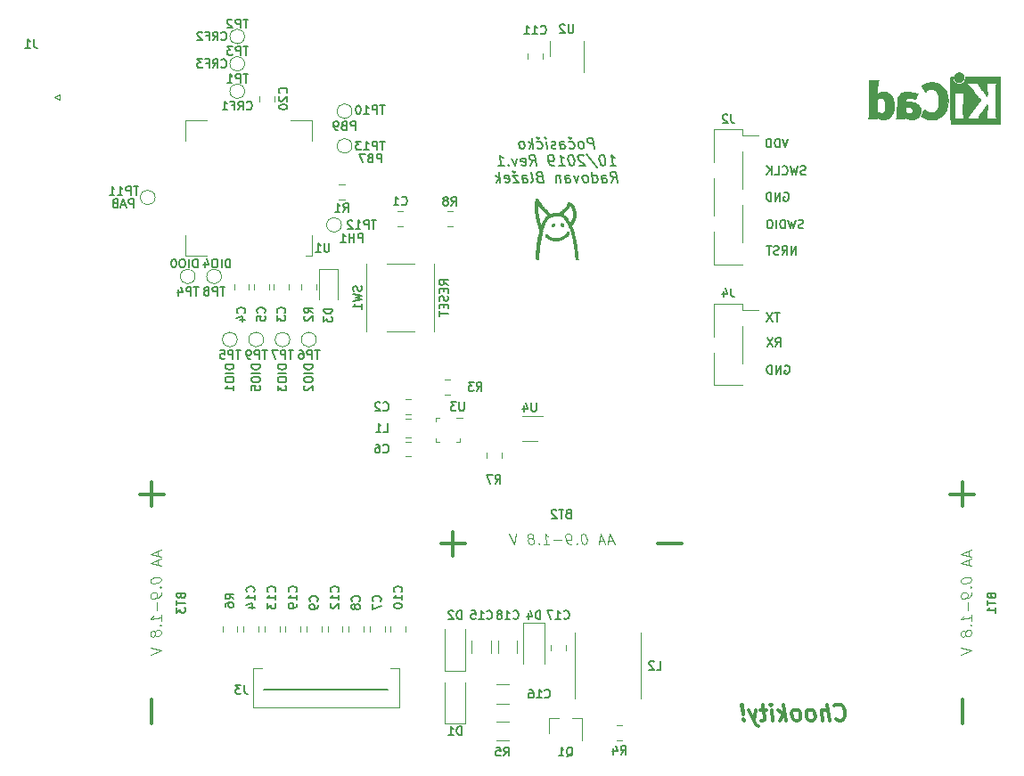
<source format=gbr>
G04 #@! TF.GenerationSoftware,KiCad,Pcbnew,(5.99.0-263-g133772e96)*
G04 #@! TF.CreationDate,2019-11-01T12:35:40+01:00*
G04 #@! TF.ProjectId,pocasicko,706f6361-7369-4636-9b6f-2e6b69636164,1*
G04 #@! TF.SameCoordinates,Original*
G04 #@! TF.FileFunction,Legend,Bot*
G04 #@! TF.FilePolarity,Positive*
%FSLAX46Y46*%
G04 Gerber Fmt 4.6, Leading zero omitted, Abs format (unit mm)*
G04 Created by KiCad (PCBNEW (5.99.0-263-g133772e96)) date 2019-11-01 12:35:40*
%MOMM*%
%LPD*%
G04 APERTURE LIST*
%ADD10C,0.150000*%
%ADD11C,0.304800*%
%ADD12C,0.152400*%
%ADD13C,0.120000*%
%ADD14C,0.010000*%
%ADD15C,0.300000*%
G04 APERTURE END LIST*
D10*
X136000000Y-114240000D02*
X124230000Y-114240000D01*
D11*
X178581281Y-117044285D02*
X178662923Y-117116857D01*
X178889709Y-117189428D01*
X179034852Y-117189428D01*
X179243495Y-117116857D01*
X179370495Y-116971714D01*
X179424923Y-116826571D01*
X179461209Y-116536285D01*
X179433995Y-116318571D01*
X179325138Y-116028285D01*
X179234423Y-115883142D01*
X179071138Y-115738000D01*
X178844352Y-115665428D01*
X178699209Y-115665428D01*
X178490566Y-115738000D01*
X178427066Y-115810571D01*
X177946281Y-117189428D02*
X177755781Y-115665428D01*
X177293138Y-117189428D02*
X177193352Y-116391142D01*
X177247781Y-116246000D01*
X177383852Y-116173428D01*
X177601566Y-116173428D01*
X177755781Y-116246000D01*
X177837423Y-116318571D01*
X176349709Y-117189428D02*
X176485781Y-117116857D01*
X176549281Y-117044285D01*
X176603709Y-116899142D01*
X176549281Y-116463714D01*
X176458566Y-116318571D01*
X176376923Y-116246000D01*
X176222709Y-116173428D01*
X176004995Y-116173428D01*
X175868923Y-116246000D01*
X175805423Y-116318571D01*
X175750995Y-116463714D01*
X175805423Y-116899142D01*
X175896138Y-117044285D01*
X175977781Y-117116857D01*
X176131995Y-117189428D01*
X176349709Y-117189428D01*
X174970852Y-117189428D02*
X175106923Y-117116857D01*
X175170423Y-117044285D01*
X175224852Y-116899142D01*
X175170423Y-116463714D01*
X175079709Y-116318571D01*
X174998066Y-116246000D01*
X174843852Y-116173428D01*
X174626138Y-116173428D01*
X174490066Y-116246000D01*
X174426566Y-116318571D01*
X174372138Y-116463714D01*
X174426566Y-116899142D01*
X174517281Y-117044285D01*
X174598923Y-117116857D01*
X174753138Y-117189428D01*
X174970852Y-117189428D01*
X173809709Y-117189428D02*
X173619209Y-115665428D01*
X173591995Y-116608857D02*
X173229138Y-117189428D01*
X173102138Y-116173428D02*
X173755281Y-116754000D01*
X172575995Y-117189428D02*
X172448995Y-116173428D01*
X172385495Y-115665428D02*
X172467138Y-115738000D01*
X172403638Y-115810571D01*
X172321995Y-115738000D01*
X172385495Y-115665428D01*
X172403638Y-115810571D01*
X171940995Y-116173428D02*
X171360423Y-116173428D01*
X171659781Y-115665428D02*
X171823066Y-116971714D01*
X171768638Y-117116857D01*
X171632566Y-117189428D01*
X171487423Y-117189428D01*
X170997566Y-116173428D02*
X170761709Y-117189428D01*
X170271852Y-116173428D02*
X170761709Y-117189428D01*
X170952209Y-117552285D01*
X171033852Y-117624857D01*
X171188066Y-117697428D01*
X169800138Y-117044285D02*
X169736638Y-117116857D01*
X169818281Y-117189428D01*
X169881781Y-117116857D01*
X169800138Y-117044285D01*
X169818281Y-117189428D01*
X169745709Y-116608857D02*
X169709423Y-115738000D01*
X169627781Y-115665428D01*
X169564281Y-115738000D01*
X169745709Y-116608857D01*
X169627781Y-115665428D01*
D12*
X173719276Y-83493600D02*
X173796685Y-83454895D01*
X173912800Y-83454895D01*
X174028914Y-83493600D01*
X174106323Y-83571009D01*
X174145028Y-83648419D01*
X174183733Y-83803238D01*
X174183733Y-83919352D01*
X174145028Y-84074171D01*
X174106323Y-84151580D01*
X174028914Y-84228990D01*
X173912800Y-84267695D01*
X173835390Y-84267695D01*
X173719276Y-84228990D01*
X173680571Y-84190285D01*
X173680571Y-83919352D01*
X173835390Y-83919352D01*
X173332228Y-84267695D02*
X173332228Y-83454895D01*
X172867771Y-84267695D01*
X172867771Y-83454895D01*
X172480723Y-84267695D02*
X172480723Y-83454895D01*
X172287200Y-83454895D01*
X172171085Y-83493600D01*
X172093676Y-83571009D01*
X172054971Y-83648419D01*
X172016266Y-83803238D01*
X172016266Y-83919352D01*
X172054971Y-84074171D01*
X172093676Y-84151580D01*
X172171085Y-84228990D01*
X172287200Y-84267695D01*
X172480723Y-84267695D01*
X172835466Y-81667695D02*
X173106400Y-81280647D01*
X173299923Y-81667695D02*
X173299923Y-80854895D01*
X172990285Y-80854895D01*
X172912876Y-80893600D01*
X172874171Y-80932304D01*
X172835466Y-81009714D01*
X172835466Y-81125828D01*
X172874171Y-81203238D01*
X172912876Y-81241942D01*
X172990285Y-81280647D01*
X173299923Y-81280647D01*
X172564533Y-80854895D02*
X172022666Y-81667695D01*
X172022666Y-80854895D02*
X172564533Y-81667695D01*
X173219276Y-78454895D02*
X172754819Y-78454895D01*
X172987047Y-79267695D02*
X172987047Y-78454895D01*
X172561295Y-78454895D02*
X172019428Y-79267695D01*
X172019428Y-78454895D02*
X172561295Y-79267695D01*
X174780314Y-72927695D02*
X174780314Y-72114895D01*
X174315857Y-72927695D01*
X174315857Y-72114895D01*
X173464352Y-72927695D02*
X173735285Y-72540647D01*
X173928809Y-72927695D02*
X173928809Y-72114895D01*
X173619171Y-72114895D01*
X173541761Y-72153600D01*
X173503057Y-72192304D01*
X173464352Y-72269714D01*
X173464352Y-72385828D01*
X173503057Y-72463238D01*
X173541761Y-72501942D01*
X173619171Y-72540647D01*
X173928809Y-72540647D01*
X173154714Y-72888990D02*
X173038600Y-72927695D01*
X172845076Y-72927695D01*
X172767666Y-72888990D01*
X172728961Y-72850285D01*
X172690257Y-72772876D01*
X172690257Y-72695466D01*
X172728961Y-72618057D01*
X172767666Y-72579352D01*
X172845076Y-72540647D01*
X172999895Y-72501942D01*
X173077304Y-72463238D01*
X173116009Y-72424533D01*
X173154714Y-72347123D01*
X173154714Y-72269714D01*
X173116009Y-72192304D01*
X173077304Y-72153600D01*
X172999895Y-72114895D01*
X172806371Y-72114895D01*
X172690257Y-72153600D01*
X172458028Y-72114895D02*
X171993571Y-72114895D01*
X172225800Y-72927695D02*
X172225800Y-72114895D01*
X175467361Y-70388990D02*
X175351247Y-70427695D01*
X175157723Y-70427695D01*
X175080314Y-70388990D01*
X175041609Y-70350285D01*
X175002904Y-70272876D01*
X175002904Y-70195466D01*
X175041609Y-70118057D01*
X175080314Y-70079352D01*
X175157723Y-70040647D01*
X175312542Y-70001942D01*
X175389952Y-69963238D01*
X175428657Y-69924533D01*
X175467361Y-69847123D01*
X175467361Y-69769714D01*
X175428657Y-69692304D01*
X175389952Y-69653600D01*
X175312542Y-69614895D01*
X175119019Y-69614895D01*
X175002904Y-69653600D01*
X174731971Y-69614895D02*
X174538447Y-70427695D01*
X174383628Y-69847123D01*
X174228809Y-70427695D01*
X174035285Y-69614895D01*
X173725647Y-70427695D02*
X173725647Y-69614895D01*
X173532123Y-69614895D01*
X173416009Y-69653600D01*
X173338600Y-69731009D01*
X173299895Y-69808419D01*
X173261190Y-69963238D01*
X173261190Y-70079352D01*
X173299895Y-70234171D01*
X173338600Y-70311580D01*
X173416009Y-70388990D01*
X173532123Y-70427695D01*
X173725647Y-70427695D01*
X172912847Y-70427695D02*
X172912847Y-69614895D01*
X172370980Y-69614895D02*
X172216161Y-69614895D01*
X172138752Y-69653600D01*
X172061342Y-69731009D01*
X172022638Y-69885828D01*
X172022638Y-70156761D01*
X172061342Y-70311580D01*
X172138752Y-70388990D01*
X172216161Y-70427695D01*
X172370980Y-70427695D01*
X172448390Y-70388990D01*
X172525800Y-70311580D01*
X172564504Y-70156761D01*
X172564504Y-69885828D01*
X172525800Y-69731009D01*
X172448390Y-69653600D01*
X172370980Y-69614895D01*
X173664276Y-67053600D02*
X173741685Y-67014895D01*
X173857800Y-67014895D01*
X173973914Y-67053600D01*
X174051323Y-67131009D01*
X174090028Y-67208419D01*
X174128733Y-67363238D01*
X174128733Y-67479352D01*
X174090028Y-67634171D01*
X174051323Y-67711580D01*
X173973914Y-67788990D01*
X173857800Y-67827695D01*
X173780390Y-67827695D01*
X173664276Y-67788990D01*
X173625571Y-67750285D01*
X173625571Y-67479352D01*
X173780390Y-67479352D01*
X173277228Y-67827695D02*
X173277228Y-67014895D01*
X172812771Y-67827695D01*
X172812771Y-67014895D01*
X172425723Y-67827695D02*
X172425723Y-67014895D01*
X172232200Y-67014895D01*
X172116085Y-67053600D01*
X172038676Y-67131009D01*
X171999971Y-67208419D01*
X171961266Y-67363238D01*
X171961266Y-67479352D01*
X171999971Y-67634171D01*
X172038676Y-67711580D01*
X172116085Y-67788990D01*
X172232200Y-67827695D01*
X172425723Y-67827695D01*
X175683476Y-65288990D02*
X175567361Y-65327695D01*
X175373838Y-65327695D01*
X175296428Y-65288990D01*
X175257723Y-65250285D01*
X175219019Y-65172876D01*
X175219019Y-65095466D01*
X175257723Y-65018057D01*
X175296428Y-64979352D01*
X175373838Y-64940647D01*
X175528657Y-64901942D01*
X175606066Y-64863238D01*
X175644771Y-64824533D01*
X175683476Y-64747123D01*
X175683476Y-64669714D01*
X175644771Y-64592304D01*
X175606066Y-64553600D01*
X175528657Y-64514895D01*
X175335133Y-64514895D01*
X175219019Y-64553600D01*
X174948085Y-64514895D02*
X174754561Y-65327695D01*
X174599742Y-64747123D01*
X174444923Y-65327695D01*
X174251400Y-64514895D01*
X173477304Y-65250285D02*
X173516009Y-65288990D01*
X173632123Y-65327695D01*
X173709533Y-65327695D01*
X173825647Y-65288990D01*
X173903057Y-65211580D01*
X173941761Y-65134171D01*
X173980466Y-64979352D01*
X173980466Y-64863238D01*
X173941761Y-64708419D01*
X173903057Y-64631009D01*
X173825647Y-64553600D01*
X173709533Y-64514895D01*
X173632123Y-64514895D01*
X173516009Y-64553600D01*
X173477304Y-64592304D01*
X172741914Y-65327695D02*
X173128961Y-65327695D01*
X173128961Y-64514895D01*
X172470980Y-65327695D02*
X172470980Y-64514895D01*
X172006523Y-65327695D02*
X172354866Y-64863238D01*
X172006523Y-64514895D02*
X172470980Y-64979352D01*
X174028733Y-61914895D02*
X173757800Y-62727695D01*
X173486866Y-61914895D01*
X173215933Y-62727695D02*
X173215933Y-61914895D01*
X173022409Y-61914895D01*
X172906295Y-61953600D01*
X172828885Y-62031009D01*
X172790180Y-62108419D01*
X172751476Y-62263238D01*
X172751476Y-62379352D01*
X172790180Y-62534171D01*
X172828885Y-62611580D01*
X172906295Y-62688990D01*
X173022409Y-62727695D01*
X173215933Y-62727695D01*
X172403133Y-62727695D02*
X172403133Y-61914895D01*
X172209609Y-61914895D01*
X172093495Y-61953600D01*
X172016085Y-62031009D01*
X171977380Y-62108419D01*
X171938676Y-62263238D01*
X171938676Y-62379352D01*
X171977380Y-62534171D01*
X172016085Y-62611580D01*
X172093495Y-62688990D01*
X172209609Y-62727695D01*
X172403133Y-62727695D01*
D10*
X155618482Y-62842380D02*
X155493482Y-61842380D01*
X155112529Y-61842380D01*
X155023244Y-61890000D01*
X154981577Y-61937619D01*
X154945863Y-62032857D01*
X154963720Y-62175714D01*
X155023244Y-62270952D01*
X155076815Y-62318571D01*
X155178005Y-62366190D01*
X155558958Y-62366190D01*
X154475625Y-62842380D02*
X154564910Y-62794761D01*
X154606577Y-62747142D01*
X154642291Y-62651904D01*
X154606577Y-62366190D01*
X154547053Y-62270952D01*
X154493482Y-62223333D01*
X154392291Y-62175714D01*
X154249434Y-62175714D01*
X154160148Y-62223333D01*
X154118482Y-62270952D01*
X154082767Y-62366190D01*
X154118482Y-62651904D01*
X154178005Y-62747142D01*
X154231577Y-62794761D01*
X154332767Y-62842380D01*
X154475625Y-62842380D01*
X153279196Y-62794761D02*
X153380386Y-62842380D01*
X153570863Y-62842380D01*
X153660148Y-62794761D01*
X153701815Y-62747142D01*
X153737529Y-62651904D01*
X153701815Y-62366190D01*
X153642291Y-62270952D01*
X153588720Y-62223333D01*
X153487529Y-62175714D01*
X153297053Y-62175714D01*
X153207767Y-62223333D01*
X153535148Y-61794761D02*
X153362529Y-61937619D01*
X153154196Y-61794761D01*
X152428005Y-62842380D02*
X152362529Y-62318571D01*
X152398244Y-62223333D01*
X152487529Y-62175714D01*
X152678005Y-62175714D01*
X152779196Y-62223333D01*
X152422053Y-62794761D02*
X152523244Y-62842380D01*
X152761339Y-62842380D01*
X152850625Y-62794761D01*
X152886339Y-62699523D01*
X152874434Y-62604285D01*
X152814910Y-62509047D01*
X152713720Y-62461428D01*
X152475625Y-62461428D01*
X152374434Y-62413809D01*
X151993482Y-62794761D02*
X151904196Y-62842380D01*
X151713720Y-62842380D01*
X151612529Y-62794761D01*
X151553005Y-62699523D01*
X151547053Y-62651904D01*
X151582767Y-62556666D01*
X151672053Y-62509047D01*
X151814910Y-62509047D01*
X151904196Y-62461428D01*
X151939910Y-62366190D01*
X151933958Y-62318571D01*
X151874434Y-62223333D01*
X151773244Y-62175714D01*
X151630386Y-62175714D01*
X151541101Y-62223333D01*
X151142291Y-62842380D02*
X151058958Y-62175714D01*
X150916101Y-61794761D02*
X151076815Y-61937619D01*
X150231577Y-62794761D02*
X150332767Y-62842380D01*
X150523244Y-62842380D01*
X150612529Y-62794761D01*
X150654196Y-62747142D01*
X150689910Y-62651904D01*
X150654196Y-62366190D01*
X150594672Y-62270952D01*
X150541101Y-62223333D01*
X150439910Y-62175714D01*
X150249434Y-62175714D01*
X150160148Y-62223333D01*
X150487529Y-61794761D02*
X150314910Y-61937619D01*
X150106577Y-61794761D01*
X149808958Y-62842380D02*
X149683958Y-61842380D01*
X149666101Y-62461428D02*
X149428005Y-62842380D01*
X149344672Y-62175714D02*
X149773244Y-62556666D01*
X148856577Y-62842380D02*
X148945863Y-62794761D01*
X148987529Y-62747142D01*
X149023244Y-62651904D01*
X148987529Y-62366190D01*
X148928005Y-62270952D01*
X148874434Y-62223333D01*
X148773244Y-62175714D01*
X148630386Y-62175714D01*
X148541101Y-62223333D01*
X148499434Y-62270952D01*
X148463720Y-62366190D01*
X148499434Y-62651904D01*
X148558958Y-62747142D01*
X148612529Y-62794761D01*
X148713720Y-62842380D01*
X148856577Y-62842380D01*
X157118482Y-64452380D02*
X157689910Y-64452380D01*
X157404196Y-64452380D02*
X157279196Y-63452380D01*
X157392291Y-63595238D01*
X157499434Y-63690476D01*
X157600625Y-63738095D01*
X156374434Y-63452380D02*
X156279196Y-63452380D01*
X156189910Y-63500000D01*
X156148244Y-63547619D01*
X156112529Y-63642857D01*
X156088720Y-63833333D01*
X156118482Y-64071428D01*
X156189910Y-64261904D01*
X156249434Y-64357142D01*
X156303005Y-64404761D01*
X156404196Y-64452380D01*
X156499434Y-64452380D01*
X156588720Y-64404761D01*
X156630386Y-64357142D01*
X156666101Y-64261904D01*
X156689910Y-64071428D01*
X156660148Y-63833333D01*
X156588720Y-63642857D01*
X156529196Y-63547619D01*
X156475625Y-63500000D01*
X156374434Y-63452380D01*
X154892291Y-63404761D02*
X155910148Y-64690476D01*
X154624434Y-63547619D02*
X154570863Y-63500000D01*
X154469672Y-63452380D01*
X154231577Y-63452380D01*
X154142291Y-63500000D01*
X154100625Y-63547619D01*
X154064910Y-63642857D01*
X154076815Y-63738095D01*
X154142291Y-63880952D01*
X154785148Y-64452380D01*
X154166101Y-64452380D01*
X153422053Y-63452380D02*
X153326815Y-63452380D01*
X153237529Y-63500000D01*
X153195863Y-63547619D01*
X153160148Y-63642857D01*
X153136339Y-63833333D01*
X153166101Y-64071428D01*
X153237529Y-64261904D01*
X153297053Y-64357142D01*
X153350625Y-64404761D01*
X153451815Y-64452380D01*
X153547053Y-64452380D01*
X153636339Y-64404761D01*
X153678005Y-64357142D01*
X153713720Y-64261904D01*
X153737529Y-64071428D01*
X153707767Y-63833333D01*
X153636339Y-63642857D01*
X153576815Y-63547619D01*
X153523244Y-63500000D01*
X153422053Y-63452380D01*
X152261339Y-64452380D02*
X152832767Y-64452380D01*
X152547053Y-64452380D02*
X152422053Y-63452380D01*
X152535148Y-63595238D01*
X152642291Y-63690476D01*
X152743482Y-63738095D01*
X151785148Y-64452380D02*
X151594672Y-64452380D01*
X151493482Y-64404761D01*
X151439910Y-64357142D01*
X151326815Y-64214285D01*
X151255386Y-64023809D01*
X151207767Y-63642857D01*
X151243482Y-63547619D01*
X151285148Y-63500000D01*
X151374434Y-63452380D01*
X151564910Y-63452380D01*
X151666101Y-63500000D01*
X151719672Y-63547619D01*
X151779196Y-63642857D01*
X151808958Y-63880952D01*
X151773244Y-63976190D01*
X151731577Y-64023809D01*
X151642291Y-64071428D01*
X151451815Y-64071428D01*
X151350625Y-64023809D01*
X151297053Y-63976190D01*
X151237529Y-63880952D01*
X149547053Y-64452380D02*
X149820863Y-63976190D01*
X150118482Y-64452380D02*
X149993482Y-63452380D01*
X149612529Y-63452380D01*
X149523244Y-63500000D01*
X149481577Y-63547619D01*
X149445863Y-63642857D01*
X149463720Y-63785714D01*
X149523244Y-63880952D01*
X149576815Y-63928571D01*
X149678005Y-63976190D01*
X150058958Y-63976190D01*
X148731577Y-64404761D02*
X148832767Y-64452380D01*
X149023244Y-64452380D01*
X149112529Y-64404761D01*
X149148244Y-64309523D01*
X149100625Y-63928571D01*
X149041101Y-63833333D01*
X148939910Y-63785714D01*
X148749434Y-63785714D01*
X148660148Y-63833333D01*
X148624434Y-63928571D01*
X148636339Y-64023809D01*
X149124434Y-64119047D01*
X148273244Y-63785714D02*
X148118482Y-64452380D01*
X147797053Y-63785714D01*
X147487529Y-64357142D02*
X147445863Y-64404761D01*
X147499434Y-64452380D01*
X147541101Y-64404761D01*
X147487529Y-64357142D01*
X147499434Y-64452380D01*
X146499434Y-64452380D02*
X147070863Y-64452380D01*
X146785148Y-64452380D02*
X146660148Y-63452380D01*
X146773244Y-63595238D01*
X146880386Y-63690476D01*
X146981577Y-63738095D01*
X157261339Y-66062380D02*
X157535148Y-65586190D01*
X157832767Y-66062380D02*
X157707767Y-65062380D01*
X157326815Y-65062380D01*
X157237529Y-65110000D01*
X157195863Y-65157619D01*
X157160148Y-65252857D01*
X157178005Y-65395714D01*
X157237529Y-65490952D01*
X157291101Y-65538571D01*
X157392291Y-65586190D01*
X157773244Y-65586190D01*
X156404196Y-66062380D02*
X156338720Y-65538571D01*
X156374434Y-65443333D01*
X156463720Y-65395714D01*
X156654196Y-65395714D01*
X156755386Y-65443333D01*
X156398244Y-66014761D02*
X156499434Y-66062380D01*
X156737529Y-66062380D01*
X156826815Y-66014761D01*
X156862529Y-65919523D01*
X156850625Y-65824285D01*
X156791101Y-65729047D01*
X156689910Y-65681428D01*
X156451815Y-65681428D01*
X156350625Y-65633809D01*
X155499434Y-66062380D02*
X155374434Y-65062380D01*
X155493482Y-66014761D02*
X155594672Y-66062380D01*
X155785148Y-66062380D01*
X155874434Y-66014761D01*
X155916101Y-65967142D01*
X155951815Y-65871904D01*
X155916101Y-65586190D01*
X155856577Y-65490952D01*
X155803005Y-65443333D01*
X155701815Y-65395714D01*
X155511339Y-65395714D01*
X155422053Y-65443333D01*
X154880386Y-66062380D02*
X154969672Y-66014761D01*
X155011339Y-65967142D01*
X155047053Y-65871904D01*
X155011339Y-65586190D01*
X154951815Y-65490952D01*
X154898244Y-65443333D01*
X154797053Y-65395714D01*
X154654196Y-65395714D01*
X154564910Y-65443333D01*
X154523244Y-65490952D01*
X154487529Y-65586190D01*
X154523244Y-65871904D01*
X154582767Y-65967142D01*
X154636339Y-66014761D01*
X154737529Y-66062380D01*
X154880386Y-66062380D01*
X154130386Y-65395714D02*
X153975625Y-66062380D01*
X153654196Y-65395714D01*
X152928005Y-66062380D02*
X152862529Y-65538571D01*
X152898244Y-65443333D01*
X152987529Y-65395714D01*
X153178005Y-65395714D01*
X153279196Y-65443333D01*
X152922053Y-66014761D02*
X153023244Y-66062380D01*
X153261339Y-66062380D01*
X153350625Y-66014761D01*
X153386339Y-65919523D01*
X153374434Y-65824285D01*
X153314910Y-65729047D01*
X153213720Y-65681428D01*
X152975625Y-65681428D01*
X152874434Y-65633809D01*
X152368482Y-65395714D02*
X152451815Y-66062380D01*
X152380386Y-65490952D02*
X152326815Y-65443333D01*
X152225625Y-65395714D01*
X152082767Y-65395714D01*
X151993482Y-65443333D01*
X151957767Y-65538571D01*
X152023244Y-66062380D01*
X150386339Y-65538571D02*
X150249434Y-65586190D01*
X150207767Y-65633809D01*
X150172053Y-65729047D01*
X150189910Y-65871904D01*
X150249434Y-65967142D01*
X150303005Y-66014761D01*
X150404196Y-66062380D01*
X150785148Y-66062380D01*
X150660148Y-65062380D01*
X150326815Y-65062380D01*
X150237529Y-65110000D01*
X150195863Y-65157619D01*
X150160148Y-65252857D01*
X150172053Y-65348095D01*
X150231577Y-65443333D01*
X150285148Y-65490952D01*
X150386339Y-65538571D01*
X150719672Y-65538571D01*
X149642291Y-66062380D02*
X149731577Y-66014761D01*
X149767291Y-65919523D01*
X149660148Y-65062380D01*
X148832767Y-66062380D02*
X148767291Y-65538571D01*
X148803005Y-65443333D01*
X148892291Y-65395714D01*
X149082767Y-65395714D01*
X149183958Y-65443333D01*
X148826815Y-66014761D02*
X148928005Y-66062380D01*
X149166101Y-66062380D01*
X149255386Y-66014761D01*
X149291101Y-65919523D01*
X149279196Y-65824285D01*
X149219672Y-65729047D01*
X149118482Y-65681428D01*
X148880386Y-65681428D01*
X148779196Y-65633809D01*
X148368482Y-65395714D02*
X147844672Y-65395714D01*
X148451815Y-66062380D01*
X147928005Y-66062380D01*
X148225625Y-65014761D02*
X148053005Y-65157619D01*
X147844672Y-65014761D01*
X147160148Y-66014761D02*
X147261339Y-66062380D01*
X147451815Y-66062380D01*
X147541101Y-66014761D01*
X147576815Y-65919523D01*
X147529196Y-65538571D01*
X147469672Y-65443333D01*
X147368482Y-65395714D01*
X147178005Y-65395714D01*
X147088720Y-65443333D01*
X147053005Y-65538571D01*
X147064910Y-65633809D01*
X147553005Y-65729047D01*
X146689910Y-66062380D02*
X146564910Y-65062380D01*
X146547053Y-65681428D02*
X146308958Y-66062380D01*
X146225625Y-65395714D02*
X146654196Y-65776666D01*
D13*
X123240000Y-112240000D02*
X123240000Y-115960000D01*
X137060000Y-112240000D02*
X137060000Y-115960000D01*
X137060000Y-115960000D02*
X123240000Y-115960000D01*
X137060000Y-112240000D02*
X136260000Y-112240000D01*
X123240000Y-112240000D02*
X124030000Y-112240000D01*
X132600000Y-59300000D02*
G75*
G03X132600000Y-59300000I-700000J0D01*
G01*
X104360000Y-58000000D02*
X104860000Y-57750000D01*
X104860000Y-57750000D02*
X104860000Y-58250000D01*
X104860000Y-58250000D02*
X104360000Y-58000000D01*
X132600000Y-62600000D02*
G75*
G03X132600000Y-62600000I-700000J0D01*
G01*
X131600000Y-70100000D02*
G75*
G03X131600000Y-70100000I-700000J0D01*
G01*
X113900000Y-67500000D02*
G75*
G03X113900000Y-67500000I-700000J0D01*
G01*
X117700000Y-75000000D02*
G75*
G03X117700000Y-75000000I-700000J0D01*
G01*
X125210000Y-57841422D02*
X125210000Y-58358578D01*
X123790000Y-57841422D02*
X123790000Y-58358578D01*
G36*
X190354562Y-55632850D02*
G01*
X190437313Y-55660053D01*
X190512406Y-55705484D01*
X190584298Y-55771302D01*
X190622846Y-55815567D01*
X190662256Y-55873961D01*
X190687446Y-55934586D01*
X190700861Y-56003865D01*
X190704948Y-56088222D01*
X190704669Y-56134307D01*
X190702460Y-56175450D01*
X190696894Y-56207582D01*
X190686586Y-56238122D01*
X190670148Y-56274489D01*
X190656200Y-56301728D01*
X190597665Y-56387429D01*
X190525619Y-56456617D01*
X190441947Y-56507741D01*
X190348531Y-56539250D01*
X190315434Y-56546225D01*
X190274960Y-56553094D01*
X190241999Y-56554919D01*
X190207698Y-56551947D01*
X190163200Y-56544426D01*
X190111934Y-56532002D01*
X190021434Y-56494112D01*
X189942345Y-56439836D01*
X189876528Y-56371770D01*
X189825840Y-56292511D01*
X189792140Y-56204654D01*
X189777286Y-56110795D01*
X189783136Y-56013530D01*
X189809399Y-55917220D01*
X189854418Y-55828494D01*
X189915373Y-55753419D01*
X189990184Y-55693641D01*
X190076768Y-55650809D01*
X190173043Y-55626571D01*
X190276928Y-55622576D01*
X190354562Y-55632850D01*
G37*
D14*
X190354562Y-55632850D02*
X190437313Y-55660053D01*
X190512406Y-55705484D01*
X190584298Y-55771302D01*
X190622846Y-55815567D01*
X190662256Y-55873961D01*
X190687446Y-55934586D01*
X190700861Y-56003865D01*
X190704948Y-56088222D01*
X190704669Y-56134307D01*
X190702460Y-56175450D01*
X190696894Y-56207582D01*
X190686586Y-56238122D01*
X190670148Y-56274489D01*
X190656200Y-56301728D01*
X190597665Y-56387429D01*
X190525619Y-56456617D01*
X190441947Y-56507741D01*
X190348531Y-56539250D01*
X190315434Y-56546225D01*
X190274960Y-56553094D01*
X190241999Y-56554919D01*
X190207698Y-56551947D01*
X190163200Y-56544426D01*
X190111934Y-56532002D01*
X190021434Y-56494112D01*
X189942345Y-56439836D01*
X189876528Y-56371770D01*
X189825840Y-56292511D01*
X189792140Y-56204654D01*
X189777286Y-56110795D01*
X189783136Y-56013530D01*
X189809399Y-55917220D01*
X189854418Y-55828494D01*
X189915373Y-55753419D01*
X189990184Y-55693641D01*
X190076768Y-55650809D01*
X190173043Y-55626571D01*
X190276928Y-55622576D01*
X190354562Y-55632850D01*
G36*
X184085268Y-58920158D02*
G01*
X184076689Y-59071594D01*
X184057833Y-59208283D01*
X184027837Y-59334276D01*
X183985836Y-59453625D01*
X183930969Y-59570381D01*
X183864167Y-59681179D01*
X183773363Y-59794739D01*
X183669708Y-59890211D01*
X183553887Y-59967073D01*
X183426586Y-60024797D01*
X183288489Y-60062858D01*
X183250793Y-60068666D01*
X183171752Y-60074396D01*
X183083629Y-60074583D01*
X182994236Y-60069539D01*
X182911384Y-60059578D01*
X182842887Y-60045012D01*
X182812035Y-60035364D01*
X182734730Y-60005123D01*
X182657679Y-59967617D01*
X182588200Y-59926614D01*
X182533615Y-59885879D01*
X182510916Y-59866505D01*
X182488201Y-59848662D01*
X182476779Y-59841778D01*
X182475537Y-59843424D01*
X182472728Y-59861205D01*
X182470776Y-59894370D01*
X182470045Y-59937733D01*
X182470045Y-60033689D01*
X181611896Y-60033689D01*
X181646161Y-59972974D01*
X181651355Y-59963868D01*
X181659715Y-59949249D01*
X181667288Y-59935173D01*
X181674112Y-59920540D01*
X181680227Y-59904249D01*
X181685673Y-59885198D01*
X181690487Y-59862286D01*
X181694708Y-59834413D01*
X181698377Y-59800478D01*
X181701531Y-59759379D01*
X181704211Y-59710015D01*
X181706454Y-59651286D01*
X181708299Y-59582090D01*
X181709787Y-59501326D01*
X181710955Y-59407894D01*
X181711844Y-59300692D01*
X181712491Y-59178620D01*
X181712936Y-59040576D01*
X181713218Y-58885459D01*
X181713375Y-58712168D01*
X181713448Y-58519603D01*
X181713474Y-58306662D01*
X181713485Y-58170530D01*
X182515200Y-58170530D01*
X182515200Y-59320721D01*
X182585756Y-59367089D01*
X182626417Y-59390791D01*
X182680546Y-59416639D01*
X182729689Y-59434829D01*
X182793165Y-59450551D01*
X182889331Y-59461541D01*
X182973900Y-59453365D01*
X183047219Y-59425805D01*
X183109637Y-59378642D01*
X183161502Y-59311658D01*
X183203160Y-59224633D01*
X183234962Y-59117350D01*
X183237545Y-59105009D01*
X183246000Y-59043772D01*
X183251663Y-58966692D01*
X183254576Y-58879002D01*
X183254783Y-58785934D01*
X183252330Y-58692720D01*
X183247261Y-58604594D01*
X183239619Y-58526788D01*
X183229448Y-58464533D01*
X183228167Y-58458666D01*
X183199126Y-58348121D01*
X183164610Y-58257575D01*
X183123456Y-58184953D01*
X183074499Y-58128181D01*
X183016574Y-58085184D01*
X182984620Y-58069615D01*
X182911784Y-58050722D01*
X182830443Y-58047465D01*
X182745319Y-58059389D01*
X182661133Y-58086040D01*
X182582608Y-58126962D01*
X182515200Y-58170530D01*
X181713485Y-58170530D01*
X181713493Y-58072245D01*
X181713689Y-56387378D01*
X182619017Y-56387378D01*
X182594585Y-56424067D01*
X182588318Y-56433647D01*
X182562208Y-56479981D01*
X182544469Y-56527102D01*
X182532908Y-56582251D01*
X182525331Y-56652667D01*
X182524839Y-56659650D01*
X182523062Y-56697641D01*
X182521444Y-56751576D01*
X182519999Y-56818703D01*
X182518740Y-56896271D01*
X182517680Y-56981528D01*
X182516829Y-57071724D01*
X182516203Y-57164107D01*
X182515812Y-57255925D01*
X182515670Y-57344427D01*
X182515790Y-57426862D01*
X182516183Y-57500479D01*
X182516862Y-57562526D01*
X182517841Y-57610251D01*
X182519132Y-57640904D01*
X182520747Y-57651733D01*
X182528957Y-57647333D01*
X182550647Y-57632362D01*
X182580014Y-57610448D01*
X182628879Y-57576236D01*
X182717125Y-57529714D01*
X182815916Y-57496046D01*
X182928510Y-57474231D01*
X183058164Y-57463265D01*
X183150670Y-57462219D01*
X183272011Y-57472014D01*
X183382099Y-57496174D01*
X183485389Y-57535785D01*
X183586338Y-57591932D01*
X183631503Y-57622883D01*
X183736911Y-57714115D01*
X183828538Y-57823106D01*
X183906332Y-57949726D01*
X183970241Y-58093845D01*
X184020214Y-58255332D01*
X184056198Y-58434059D01*
X184078143Y-58629895D01*
X184083900Y-58785934D01*
X184085994Y-58842711D01*
X184085268Y-58920158D01*
G37*
X184085268Y-58920158D02*
X184076689Y-59071594D01*
X184057833Y-59208283D01*
X184027837Y-59334276D01*
X183985836Y-59453625D01*
X183930969Y-59570381D01*
X183864167Y-59681179D01*
X183773363Y-59794739D01*
X183669708Y-59890211D01*
X183553887Y-59967073D01*
X183426586Y-60024797D01*
X183288489Y-60062858D01*
X183250793Y-60068666D01*
X183171752Y-60074396D01*
X183083629Y-60074583D01*
X182994236Y-60069539D01*
X182911384Y-60059578D01*
X182842887Y-60045012D01*
X182812035Y-60035364D01*
X182734730Y-60005123D01*
X182657679Y-59967617D01*
X182588200Y-59926614D01*
X182533615Y-59885879D01*
X182510916Y-59866505D01*
X182488201Y-59848662D01*
X182476779Y-59841778D01*
X182475537Y-59843424D01*
X182472728Y-59861205D01*
X182470776Y-59894370D01*
X182470045Y-59937733D01*
X182470045Y-60033689D01*
X181611896Y-60033689D01*
X181646161Y-59972974D01*
X181651355Y-59963868D01*
X181659715Y-59949249D01*
X181667288Y-59935173D01*
X181674112Y-59920540D01*
X181680227Y-59904249D01*
X181685673Y-59885198D01*
X181690487Y-59862286D01*
X181694708Y-59834413D01*
X181698377Y-59800478D01*
X181701531Y-59759379D01*
X181704211Y-59710015D01*
X181706454Y-59651286D01*
X181708299Y-59582090D01*
X181709787Y-59501326D01*
X181710955Y-59407894D01*
X181711844Y-59300692D01*
X181712491Y-59178620D01*
X181712936Y-59040576D01*
X181713218Y-58885459D01*
X181713375Y-58712168D01*
X181713448Y-58519603D01*
X181713474Y-58306662D01*
X181713485Y-58170530D01*
X182515200Y-58170530D01*
X182515200Y-59320721D01*
X182585756Y-59367089D01*
X182626417Y-59390791D01*
X182680546Y-59416639D01*
X182729689Y-59434829D01*
X182793165Y-59450551D01*
X182889331Y-59461541D01*
X182973900Y-59453365D01*
X183047219Y-59425805D01*
X183109637Y-59378642D01*
X183161502Y-59311658D01*
X183203160Y-59224633D01*
X183234962Y-59117350D01*
X183237545Y-59105009D01*
X183246000Y-59043772D01*
X183251663Y-58966692D01*
X183254576Y-58879002D01*
X183254783Y-58785934D01*
X183252330Y-58692720D01*
X183247261Y-58604594D01*
X183239619Y-58526788D01*
X183229448Y-58464533D01*
X183228167Y-58458666D01*
X183199126Y-58348121D01*
X183164610Y-58257575D01*
X183123456Y-58184953D01*
X183074499Y-58128181D01*
X183016574Y-58085184D01*
X182984620Y-58069615D01*
X182911784Y-58050722D01*
X182830443Y-58047465D01*
X182745319Y-58059389D01*
X182661133Y-58086040D01*
X182582608Y-58126962D01*
X182515200Y-58170530D01*
X181713485Y-58170530D01*
X181713493Y-58072245D01*
X181713689Y-56387378D01*
X182619017Y-56387378D01*
X182594585Y-56424067D01*
X182588318Y-56433647D01*
X182562208Y-56479981D01*
X182544469Y-56527102D01*
X182532908Y-56582251D01*
X182525331Y-56652667D01*
X182524839Y-56659650D01*
X182523062Y-56697641D01*
X182521444Y-56751576D01*
X182519999Y-56818703D01*
X182518740Y-56896271D01*
X182517680Y-56981528D01*
X182516829Y-57071724D01*
X182516203Y-57164107D01*
X182515812Y-57255925D01*
X182515670Y-57344427D01*
X182515790Y-57426862D01*
X182516183Y-57500479D01*
X182516862Y-57562526D01*
X182517841Y-57610251D01*
X182519132Y-57640904D01*
X182520747Y-57651733D01*
X182528957Y-57647333D01*
X182550647Y-57632362D01*
X182580014Y-57610448D01*
X182628879Y-57576236D01*
X182717125Y-57529714D01*
X182815916Y-57496046D01*
X182928510Y-57474231D01*
X183058164Y-57463265D01*
X183150670Y-57462219D01*
X183272011Y-57472014D01*
X183382099Y-57496174D01*
X183485389Y-57535785D01*
X183586338Y-57591932D01*
X183631503Y-57622883D01*
X183736911Y-57714115D01*
X183828538Y-57823106D01*
X183906332Y-57949726D01*
X183970241Y-58093845D01*
X184020214Y-58255332D01*
X184056198Y-58434059D01*
X184078143Y-58629895D01*
X184083900Y-58785934D01*
X184085994Y-58842711D01*
X184085268Y-58920158D01*
G36*
X186627261Y-59277363D02*
G01*
X186623632Y-59352202D01*
X186616022Y-59414401D01*
X186603688Y-59470984D01*
X186559313Y-59597076D01*
X186496400Y-59711679D01*
X186416238Y-59812568D01*
X186319740Y-59898924D01*
X186207822Y-59969932D01*
X186081397Y-60024776D01*
X185941378Y-60062638D01*
X185905149Y-60068351D01*
X185826155Y-60074313D01*
X185737841Y-60074646D01*
X185648075Y-60069659D01*
X185564722Y-60059666D01*
X185495651Y-60044978D01*
X185409187Y-60014749D01*
X185299286Y-59960057D01*
X185201956Y-59892543D01*
X185139867Y-59841556D01*
X185136605Y-59937622D01*
X185133343Y-60033689D01*
X184710450Y-60033689D01*
X184699543Y-60033686D01*
X184605056Y-60033380D01*
X184518331Y-60032616D01*
X184441837Y-60031451D01*
X184378043Y-60029942D01*
X184329418Y-60028147D01*
X184298433Y-60026121D01*
X184287556Y-60023922D01*
X184287578Y-60023463D01*
X184294614Y-60007910D01*
X184310434Y-59985071D01*
X184314734Y-59979638D01*
X184325777Y-59965606D01*
X184335311Y-59952186D01*
X184343461Y-59937722D01*
X184350352Y-59920556D01*
X184356111Y-59899034D01*
X184360862Y-59871498D01*
X184364731Y-59836292D01*
X184367844Y-59791760D01*
X184370325Y-59736246D01*
X184372300Y-59668093D01*
X184373894Y-59585645D01*
X184375234Y-59487246D01*
X184376444Y-59371239D01*
X184377649Y-59235968D01*
X184378594Y-59124586D01*
X185179378Y-59124586D01*
X185179378Y-59320462D01*
X185224048Y-59376973D01*
X185236785Y-59392212D01*
X185283604Y-59434844D01*
X185344255Y-59470672D01*
X185354897Y-59475850D01*
X185393676Y-59492745D01*
X185428692Y-59502909D01*
X185468722Y-59508325D01*
X185522541Y-59510978D01*
X185540648Y-59511383D01*
X185616011Y-59508540D01*
X185676743Y-59496620D01*
X185728452Y-59474037D01*
X185776746Y-59439211D01*
X185781803Y-59434798D01*
X185830272Y-59379160D01*
X185858459Y-59315333D01*
X185867752Y-59240282D01*
X185860520Y-59168693D01*
X185835796Y-59105645D01*
X185791249Y-59047758D01*
X185736319Y-59000808D01*
X185663894Y-58960961D01*
X185577340Y-58933263D01*
X185474670Y-58917096D01*
X185353894Y-58911842D01*
X185345007Y-58911857D01*
X185289660Y-58912655D01*
X185242736Y-58914488D01*
X185208953Y-58917111D01*
X185193028Y-58920274D01*
X185188943Y-58926741D01*
X185184572Y-58948875D01*
X185181604Y-58987988D01*
X185179914Y-59045939D01*
X185179378Y-59124586D01*
X184378594Y-59124586D01*
X184378975Y-59079778D01*
X184380228Y-58937012D01*
X184381651Y-58791942D01*
X184383176Y-58666027D01*
X184384933Y-58557436D01*
X184387051Y-58464334D01*
X184389660Y-58384891D01*
X184392890Y-58317273D01*
X184396869Y-58259649D01*
X184401728Y-58210185D01*
X184407597Y-58167050D01*
X184414604Y-58128410D01*
X184422880Y-58092434D01*
X184432554Y-58057289D01*
X184443756Y-58021142D01*
X184456616Y-57982161D01*
X184472090Y-57939091D01*
X184514994Y-57846871D01*
X184568735Y-57767099D01*
X184637576Y-57692965D01*
X184715185Y-57629405D01*
X184819761Y-57567725D01*
X184939244Y-57520202D01*
X185074508Y-57486567D01*
X185226426Y-57466552D01*
X185395872Y-57459889D01*
X185453890Y-57460287D01*
X185519398Y-57462335D01*
X185580693Y-57466704D01*
X185642097Y-57474035D01*
X185707932Y-57484969D01*
X185782520Y-57500147D01*
X185870184Y-57520209D01*
X185975245Y-57545797D01*
X186003806Y-57552820D01*
X186079054Y-57570776D01*
X186149388Y-57586820D01*
X186210567Y-57600028D01*
X186258354Y-57609474D01*
X186288511Y-57614231D01*
X186316783Y-57617910D01*
X186343060Y-57623187D01*
X186353059Y-57627942D01*
X186349952Y-57636781D01*
X186339194Y-57664072D01*
X186321864Y-57706906D01*
X186299126Y-57762425D01*
X186272147Y-57827772D01*
X186242090Y-57900089D01*
X186235493Y-57915879D01*
X186196907Y-58006484D01*
X186165768Y-58076217D01*
X186141917Y-58125405D01*
X186125198Y-58154374D01*
X186115454Y-58163452D01*
X186107766Y-58161405D01*
X186081415Y-58151760D01*
X186042982Y-58136190D01*
X185997822Y-58116815D01*
X185903293Y-58078814D01*
X185766480Y-58037780D01*
X185625289Y-58012612D01*
X185587314Y-58008611D01*
X185484059Y-58006447D01*
X185396952Y-58019622D01*
X185325129Y-58048756D01*
X185267731Y-58094466D01*
X185223896Y-58157372D01*
X185192762Y-58238092D01*
X185173470Y-58337245D01*
X185166050Y-58396224D01*
X185327936Y-58389445D01*
X185454495Y-58387813D01*
X185605951Y-58394194D01*
X185754396Y-58408777D01*
X185890578Y-58430882D01*
X185955245Y-58445821D01*
X186087490Y-58488741D01*
X186209762Y-58545340D01*
X186319685Y-58614017D01*
X186414883Y-58693170D01*
X186492980Y-58781196D01*
X186551599Y-58876493D01*
X186575595Y-58928864D01*
X186601232Y-58999590D01*
X186617478Y-59070812D01*
X186625822Y-59149712D01*
X186627690Y-59240282D01*
X186627755Y-59243467D01*
X186627261Y-59277363D01*
G37*
X186627261Y-59277363D02*
X186623632Y-59352202D01*
X186616022Y-59414401D01*
X186603688Y-59470984D01*
X186559313Y-59597076D01*
X186496400Y-59711679D01*
X186416238Y-59812568D01*
X186319740Y-59898924D01*
X186207822Y-59969932D01*
X186081397Y-60024776D01*
X185941378Y-60062638D01*
X185905149Y-60068351D01*
X185826155Y-60074313D01*
X185737841Y-60074646D01*
X185648075Y-60069659D01*
X185564722Y-60059666D01*
X185495651Y-60044978D01*
X185409187Y-60014749D01*
X185299286Y-59960057D01*
X185201956Y-59892543D01*
X185139867Y-59841556D01*
X185136605Y-59937622D01*
X185133343Y-60033689D01*
X184710450Y-60033689D01*
X184699543Y-60033686D01*
X184605056Y-60033380D01*
X184518331Y-60032616D01*
X184441837Y-60031451D01*
X184378043Y-60029942D01*
X184329418Y-60028147D01*
X184298433Y-60026121D01*
X184287556Y-60023922D01*
X184287578Y-60023463D01*
X184294614Y-60007910D01*
X184310434Y-59985071D01*
X184314734Y-59979638D01*
X184325777Y-59965606D01*
X184335311Y-59952186D01*
X184343461Y-59937722D01*
X184350352Y-59920556D01*
X184356111Y-59899034D01*
X184360862Y-59871498D01*
X184364731Y-59836292D01*
X184367844Y-59791760D01*
X184370325Y-59736246D01*
X184372300Y-59668093D01*
X184373894Y-59585645D01*
X184375234Y-59487246D01*
X184376444Y-59371239D01*
X184377649Y-59235968D01*
X184378594Y-59124586D01*
X185179378Y-59124586D01*
X185179378Y-59320462D01*
X185224048Y-59376973D01*
X185236785Y-59392212D01*
X185283604Y-59434844D01*
X185344255Y-59470672D01*
X185354897Y-59475850D01*
X185393676Y-59492745D01*
X185428692Y-59502909D01*
X185468722Y-59508325D01*
X185522541Y-59510978D01*
X185540648Y-59511383D01*
X185616011Y-59508540D01*
X185676743Y-59496620D01*
X185728452Y-59474037D01*
X185776746Y-59439211D01*
X185781803Y-59434798D01*
X185830272Y-59379160D01*
X185858459Y-59315333D01*
X185867752Y-59240282D01*
X185860520Y-59168693D01*
X185835796Y-59105645D01*
X185791249Y-59047758D01*
X185736319Y-59000808D01*
X185663894Y-58960961D01*
X185577340Y-58933263D01*
X185474670Y-58917096D01*
X185353894Y-58911842D01*
X185345007Y-58911857D01*
X185289660Y-58912655D01*
X185242736Y-58914488D01*
X185208953Y-58917111D01*
X185193028Y-58920274D01*
X185188943Y-58926741D01*
X185184572Y-58948875D01*
X185181604Y-58987988D01*
X185179914Y-59045939D01*
X185179378Y-59124586D01*
X184378594Y-59124586D01*
X184378975Y-59079778D01*
X184380228Y-58937012D01*
X184381651Y-58791942D01*
X184383176Y-58666027D01*
X184384933Y-58557436D01*
X184387051Y-58464334D01*
X184389660Y-58384891D01*
X184392890Y-58317273D01*
X184396869Y-58259649D01*
X184401728Y-58210185D01*
X184407597Y-58167050D01*
X184414604Y-58128410D01*
X184422880Y-58092434D01*
X184432554Y-58057289D01*
X184443756Y-58021142D01*
X184456616Y-57982161D01*
X184472090Y-57939091D01*
X184514994Y-57846871D01*
X184568735Y-57767099D01*
X184637576Y-57692965D01*
X184715185Y-57629405D01*
X184819761Y-57567725D01*
X184939244Y-57520202D01*
X185074508Y-57486567D01*
X185226426Y-57466552D01*
X185395872Y-57459889D01*
X185453890Y-57460287D01*
X185519398Y-57462335D01*
X185580693Y-57466704D01*
X185642097Y-57474035D01*
X185707932Y-57484969D01*
X185782520Y-57500147D01*
X185870184Y-57520209D01*
X185975245Y-57545797D01*
X186003806Y-57552820D01*
X186079054Y-57570776D01*
X186149388Y-57586820D01*
X186210567Y-57600028D01*
X186258354Y-57609474D01*
X186288511Y-57614231D01*
X186316783Y-57617910D01*
X186343060Y-57623187D01*
X186353059Y-57627942D01*
X186349952Y-57636781D01*
X186339194Y-57664072D01*
X186321864Y-57706906D01*
X186299126Y-57762425D01*
X186272147Y-57827772D01*
X186242090Y-57900089D01*
X186235493Y-57915879D01*
X186196907Y-58006484D01*
X186165768Y-58076217D01*
X186141917Y-58125405D01*
X186125198Y-58154374D01*
X186115454Y-58163452D01*
X186107766Y-58161405D01*
X186081415Y-58151760D01*
X186042982Y-58136190D01*
X185997822Y-58116815D01*
X185903293Y-58078814D01*
X185766480Y-58037780D01*
X185625289Y-58012612D01*
X185587314Y-58008611D01*
X185484059Y-58006447D01*
X185396952Y-58019622D01*
X185325129Y-58048756D01*
X185267731Y-58094466D01*
X185223896Y-58157372D01*
X185192762Y-58238092D01*
X185173470Y-58337245D01*
X185166050Y-58396224D01*
X185327936Y-58389445D01*
X185454495Y-58387813D01*
X185605951Y-58394194D01*
X185754396Y-58408777D01*
X185890578Y-58430882D01*
X185955245Y-58445821D01*
X186087490Y-58488741D01*
X186209762Y-58545340D01*
X186319685Y-58614017D01*
X186414883Y-58693170D01*
X186492980Y-58781196D01*
X186551599Y-58876493D01*
X186575595Y-58928864D01*
X186601232Y-58999590D01*
X186617478Y-59070812D01*
X186625822Y-59149712D01*
X186627690Y-59240282D01*
X186627755Y-59243467D01*
X186627261Y-59277363D01*
G36*
X187888711Y-56562033D02*
G01*
X187984268Y-56579523D01*
X188148558Y-56624564D01*
X188302589Y-56687656D01*
X188448509Y-56769915D01*
X188588466Y-56872457D01*
X188724608Y-56996399D01*
X188768473Y-57041661D01*
X188880758Y-57173865D01*
X188973972Y-57311832D01*
X189050719Y-57459750D01*
X189113603Y-57621803D01*
X189117420Y-57633391D01*
X189167507Y-57819392D01*
X189200899Y-58015521D01*
X189217584Y-58217568D01*
X189217551Y-58421325D01*
X189200791Y-58622581D01*
X189167292Y-58817128D01*
X189117044Y-59000756D01*
X189073190Y-59118053D01*
X188995348Y-59280951D01*
X188901828Y-59434866D01*
X188794822Y-59576671D01*
X188676519Y-59703239D01*
X188549111Y-59811441D01*
X188471606Y-59864120D01*
X188344725Y-59933750D01*
X188207243Y-59992468D01*
X188065716Y-60037587D01*
X187926702Y-60066422D01*
X187912597Y-60068106D01*
X187869153Y-60071434D01*
X187811723Y-60074275D01*
X187746122Y-60076373D01*
X187678167Y-60077468D01*
X187551378Y-60075140D01*
X187403673Y-60062136D01*
X187265779Y-60037133D01*
X187132014Y-59999318D01*
X187108562Y-59990889D01*
X187060612Y-59971408D01*
X187004140Y-59946473D01*
X186942379Y-59917722D01*
X186878563Y-59886790D01*
X186815926Y-59855315D01*
X186757703Y-59824934D01*
X186707127Y-59797283D01*
X186667433Y-59773999D01*
X186641854Y-59756718D01*
X186633625Y-59747079D01*
X186635076Y-59743984D01*
X186646250Y-59724079D01*
X186667134Y-59688420D01*
X186696265Y-59639459D01*
X186732181Y-59579646D01*
X186773420Y-59511433D01*
X186818517Y-59437271D01*
X186999785Y-59140008D01*
X187046315Y-59184539D01*
X187137723Y-59262865D01*
X187251334Y-59337439D01*
X187369122Y-59391474D01*
X187489559Y-59424290D01*
X187611117Y-59435211D01*
X187652585Y-59433868D01*
X187770080Y-59415612D01*
X187880089Y-59376617D01*
X187981430Y-59317670D01*
X188072921Y-59239557D01*
X188153380Y-59143064D01*
X188221627Y-59028978D01*
X188237908Y-58994724D01*
X188283982Y-58871240D01*
X188319106Y-58732918D01*
X188343197Y-58583561D01*
X188356173Y-58426973D01*
X188357949Y-58266956D01*
X188348443Y-58107314D01*
X188327572Y-57951850D01*
X188295252Y-57804366D01*
X188251399Y-57668667D01*
X188213982Y-57582076D01*
X188149185Y-57468688D01*
X188073772Y-57375070D01*
X187987418Y-57300959D01*
X187889795Y-57246094D01*
X187780577Y-57210212D01*
X187659439Y-57193051D01*
X187590038Y-57191880D01*
X187467168Y-57206141D01*
X187351664Y-57241241D01*
X187244953Y-57296682D01*
X187148464Y-57371964D01*
X187132720Y-57386440D01*
X187102150Y-57412962D01*
X187079809Y-57430138D01*
X187069691Y-57434787D01*
X187067706Y-57432597D01*
X187053241Y-57413721D01*
X187029400Y-57380397D01*
X186998029Y-57335380D01*
X186960974Y-57281425D01*
X186920083Y-57221285D01*
X186877202Y-57157718D01*
X186834178Y-57093476D01*
X186792857Y-57031315D01*
X186755086Y-56973991D01*
X186722712Y-56924257D01*
X186697582Y-56884868D01*
X186681542Y-56858580D01*
X186676439Y-56848147D01*
X186681050Y-56843941D01*
X186700267Y-56838933D01*
X186709838Y-56836386D01*
X186737809Y-56825249D01*
X186779448Y-56806802D01*
X186830995Y-56782725D01*
X186888690Y-56754699D01*
X186899957Y-56749154D01*
X187077687Y-56669889D01*
X187247490Y-56610385D01*
X187411430Y-56570245D01*
X187571571Y-56549071D01*
X187729977Y-56546466D01*
X187888711Y-56562033D01*
G37*
X187888711Y-56562033D02*
X187984268Y-56579523D01*
X188148558Y-56624564D01*
X188302589Y-56687656D01*
X188448509Y-56769915D01*
X188588466Y-56872457D01*
X188724608Y-56996399D01*
X188768473Y-57041661D01*
X188880758Y-57173865D01*
X188973972Y-57311832D01*
X189050719Y-57459750D01*
X189113603Y-57621803D01*
X189117420Y-57633391D01*
X189167507Y-57819392D01*
X189200899Y-58015521D01*
X189217584Y-58217568D01*
X189217551Y-58421325D01*
X189200791Y-58622581D01*
X189167292Y-58817128D01*
X189117044Y-59000756D01*
X189073190Y-59118053D01*
X188995348Y-59280951D01*
X188901828Y-59434866D01*
X188794822Y-59576671D01*
X188676519Y-59703239D01*
X188549111Y-59811441D01*
X188471606Y-59864120D01*
X188344725Y-59933750D01*
X188207243Y-59992468D01*
X188065716Y-60037587D01*
X187926702Y-60066422D01*
X187912597Y-60068106D01*
X187869153Y-60071434D01*
X187811723Y-60074275D01*
X187746122Y-60076373D01*
X187678167Y-60077468D01*
X187551378Y-60075140D01*
X187403673Y-60062136D01*
X187265779Y-60037133D01*
X187132014Y-59999318D01*
X187108562Y-59990889D01*
X187060612Y-59971408D01*
X187004140Y-59946473D01*
X186942379Y-59917722D01*
X186878563Y-59886790D01*
X186815926Y-59855315D01*
X186757703Y-59824934D01*
X186707127Y-59797283D01*
X186667433Y-59773999D01*
X186641854Y-59756718D01*
X186633625Y-59747079D01*
X186635076Y-59743984D01*
X186646250Y-59724079D01*
X186667134Y-59688420D01*
X186696265Y-59639459D01*
X186732181Y-59579646D01*
X186773420Y-59511433D01*
X186818517Y-59437271D01*
X186999785Y-59140008D01*
X187046315Y-59184539D01*
X187137723Y-59262865D01*
X187251334Y-59337439D01*
X187369122Y-59391474D01*
X187489559Y-59424290D01*
X187611117Y-59435211D01*
X187652585Y-59433868D01*
X187770080Y-59415612D01*
X187880089Y-59376617D01*
X187981430Y-59317670D01*
X188072921Y-59239557D01*
X188153380Y-59143064D01*
X188221627Y-59028978D01*
X188237908Y-58994724D01*
X188283982Y-58871240D01*
X188319106Y-58732918D01*
X188343197Y-58583561D01*
X188356173Y-58426973D01*
X188357949Y-58266956D01*
X188348443Y-58107314D01*
X188327572Y-57951850D01*
X188295252Y-57804366D01*
X188251399Y-57668667D01*
X188213982Y-57582076D01*
X188149185Y-57468688D01*
X188073772Y-57375070D01*
X187987418Y-57300959D01*
X187889795Y-57246094D01*
X187780577Y-57210212D01*
X187659439Y-57193051D01*
X187590038Y-57191880D01*
X187467168Y-57206141D01*
X187351664Y-57241241D01*
X187244953Y-57296682D01*
X187148464Y-57371964D01*
X187132720Y-57386440D01*
X187102150Y-57412962D01*
X187079809Y-57430138D01*
X187069691Y-57434787D01*
X187067706Y-57432597D01*
X187053241Y-57413721D01*
X187029400Y-57380397D01*
X186998029Y-57335380D01*
X186960974Y-57281425D01*
X186920083Y-57221285D01*
X186877202Y-57157718D01*
X186834178Y-57093476D01*
X186792857Y-57031315D01*
X186755086Y-56973991D01*
X186722712Y-56924257D01*
X186697582Y-56884868D01*
X186681542Y-56858580D01*
X186676439Y-56848147D01*
X186681050Y-56843941D01*
X186700267Y-56838933D01*
X186709838Y-56836386D01*
X186737809Y-56825249D01*
X186779448Y-56806802D01*
X186830995Y-56782725D01*
X186888690Y-56754699D01*
X186899957Y-56749154D01*
X187077687Y-56669889D01*
X187247490Y-56610385D01*
X187411430Y-56570245D01*
X187571571Y-56549071D01*
X187729977Y-56546466D01*
X187888711Y-56562033D01*
G36*
X194176059Y-56843011D02*
G01*
X194176362Y-56990216D01*
X194176548Y-57154349D01*
X194176642Y-57336352D01*
X194176671Y-57537165D01*
X194176661Y-57757732D01*
X194176636Y-57998992D01*
X194176622Y-58261889D01*
X194176622Y-58304040D01*
X194176646Y-58564668D01*
X194176685Y-58803796D01*
X194176708Y-59022360D01*
X194176687Y-59221295D01*
X194176593Y-59401535D01*
X194176395Y-59564015D01*
X194176063Y-59709670D01*
X194175569Y-59839434D01*
X194174883Y-59954243D01*
X194173976Y-60055030D01*
X194172817Y-60142730D01*
X194171378Y-60218279D01*
X194169629Y-60282611D01*
X194167540Y-60336661D01*
X194165083Y-60381363D01*
X194162227Y-60417652D01*
X194158943Y-60446463D01*
X194155202Y-60468731D01*
X194150974Y-60485390D01*
X194146229Y-60497375D01*
X194140939Y-60505621D01*
X194135073Y-60511062D01*
X194128602Y-60514634D01*
X194121497Y-60517270D01*
X194113728Y-60519906D01*
X194105266Y-60523477D01*
X194100908Y-60525145D01*
X194092395Y-60527111D01*
X194079694Y-60528911D01*
X194061885Y-60530555D01*
X194038049Y-60532047D01*
X194007266Y-60533397D01*
X193968617Y-60534611D01*
X193921182Y-60535697D01*
X193864043Y-60536661D01*
X193796279Y-60537511D01*
X193716971Y-60538253D01*
X193625199Y-60538897D01*
X193520044Y-60539447D01*
X193400587Y-60539913D01*
X193265908Y-60540300D01*
X193115088Y-60540616D01*
X192947206Y-60540869D01*
X192761345Y-60541066D01*
X192556583Y-60541213D01*
X192332002Y-60541318D01*
X192086682Y-60541389D01*
X191819704Y-60541432D01*
X191781321Y-60541437D01*
X191515922Y-60541480D01*
X191272050Y-60541525D01*
X191048783Y-60541548D01*
X190845196Y-60541524D01*
X190660367Y-60541430D01*
X190493373Y-60541243D01*
X190343290Y-60540939D01*
X190209196Y-60540494D01*
X190090166Y-60539885D01*
X189985279Y-60539089D01*
X189893610Y-60538080D01*
X189814237Y-60536837D01*
X189746237Y-60535335D01*
X189688686Y-60533551D01*
X189640662Y-60531461D01*
X189601240Y-60529042D01*
X189569499Y-60526270D01*
X189544514Y-60523121D01*
X189525364Y-60519572D01*
X189511123Y-60515598D01*
X189500871Y-60511178D01*
X189493682Y-60506286D01*
X189488635Y-60500900D01*
X189484805Y-60494996D01*
X189481271Y-60488549D01*
X189477108Y-60481537D01*
X189476025Y-60479687D01*
X189473813Y-60474180D01*
X189471786Y-60465868D01*
X189469938Y-60453809D01*
X189468261Y-60437063D01*
X189466745Y-60414687D01*
X189465383Y-60385740D01*
X189464167Y-60349280D01*
X189463089Y-60304367D01*
X189462140Y-60250057D01*
X189461312Y-60185410D01*
X189460597Y-60109484D01*
X189459987Y-60021338D01*
X189459943Y-60012493D01*
X189751378Y-60012493D01*
X189755260Y-60013765D01*
X189778520Y-60015791D01*
X189820874Y-60017626D01*
X189880132Y-60019227D01*
X189954107Y-60020549D01*
X190040610Y-60021548D01*
X190137452Y-60022180D01*
X190242445Y-60022400D01*
X190940651Y-60022400D01*
X192095090Y-60022400D01*
X192094456Y-59946200D01*
X192095574Y-59904160D01*
X192101304Y-59868334D01*
X192113890Y-59830772D01*
X192135568Y-59782577D01*
X192138789Y-59775897D01*
X192164188Y-59726359D01*
X192190996Y-59678369D01*
X192213917Y-59641466D01*
X192218485Y-59634834D01*
X192240516Y-59603593D01*
X192272693Y-59558654D01*
X192313457Y-59502147D01*
X192361245Y-59436204D01*
X192414498Y-59362957D01*
X192471655Y-59284536D01*
X192531155Y-59203072D01*
X192591437Y-59120698D01*
X192650940Y-59039544D01*
X192708105Y-58961742D01*
X192761370Y-58889423D01*
X192809174Y-58824718D01*
X192849957Y-58769759D01*
X192882158Y-58726676D01*
X192904216Y-58697602D01*
X192914571Y-58684667D01*
X192919044Y-58680351D01*
X192923236Y-58678312D01*
X192926643Y-58680926D01*
X192929325Y-58689986D01*
X192931341Y-58707285D01*
X192932748Y-58734614D01*
X192933605Y-58773765D01*
X192933970Y-58826533D01*
X192933903Y-58894707D01*
X192933460Y-58980082D01*
X192932702Y-59084449D01*
X192931685Y-59209600D01*
X192931308Y-59254300D01*
X192930169Y-59375395D01*
X192928972Y-59476688D01*
X192927636Y-59560262D01*
X192926077Y-59628204D01*
X192924215Y-59682599D01*
X192921966Y-59725532D01*
X192919248Y-59759089D01*
X192915979Y-59785355D01*
X192912078Y-59806416D01*
X192907461Y-59824357D01*
X192899192Y-59850770D01*
X192875583Y-59912772D01*
X192849685Y-59965573D01*
X192824535Y-60002645D01*
X192823339Y-60004075D01*
X192821168Y-60008424D01*
X192823328Y-60012026D01*
X192831644Y-60014951D01*
X192847940Y-60017269D01*
X192874041Y-60019051D01*
X192911771Y-60020367D01*
X192962956Y-60021286D01*
X193029420Y-60021878D01*
X193112987Y-60022215D01*
X193215483Y-60022365D01*
X193338732Y-60022400D01*
X193870296Y-60022400D01*
X193831523Y-59964783D01*
X193825432Y-59955893D01*
X193814976Y-59941069D01*
X193805579Y-59927422D01*
X193797183Y-59913765D01*
X193789733Y-59898911D01*
X193783173Y-59881670D01*
X193777446Y-59860855D01*
X193772495Y-59835280D01*
X193768266Y-59803755D01*
X193764701Y-59765093D01*
X193761744Y-59718107D01*
X193759340Y-59661608D01*
X193757431Y-59594409D01*
X193755962Y-59515322D01*
X193754876Y-59423160D01*
X193754118Y-59316734D01*
X193753630Y-59194857D01*
X193753358Y-59056341D01*
X193753243Y-58899999D01*
X193753231Y-58724642D01*
X193753265Y-58529082D01*
X193753289Y-58312133D01*
X193753280Y-58189513D01*
X193753243Y-57984447D01*
X193753227Y-57800116D01*
X193753288Y-57635334D01*
X193753484Y-57488916D01*
X193753870Y-57359674D01*
X193754505Y-57246422D01*
X193755444Y-57147975D01*
X193756745Y-57063144D01*
X193758464Y-56990744D01*
X193760659Y-56929589D01*
X193763385Y-56878492D01*
X193766701Y-56836267D01*
X193770662Y-56801727D01*
X193775325Y-56773686D01*
X193780747Y-56750958D01*
X193786986Y-56732356D01*
X193794097Y-56716693D01*
X193802138Y-56702784D01*
X193811166Y-56689441D01*
X193821236Y-56675479D01*
X193832407Y-56659711D01*
X193872197Y-56601867D01*
X192812314Y-56601867D01*
X192850311Y-56664966D01*
X192864993Y-56690005D01*
X192879531Y-56717586D01*
X192891627Y-56745700D01*
X192901532Y-56776551D01*
X192909494Y-56812344D01*
X192915761Y-56855283D01*
X192920582Y-56907574D01*
X192924206Y-56971419D01*
X192926881Y-57049025D01*
X192928857Y-57142594D01*
X192930382Y-57254333D01*
X192931704Y-57386445D01*
X192932613Y-57506434D01*
X192933020Y-57623063D01*
X192932767Y-57718531D01*
X192931857Y-57792556D01*
X192930293Y-57844855D01*
X192928079Y-57875149D01*
X192925220Y-57883156D01*
X192922161Y-57879858D01*
X192904006Y-57858408D01*
X192874275Y-57821889D01*
X192834639Y-57772442D01*
X192786771Y-57712207D01*
X192732343Y-57643327D01*
X192673027Y-57567943D01*
X192610495Y-57488196D01*
X192546421Y-57406228D01*
X192482475Y-57324180D01*
X192420331Y-57244194D01*
X192361661Y-57168411D01*
X192308137Y-57098973D01*
X192261430Y-57038021D01*
X192223214Y-56987696D01*
X192195161Y-56950140D01*
X192178943Y-56927495D01*
X192133635Y-56855212D01*
X192093661Y-56775463D01*
X192072130Y-56707188D01*
X192068827Y-56649844D01*
X192074116Y-56601867D01*
X190942356Y-56602117D01*
X190981867Y-56632722D01*
X190991248Y-56640089D01*
X191054183Y-56694438D01*
X191122997Y-56762259D01*
X191199596Y-56845516D01*
X191285888Y-56946178D01*
X191303052Y-56966847D01*
X191343833Y-57016409D01*
X191393588Y-57077326D01*
X191450955Y-57147898D01*
X191514569Y-57226424D01*
X191583069Y-57311204D01*
X191655090Y-57400537D01*
X191729270Y-57492722D01*
X191744517Y-57511702D01*
X191804246Y-57586060D01*
X191878653Y-57678848D01*
X191951131Y-57769388D01*
X192020314Y-57855978D01*
X192084841Y-57936918D01*
X192143347Y-58010506D01*
X192194470Y-58075044D01*
X192236847Y-58128829D01*
X192269115Y-58170162D01*
X192289910Y-58197342D01*
X192297869Y-58208668D01*
X192296111Y-58212771D01*
X192283230Y-58233334D01*
X192258885Y-58269561D01*
X192224247Y-58319824D01*
X192180486Y-58382492D01*
X192128775Y-58455936D01*
X192070284Y-58538527D01*
X192006184Y-58628636D01*
X191937646Y-58724631D01*
X191865843Y-58824885D01*
X191791944Y-58927768D01*
X191717121Y-59031650D01*
X191642545Y-59134901D01*
X191569387Y-59235892D01*
X191498819Y-59332994D01*
X191432011Y-59424577D01*
X191370135Y-59509011D01*
X191314361Y-59584667D01*
X191265862Y-59649916D01*
X191225807Y-59703128D01*
X191195369Y-59742673D01*
X191174944Y-59768026D01*
X191128899Y-59822295D01*
X191078612Y-59878775D01*
X191031815Y-59928669D01*
X190940651Y-60022400D01*
X190242445Y-60022400D01*
X190311356Y-60022349D01*
X190409607Y-60022091D01*
X190499030Y-60021637D01*
X190577333Y-60021010D01*
X190642223Y-60020235D01*
X190691411Y-60019335D01*
X190722604Y-60018334D01*
X190733511Y-60017257D01*
X190732322Y-60014037D01*
X190722176Y-59996452D01*
X190705040Y-59970158D01*
X190696540Y-59957691D01*
X190687329Y-59943622D01*
X190679233Y-59929351D01*
X190672185Y-59913479D01*
X190666117Y-59894609D01*
X190660961Y-59871341D01*
X190656651Y-59842278D01*
X190653119Y-59806021D01*
X190650297Y-59761170D01*
X190648118Y-59706328D01*
X190646514Y-59640097D01*
X190645419Y-59561077D01*
X190644765Y-59467871D01*
X190644484Y-59359079D01*
X190644509Y-59233303D01*
X190644772Y-59089145D01*
X190645206Y-58925207D01*
X190645745Y-58740089D01*
X190646279Y-58561232D01*
X190646805Y-58402374D01*
X190647350Y-58263316D01*
X190647945Y-58142665D01*
X190648619Y-58039028D01*
X190649403Y-57951011D01*
X190650326Y-57877223D01*
X190651419Y-57816269D01*
X190652712Y-57766757D01*
X190654235Y-57727293D01*
X190656019Y-57696484D01*
X190658092Y-57672938D01*
X190660486Y-57655260D01*
X190663230Y-57642059D01*
X190666356Y-57631940D01*
X190669892Y-57623511D01*
X190673791Y-57615375D01*
X190693438Y-57578544D01*
X190712225Y-57548391D01*
X190713272Y-57546908D01*
X190727602Y-57524659D01*
X190733511Y-57511702D01*
X190732504Y-57511249D01*
X190715305Y-57509803D01*
X190678656Y-57508480D01*
X190624962Y-57507316D01*
X190556630Y-57506347D01*
X190476064Y-57505611D01*
X190385670Y-57505142D01*
X190287853Y-57504978D01*
X189842195Y-57504978D01*
X189839120Y-58681845D01*
X189836045Y-59858711D01*
X189809407Y-59917622D01*
X189797485Y-59942183D01*
X189780246Y-59972434D01*
X189767074Y-59989560D01*
X189759076Y-59997591D01*
X189751378Y-60012493D01*
X189459943Y-60012493D01*
X189459474Y-59920029D01*
X189459050Y-59804617D01*
X189458706Y-59674160D01*
X189458434Y-59527716D01*
X189458227Y-59364344D01*
X189458076Y-59183101D01*
X189457972Y-58983048D01*
X189457908Y-58763241D01*
X189457876Y-58522739D01*
X189457867Y-58260602D01*
X189457867Y-56069031D01*
X189496249Y-56030649D01*
X189523355Y-56006911D01*
X189550253Y-55995111D01*
X189586560Y-55992267D01*
X189638489Y-55992267D01*
X189638489Y-56080206D01*
X189640427Y-56130102D01*
X189659199Y-56240523D01*
X189696217Y-56341987D01*
X189749369Y-56433152D01*
X189816546Y-56512673D01*
X189895638Y-56579205D01*
X189984534Y-56631406D01*
X190081125Y-56667930D01*
X190183300Y-56687434D01*
X190288950Y-56688573D01*
X190395964Y-56670005D01*
X190502232Y-56630384D01*
X190599219Y-56572516D01*
X190684293Y-56497684D01*
X190753015Y-56409615D01*
X190803918Y-56310616D01*
X190835535Y-56202993D01*
X190846400Y-56089054D01*
X190846400Y-55992267D01*
X192466753Y-55992267D01*
X192677897Y-55992280D01*
X192882020Y-55992330D01*
X193065686Y-55992430D01*
X193229991Y-55992592D01*
X193376029Y-55992829D01*
X193504894Y-55993153D01*
X193617683Y-55993575D01*
X193715488Y-55994109D01*
X193799404Y-55994767D01*
X193870527Y-55995561D01*
X193929950Y-55996504D01*
X193978768Y-55997608D01*
X194018077Y-55998884D01*
X194048969Y-56000347D01*
X194072541Y-56002007D01*
X194089886Y-56003878D01*
X194102099Y-56005972D01*
X194110275Y-56008300D01*
X194115508Y-56010876D01*
X194121504Y-56014445D01*
X194128279Y-56017978D01*
X194134478Y-56021488D01*
X194140126Y-56025918D01*
X194145247Y-56032208D01*
X194149869Y-56041301D01*
X194154015Y-56054139D01*
X194157713Y-56071662D01*
X194160987Y-56094813D01*
X194163863Y-56124534D01*
X194166367Y-56161765D01*
X194168524Y-56207449D01*
X194170360Y-56262527D01*
X194171900Y-56327941D01*
X194173170Y-56404633D01*
X194174195Y-56493544D01*
X194175001Y-56595617D01*
X194175034Y-56601867D01*
X194175614Y-56711792D01*
X194176059Y-56843011D01*
G37*
X194176059Y-56843011D02*
X194176362Y-56990216D01*
X194176548Y-57154349D01*
X194176642Y-57336352D01*
X194176671Y-57537165D01*
X194176661Y-57757732D01*
X194176636Y-57998992D01*
X194176622Y-58261889D01*
X194176622Y-58304040D01*
X194176646Y-58564668D01*
X194176685Y-58803796D01*
X194176708Y-59022360D01*
X194176687Y-59221295D01*
X194176593Y-59401535D01*
X194176395Y-59564015D01*
X194176063Y-59709670D01*
X194175569Y-59839434D01*
X194174883Y-59954243D01*
X194173976Y-60055030D01*
X194172817Y-60142730D01*
X194171378Y-60218279D01*
X194169629Y-60282611D01*
X194167540Y-60336661D01*
X194165083Y-60381363D01*
X194162227Y-60417652D01*
X194158943Y-60446463D01*
X194155202Y-60468731D01*
X194150974Y-60485390D01*
X194146229Y-60497375D01*
X194140939Y-60505621D01*
X194135073Y-60511062D01*
X194128602Y-60514634D01*
X194121497Y-60517270D01*
X194113728Y-60519906D01*
X194105266Y-60523477D01*
X194100908Y-60525145D01*
X194092395Y-60527111D01*
X194079694Y-60528911D01*
X194061885Y-60530555D01*
X194038049Y-60532047D01*
X194007266Y-60533397D01*
X193968617Y-60534611D01*
X193921182Y-60535697D01*
X193864043Y-60536661D01*
X193796279Y-60537511D01*
X193716971Y-60538253D01*
X193625199Y-60538897D01*
X193520044Y-60539447D01*
X193400587Y-60539913D01*
X193265908Y-60540300D01*
X193115088Y-60540616D01*
X192947206Y-60540869D01*
X192761345Y-60541066D01*
X192556583Y-60541213D01*
X192332002Y-60541318D01*
X192086682Y-60541389D01*
X191819704Y-60541432D01*
X191781321Y-60541437D01*
X191515922Y-60541480D01*
X191272050Y-60541525D01*
X191048783Y-60541548D01*
X190845196Y-60541524D01*
X190660367Y-60541430D01*
X190493373Y-60541243D01*
X190343290Y-60540939D01*
X190209196Y-60540494D01*
X190090166Y-60539885D01*
X189985279Y-60539089D01*
X189893610Y-60538080D01*
X189814237Y-60536837D01*
X189746237Y-60535335D01*
X189688686Y-60533551D01*
X189640662Y-60531461D01*
X189601240Y-60529042D01*
X189569499Y-60526270D01*
X189544514Y-60523121D01*
X189525364Y-60519572D01*
X189511123Y-60515598D01*
X189500871Y-60511178D01*
X189493682Y-60506286D01*
X189488635Y-60500900D01*
X189484805Y-60494996D01*
X189481271Y-60488549D01*
X189477108Y-60481537D01*
X189476025Y-60479687D01*
X189473813Y-60474180D01*
X189471786Y-60465868D01*
X189469938Y-60453809D01*
X189468261Y-60437063D01*
X189466745Y-60414687D01*
X189465383Y-60385740D01*
X189464167Y-60349280D01*
X189463089Y-60304367D01*
X189462140Y-60250057D01*
X189461312Y-60185410D01*
X189460597Y-60109484D01*
X189459987Y-60021338D01*
X189459943Y-60012493D01*
X189751378Y-60012493D01*
X189755260Y-60013765D01*
X189778520Y-60015791D01*
X189820874Y-60017626D01*
X189880132Y-60019227D01*
X189954107Y-60020549D01*
X190040610Y-60021548D01*
X190137452Y-60022180D01*
X190242445Y-60022400D01*
X190940651Y-60022400D01*
X192095090Y-60022400D01*
X192094456Y-59946200D01*
X192095574Y-59904160D01*
X192101304Y-59868334D01*
X192113890Y-59830772D01*
X192135568Y-59782577D01*
X192138789Y-59775897D01*
X192164188Y-59726359D01*
X192190996Y-59678369D01*
X192213917Y-59641466D01*
X192218485Y-59634834D01*
X192240516Y-59603593D01*
X192272693Y-59558654D01*
X192313457Y-59502147D01*
X192361245Y-59436204D01*
X192414498Y-59362957D01*
X192471655Y-59284536D01*
X192531155Y-59203072D01*
X192591437Y-59120698D01*
X192650940Y-59039544D01*
X192708105Y-58961742D01*
X192761370Y-58889423D01*
X192809174Y-58824718D01*
X192849957Y-58769759D01*
X192882158Y-58726676D01*
X192904216Y-58697602D01*
X192914571Y-58684667D01*
X192919044Y-58680351D01*
X192923236Y-58678312D01*
X192926643Y-58680926D01*
X192929325Y-58689986D01*
X192931341Y-58707285D01*
X192932748Y-58734614D01*
X192933605Y-58773765D01*
X192933970Y-58826533D01*
X192933903Y-58894707D01*
X192933460Y-58980082D01*
X192932702Y-59084449D01*
X192931685Y-59209600D01*
X192931308Y-59254300D01*
X192930169Y-59375395D01*
X192928972Y-59476688D01*
X192927636Y-59560262D01*
X192926077Y-59628204D01*
X192924215Y-59682599D01*
X192921966Y-59725532D01*
X192919248Y-59759089D01*
X192915979Y-59785355D01*
X192912078Y-59806416D01*
X192907461Y-59824357D01*
X192899192Y-59850770D01*
X192875583Y-59912772D01*
X192849685Y-59965573D01*
X192824535Y-60002645D01*
X192823339Y-60004075D01*
X192821168Y-60008424D01*
X192823328Y-60012026D01*
X192831644Y-60014951D01*
X192847940Y-60017269D01*
X192874041Y-60019051D01*
X192911771Y-60020367D01*
X192962956Y-60021286D01*
X193029420Y-60021878D01*
X193112987Y-60022215D01*
X193215483Y-60022365D01*
X193338732Y-60022400D01*
X193870296Y-60022400D01*
X193831523Y-59964783D01*
X193825432Y-59955893D01*
X193814976Y-59941069D01*
X193805579Y-59927422D01*
X193797183Y-59913765D01*
X193789733Y-59898911D01*
X193783173Y-59881670D01*
X193777446Y-59860855D01*
X193772495Y-59835280D01*
X193768266Y-59803755D01*
X193764701Y-59765093D01*
X193761744Y-59718107D01*
X193759340Y-59661608D01*
X193757431Y-59594409D01*
X193755962Y-59515322D01*
X193754876Y-59423160D01*
X193754118Y-59316734D01*
X193753630Y-59194857D01*
X193753358Y-59056341D01*
X193753243Y-58899999D01*
X193753231Y-58724642D01*
X193753265Y-58529082D01*
X193753289Y-58312133D01*
X193753280Y-58189513D01*
X193753243Y-57984447D01*
X193753227Y-57800116D01*
X193753288Y-57635334D01*
X193753484Y-57488916D01*
X193753870Y-57359674D01*
X193754505Y-57246422D01*
X193755444Y-57147975D01*
X193756745Y-57063144D01*
X193758464Y-56990744D01*
X193760659Y-56929589D01*
X193763385Y-56878492D01*
X193766701Y-56836267D01*
X193770662Y-56801727D01*
X193775325Y-56773686D01*
X193780747Y-56750958D01*
X193786986Y-56732356D01*
X193794097Y-56716693D01*
X193802138Y-56702784D01*
X193811166Y-56689441D01*
X193821236Y-56675479D01*
X193832407Y-56659711D01*
X193872197Y-56601867D01*
X192812314Y-56601867D01*
X192850311Y-56664966D01*
X192864993Y-56690005D01*
X192879531Y-56717586D01*
X192891627Y-56745700D01*
X192901532Y-56776551D01*
X192909494Y-56812344D01*
X192915761Y-56855283D01*
X192920582Y-56907574D01*
X192924206Y-56971419D01*
X192926881Y-57049025D01*
X192928857Y-57142594D01*
X192930382Y-57254333D01*
X192931704Y-57386445D01*
X192932613Y-57506434D01*
X192933020Y-57623063D01*
X192932767Y-57718531D01*
X192931857Y-57792556D01*
X192930293Y-57844855D01*
X192928079Y-57875149D01*
X192925220Y-57883156D01*
X192922161Y-57879858D01*
X192904006Y-57858408D01*
X192874275Y-57821889D01*
X192834639Y-57772442D01*
X192786771Y-57712207D01*
X192732343Y-57643327D01*
X192673027Y-57567943D01*
X192610495Y-57488196D01*
X192546421Y-57406228D01*
X192482475Y-57324180D01*
X192420331Y-57244194D01*
X192361661Y-57168411D01*
X192308137Y-57098973D01*
X192261430Y-57038021D01*
X192223214Y-56987696D01*
X192195161Y-56950140D01*
X192178943Y-56927495D01*
X192133635Y-56855212D01*
X192093661Y-56775463D01*
X192072130Y-56707188D01*
X192068827Y-56649844D01*
X192074116Y-56601867D01*
X190942356Y-56602117D01*
X190981867Y-56632722D01*
X190991248Y-56640089D01*
X191054183Y-56694438D01*
X191122997Y-56762259D01*
X191199596Y-56845516D01*
X191285888Y-56946178D01*
X191303052Y-56966847D01*
X191343833Y-57016409D01*
X191393588Y-57077326D01*
X191450955Y-57147898D01*
X191514569Y-57226424D01*
X191583069Y-57311204D01*
X191655090Y-57400537D01*
X191729270Y-57492722D01*
X191744517Y-57511702D01*
X191804246Y-57586060D01*
X191878653Y-57678848D01*
X191951131Y-57769388D01*
X192020314Y-57855978D01*
X192084841Y-57936918D01*
X192143347Y-58010506D01*
X192194470Y-58075044D01*
X192236847Y-58128829D01*
X192269115Y-58170162D01*
X192289910Y-58197342D01*
X192297869Y-58208668D01*
X192296111Y-58212771D01*
X192283230Y-58233334D01*
X192258885Y-58269561D01*
X192224247Y-58319824D01*
X192180486Y-58382492D01*
X192128775Y-58455936D01*
X192070284Y-58538527D01*
X192006184Y-58628636D01*
X191937646Y-58724631D01*
X191865843Y-58824885D01*
X191791944Y-58927768D01*
X191717121Y-59031650D01*
X191642545Y-59134901D01*
X191569387Y-59235892D01*
X191498819Y-59332994D01*
X191432011Y-59424577D01*
X191370135Y-59509011D01*
X191314361Y-59584667D01*
X191265862Y-59649916D01*
X191225807Y-59703128D01*
X191195369Y-59742673D01*
X191174944Y-59768026D01*
X191128899Y-59822295D01*
X191078612Y-59878775D01*
X191031815Y-59928669D01*
X190940651Y-60022400D01*
X190242445Y-60022400D01*
X190311356Y-60022349D01*
X190409607Y-60022091D01*
X190499030Y-60021637D01*
X190577333Y-60021010D01*
X190642223Y-60020235D01*
X190691411Y-60019335D01*
X190722604Y-60018334D01*
X190733511Y-60017257D01*
X190732322Y-60014037D01*
X190722176Y-59996452D01*
X190705040Y-59970158D01*
X190696540Y-59957691D01*
X190687329Y-59943622D01*
X190679233Y-59929351D01*
X190672185Y-59913479D01*
X190666117Y-59894609D01*
X190660961Y-59871341D01*
X190656651Y-59842278D01*
X190653119Y-59806021D01*
X190650297Y-59761170D01*
X190648118Y-59706328D01*
X190646514Y-59640097D01*
X190645419Y-59561077D01*
X190644765Y-59467871D01*
X190644484Y-59359079D01*
X190644509Y-59233303D01*
X190644772Y-59089145D01*
X190645206Y-58925207D01*
X190645745Y-58740089D01*
X190646279Y-58561232D01*
X190646805Y-58402374D01*
X190647350Y-58263316D01*
X190647945Y-58142665D01*
X190648619Y-58039028D01*
X190649403Y-57951011D01*
X190650326Y-57877223D01*
X190651419Y-57816269D01*
X190652712Y-57766757D01*
X190654235Y-57727293D01*
X190656019Y-57696484D01*
X190658092Y-57672938D01*
X190660486Y-57655260D01*
X190663230Y-57642059D01*
X190666356Y-57631940D01*
X190669892Y-57623511D01*
X190673791Y-57615375D01*
X190693438Y-57578544D01*
X190712225Y-57548391D01*
X190713272Y-57546908D01*
X190727602Y-57524659D01*
X190733511Y-57511702D01*
X190732504Y-57511249D01*
X190715305Y-57509803D01*
X190678656Y-57508480D01*
X190624962Y-57507316D01*
X190556630Y-57506347D01*
X190476064Y-57505611D01*
X190385670Y-57505142D01*
X190287853Y-57504978D01*
X189842195Y-57504978D01*
X189839120Y-58681845D01*
X189836045Y-59858711D01*
X189809407Y-59917622D01*
X189797485Y-59942183D01*
X189780246Y-59972434D01*
X189767074Y-59989560D01*
X189759076Y-59997591D01*
X189751378Y-60012493D01*
X189459943Y-60012493D01*
X189459474Y-59920029D01*
X189459050Y-59804617D01*
X189458706Y-59674160D01*
X189458434Y-59527716D01*
X189458227Y-59364344D01*
X189458076Y-59183101D01*
X189457972Y-58983048D01*
X189457908Y-58763241D01*
X189457876Y-58522739D01*
X189457867Y-58260602D01*
X189457867Y-56069031D01*
X189496249Y-56030649D01*
X189523355Y-56006911D01*
X189550253Y-55995111D01*
X189586560Y-55992267D01*
X189638489Y-55992267D01*
X189638489Y-56080206D01*
X189640427Y-56130102D01*
X189659199Y-56240523D01*
X189696217Y-56341987D01*
X189749369Y-56433152D01*
X189816546Y-56512673D01*
X189895638Y-56579205D01*
X189984534Y-56631406D01*
X190081125Y-56667930D01*
X190183300Y-56687434D01*
X190288950Y-56688573D01*
X190395964Y-56670005D01*
X190502232Y-56630384D01*
X190599219Y-56572516D01*
X190684293Y-56497684D01*
X190753015Y-56409615D01*
X190803918Y-56310616D01*
X190835535Y-56202993D01*
X190846400Y-56089054D01*
X190846400Y-55992267D01*
X192466753Y-55992267D01*
X192677897Y-55992280D01*
X192882020Y-55992330D01*
X193065686Y-55992430D01*
X193229991Y-55992592D01*
X193376029Y-55992829D01*
X193504894Y-55993153D01*
X193617683Y-55993575D01*
X193715488Y-55994109D01*
X193799404Y-55994767D01*
X193870527Y-55995561D01*
X193929950Y-55996504D01*
X193978768Y-55997608D01*
X194018077Y-55998884D01*
X194048969Y-56000347D01*
X194072541Y-56002007D01*
X194089886Y-56003878D01*
X194102099Y-56005972D01*
X194110275Y-56008300D01*
X194115508Y-56010876D01*
X194121504Y-56014445D01*
X194128279Y-56017978D01*
X194134478Y-56021488D01*
X194140126Y-56025918D01*
X194145247Y-56032208D01*
X194149869Y-56041301D01*
X194154015Y-56054139D01*
X194157713Y-56071662D01*
X194160987Y-56094813D01*
X194163863Y-56124534D01*
X194166367Y-56161765D01*
X194168524Y-56207449D01*
X194170360Y-56262527D01*
X194171900Y-56327941D01*
X194173170Y-56404633D01*
X194174195Y-56493544D01*
X194175001Y-56595617D01*
X194175034Y-56601867D01*
X194175614Y-56711792D01*
X194176059Y-56843011D01*
G36*
X152567652Y-69946565D02*
G01*
X152608438Y-69973854D01*
X152641984Y-70016027D01*
X152664727Y-70070419D01*
X152673100Y-70134366D01*
X152669011Y-70178587D01*
X152651213Y-70216465D01*
X152615950Y-70244034D01*
X152605719Y-70249113D01*
X152557966Y-70258645D01*
X152514293Y-70244102D01*
X152476516Y-70206525D01*
X152446451Y-70146953D01*
X152427185Y-70085657D01*
X152420221Y-70035464D01*
X152427746Y-69997591D01*
X152449846Y-69967543D01*
X152478630Y-69947295D01*
X152523195Y-69936824D01*
X152567652Y-69946565D01*
G37*
X152567652Y-69946565D02*
X152608438Y-69973854D01*
X152641984Y-70016027D01*
X152664727Y-70070419D01*
X152673100Y-70134366D01*
X152669011Y-70178587D01*
X152651213Y-70216465D01*
X152615950Y-70244034D01*
X152605719Y-70249113D01*
X152557966Y-70258645D01*
X152514293Y-70244102D01*
X152476516Y-70206525D01*
X152446451Y-70146953D01*
X152427185Y-70085657D01*
X152420221Y-70035464D01*
X152427746Y-69997591D01*
X152449846Y-69967543D01*
X152478630Y-69947295D01*
X152523195Y-69936824D01*
X152567652Y-69946565D01*
G36*
X151730228Y-69955038D02*
G01*
X151769999Y-69973499D01*
X151798558Y-70004894D01*
X151809500Y-70046884D01*
X151804791Y-70087314D01*
X151790338Y-70138560D01*
X151769446Y-70188445D01*
X151745492Y-70229047D01*
X151721855Y-70252442D01*
X151694695Y-70264683D01*
X151652925Y-70269064D01*
X151607209Y-70252819D01*
X151592950Y-70244674D01*
X151569790Y-70222823D01*
X151558484Y-70191154D01*
X151555500Y-70142105D01*
X151559332Y-70102471D01*
X151583093Y-70035237D01*
X151625061Y-69979571D01*
X151642664Y-69966263D01*
X151685649Y-69951846D01*
X151730228Y-69955038D01*
G37*
X151730228Y-69955038D02*
X151769999Y-69973499D01*
X151798558Y-70004894D01*
X151809500Y-70046884D01*
X151804791Y-70087314D01*
X151790338Y-70138560D01*
X151769446Y-70188445D01*
X151745492Y-70229047D01*
X151721855Y-70252442D01*
X151694695Y-70264683D01*
X151652925Y-70269064D01*
X151607209Y-70252819D01*
X151592950Y-70244674D01*
X151569790Y-70222823D01*
X151558484Y-70191154D01*
X151555500Y-70142105D01*
X151559332Y-70102471D01*
X151583093Y-70035237D01*
X151625061Y-69979571D01*
X151642664Y-69966263D01*
X151685649Y-69951846D01*
X151730228Y-69955038D01*
G36*
X150577600Y-71115950D02*
G01*
X150571250Y-71122300D01*
X150564900Y-71115950D01*
X150571250Y-71109600D01*
X150577600Y-71115950D01*
G37*
X150577600Y-71115950D02*
X150571250Y-71122300D01*
X150564900Y-71115950D01*
X150571250Y-71109600D01*
X150577600Y-71115950D01*
G36*
X150570216Y-71201679D02*
G01*
X150577600Y-71216491D01*
X150574987Y-71226374D01*
X150557492Y-71236600D01*
X150543616Y-71229269D01*
X150545748Y-71214051D01*
X150562519Y-71201410D01*
X150570216Y-71201679D01*
G37*
X150570216Y-71201679D02*
X150577600Y-71216491D01*
X150574987Y-71226374D01*
X150557492Y-71236600D01*
X150543616Y-71229269D01*
X150545748Y-71214051D01*
X150562519Y-71201410D01*
X150570216Y-71201679D01*
G36*
X150567282Y-71253324D02*
G01*
X150573160Y-71257895D01*
X150559609Y-71260997D01*
X150546728Y-71260099D01*
X150542940Y-71254327D01*
X150547433Y-71251810D01*
X150567282Y-71253324D01*
G37*
X150567282Y-71253324D02*
X150573160Y-71257895D01*
X150559609Y-71260997D01*
X150546728Y-71260099D01*
X150542940Y-71254327D01*
X150547433Y-71251810D01*
X150567282Y-71253324D01*
G36*
X150554614Y-71276132D02*
G01*
X150564900Y-71287400D01*
X150562751Y-71293242D01*
X150545850Y-71300100D01*
X150537087Y-71298667D01*
X150526800Y-71287400D01*
X150528950Y-71281557D01*
X150545850Y-71274700D01*
X150554614Y-71276132D01*
G37*
X150554614Y-71276132D02*
X150564900Y-71287400D01*
X150562751Y-71293242D01*
X150545850Y-71300100D01*
X150537087Y-71298667D01*
X150526800Y-71287400D01*
X150528950Y-71281557D01*
X150545850Y-71274700D01*
X150554614Y-71276132D01*
G36*
X153146459Y-70773071D02*
G01*
X153187681Y-70797967D01*
X153213118Y-70836850D01*
X153219748Y-70884528D01*
X153204553Y-70935809D01*
X153184235Y-70970440D01*
X153127542Y-71047367D01*
X153054563Y-71128508D01*
X152969891Y-71209617D01*
X152878121Y-71286443D01*
X152783844Y-71354738D01*
X152691655Y-71410253D01*
X152655826Y-71428038D01*
X152570621Y-71463924D01*
X152473589Y-71498450D01*
X152373263Y-71528914D01*
X152278173Y-71552618D01*
X152196850Y-71566859D01*
X152178921Y-71568598D01*
X152128774Y-71571728D01*
X152063103Y-71574417D01*
X151988386Y-71576424D01*
X151911100Y-71577507D01*
X151875971Y-71577568D01*
X151757001Y-71573966D01*
X151654295Y-71563347D01*
X151561093Y-71544434D01*
X151470634Y-71515953D01*
X151376157Y-71476629D01*
X151337641Y-71458792D01*
X151268492Y-71424742D01*
X151214045Y-71393690D01*
X151168110Y-71361510D01*
X151124497Y-71324079D01*
X151077017Y-71277271D01*
X151022019Y-71217436D01*
X150978695Y-71160606D01*
X150953840Y-71112865D01*
X150945900Y-71071778D01*
X150945910Y-71070894D01*
X150957513Y-71037105D01*
X150985749Y-71004389D01*
X151022799Y-70979677D01*
X151060843Y-70969900D01*
X151061151Y-70969900D01*
X151081049Y-70972508D01*
X151102050Y-70982199D01*
X151128091Y-71001951D01*
X151163110Y-71034746D01*
X151211045Y-71083563D01*
X151260082Y-71133247D01*
X151301351Y-71170948D01*
X151339407Y-71199385D01*
X151381080Y-71223637D01*
X151433197Y-71248781D01*
X151493999Y-71274885D01*
X151608084Y-71313667D01*
X151724577Y-71338820D01*
X151848597Y-71351000D01*
X151985264Y-71350859D01*
X152139700Y-71339052D01*
X152162043Y-71336178D01*
X152237633Y-71321615D01*
X152324874Y-71299480D01*
X152415417Y-71272219D01*
X152500910Y-71242278D01*
X152573004Y-71212104D01*
X152605878Y-71194626D01*
X152669046Y-71153972D01*
X152738154Y-71102943D01*
X152806454Y-71046905D01*
X152867196Y-70991223D01*
X152913634Y-70941264D01*
X152916186Y-70938141D01*
X152953411Y-70892528D01*
X152989510Y-70848193D01*
X153017000Y-70814325D01*
X153018172Y-70812880D01*
X153045735Y-70783416D01*
X153071510Y-70769927D01*
X153106195Y-70766700D01*
X153146459Y-70773071D01*
G37*
X153146459Y-70773071D02*
X153187681Y-70797967D01*
X153213118Y-70836850D01*
X153219748Y-70884528D01*
X153204553Y-70935809D01*
X153184235Y-70970440D01*
X153127542Y-71047367D01*
X153054563Y-71128508D01*
X152969891Y-71209617D01*
X152878121Y-71286443D01*
X152783844Y-71354738D01*
X152691655Y-71410253D01*
X152655826Y-71428038D01*
X152570621Y-71463924D01*
X152473589Y-71498450D01*
X152373263Y-71528914D01*
X152278173Y-71552618D01*
X152196850Y-71566859D01*
X152178921Y-71568598D01*
X152128774Y-71571728D01*
X152063103Y-71574417D01*
X151988386Y-71576424D01*
X151911100Y-71577507D01*
X151875971Y-71577568D01*
X151757001Y-71573966D01*
X151654295Y-71563347D01*
X151561093Y-71544434D01*
X151470634Y-71515953D01*
X151376157Y-71476629D01*
X151337641Y-71458792D01*
X151268492Y-71424742D01*
X151214045Y-71393690D01*
X151168110Y-71361510D01*
X151124497Y-71324079D01*
X151077017Y-71277271D01*
X151022019Y-71217436D01*
X150978695Y-71160606D01*
X150953840Y-71112865D01*
X150945900Y-71071778D01*
X150945910Y-71070894D01*
X150957513Y-71037105D01*
X150985749Y-71004389D01*
X151022799Y-70979677D01*
X151060843Y-70969900D01*
X151061151Y-70969900D01*
X151081049Y-70972508D01*
X151102050Y-70982199D01*
X151128091Y-71001951D01*
X151163110Y-71034746D01*
X151211045Y-71083563D01*
X151260082Y-71133247D01*
X151301351Y-71170948D01*
X151339407Y-71199385D01*
X151381080Y-71223637D01*
X151433197Y-71248781D01*
X151493999Y-71274885D01*
X151608084Y-71313667D01*
X151724577Y-71338820D01*
X151848597Y-71351000D01*
X151985264Y-71350859D01*
X152139700Y-71339052D01*
X152162043Y-71336178D01*
X152237633Y-71321615D01*
X152324874Y-71299480D01*
X152415417Y-71272219D01*
X152500910Y-71242278D01*
X152573004Y-71212104D01*
X152605878Y-71194626D01*
X152669046Y-71153972D01*
X152738154Y-71102943D01*
X152806454Y-71046905D01*
X152867196Y-70991223D01*
X152913634Y-70941264D01*
X152916186Y-70938141D01*
X152953411Y-70892528D01*
X152989510Y-70848193D01*
X153017000Y-70814325D01*
X153018172Y-70812880D01*
X153045735Y-70783416D01*
X153071510Y-70769927D01*
X153106195Y-70766700D01*
X153146459Y-70773071D01*
G36*
X151730641Y-69235094D02*
G01*
X151684887Y-69262605D01*
X151647557Y-69287731D01*
X151625707Y-69305806D01*
X151607468Y-69320139D01*
X151583190Y-69330117D01*
X151561847Y-69332623D01*
X151550318Y-69326995D01*
X151555483Y-69312570D01*
X151557676Y-69309877D01*
X151562547Y-69300652D01*
X151551983Y-69301082D01*
X151521876Y-69310970D01*
X151518183Y-69312303D01*
X151471749Y-69332269D01*
X151428263Y-69355352D01*
X151419724Y-69360348D01*
X151387245Y-69376015D01*
X151364131Y-69382352D01*
X151343013Y-69384396D01*
X151302073Y-69394403D01*
X151259789Y-69409755D01*
X151224927Y-69427083D01*
X151206250Y-69443020D01*
X151199885Y-69454187D01*
X151180901Y-69485692D01*
X151157708Y-69522836D01*
X151156495Y-69524749D01*
X151131328Y-69565386D01*
X151100289Y-69616730D01*
X151069811Y-69668150D01*
X151069381Y-69668883D01*
X151036709Y-69722190D01*
X151001080Y-69776638D01*
X150970131Y-69820550D01*
X150937155Y-69871439D01*
X150896514Y-69949130D01*
X150854038Y-70044023D01*
X150811342Y-70152011D01*
X150770038Y-70268982D01*
X150731741Y-70390829D01*
X150698062Y-70513442D01*
X150681550Y-70580495D01*
X150671014Y-70628659D01*
X150667230Y-70655619D01*
X150669978Y-70662993D01*
X150679035Y-70652400D01*
X150683138Y-70647377D01*
X150686977Y-70653881D01*
X150684505Y-70684150D01*
X150678689Y-70727229D01*
X150671670Y-70772999D01*
X150665741Y-70800511D01*
X150659920Y-70813950D01*
X150653225Y-70817500D01*
X150647270Y-70828180D01*
X150642807Y-70857829D01*
X150641100Y-70899792D01*
X150639471Y-70936538D01*
X150632107Y-70990773D01*
X150620672Y-71033142D01*
X150618470Y-71038482D01*
X150602596Y-71068781D01*
X150589179Y-71083088D01*
X150581591Y-71079377D01*
X150583209Y-71055625D01*
X150587071Y-71036563D01*
X150594732Y-70996930D01*
X150603375Y-70950850D01*
X150610003Y-70916104D01*
X150618353Y-70875247D01*
X150624353Y-70849250D01*
X150626503Y-70833211D01*
X150617613Y-70836699D01*
X150614861Y-70841598D01*
X150605395Y-70868095D01*
X150591551Y-70913756D01*
X150574383Y-70974888D01*
X150554944Y-71047799D01*
X150534287Y-71128799D01*
X150528552Y-71151790D01*
X150499607Y-71268325D01*
X150475809Y-71365981D01*
X150456240Y-71449639D01*
X150439983Y-71524181D01*
X150426123Y-71594486D01*
X150413743Y-71665438D01*
X150401925Y-71741917D01*
X150389754Y-71828804D01*
X150376313Y-71930980D01*
X150360686Y-72053327D01*
X150352485Y-72120873D01*
X150345600Y-72184941D01*
X150341424Y-72233045D01*
X150339953Y-72263637D01*
X150341182Y-72275167D01*
X150345108Y-72266086D01*
X150351725Y-72234846D01*
X150361031Y-72179897D01*
X150364239Y-72160103D01*
X150375376Y-72095280D01*
X150388544Y-72022521D01*
X150401532Y-71954150D01*
X150411549Y-71900863D01*
X150425363Y-71822809D01*
X150439381Y-71739577D01*
X150451732Y-71662050D01*
X150453835Y-71648390D01*
X150467837Y-71561403D01*
X150479737Y-71496479D01*
X150490278Y-71450834D01*
X150500204Y-71421679D01*
X150510257Y-71406230D01*
X150521182Y-71401700D01*
X150533066Y-71407056D01*
X150533597Y-71430275D01*
X150530125Y-71448327D01*
X150523036Y-71488213D01*
X150513333Y-71544435D01*
X150501810Y-71612384D01*
X150489261Y-71687450D01*
X150483104Y-71724366D01*
X150465974Y-71825788D01*
X150447322Y-71934779D01*
X150429015Y-72040459D01*
X150412923Y-72131950D01*
X150391638Y-72263398D01*
X150368624Y-72436596D01*
X150349434Y-72617045D01*
X150334793Y-72796811D01*
X150325432Y-72967958D01*
X150322076Y-73122550D01*
X150321901Y-73351150D01*
X150211626Y-73346666D01*
X150190144Y-73345729D01*
X150143959Y-73343224D01*
X150111101Y-73340734D01*
X150097598Y-73338681D01*
X150096013Y-73328254D01*
X150093250Y-73296131D01*
X150089741Y-73246389D01*
X150085772Y-73183150D01*
X150081633Y-73110531D01*
X150080617Y-73090208D01*
X150077365Y-72975095D01*
X150077062Y-72843479D01*
X150079528Y-72702613D01*
X150084585Y-72559750D01*
X150092052Y-72422145D01*
X150101751Y-72297050D01*
X150107107Y-72241767D01*
X150117666Y-72142669D01*
X150129925Y-72036813D01*
X150143279Y-71928775D01*
X150157122Y-71823130D01*
X150170846Y-71724454D01*
X150183846Y-71637323D01*
X150195515Y-71566313D01*
X150205246Y-71516000D01*
X150217517Y-71462098D01*
X150235867Y-71383759D01*
X150257456Y-71293249D01*
X150280995Y-71195838D01*
X150305195Y-71096801D01*
X150328767Y-71001408D01*
X150350421Y-70914931D01*
X150368869Y-70842643D01*
X150382820Y-70789815D01*
X150387801Y-70771847D01*
X150396922Y-70739162D01*
X150403520Y-70711661D01*
X150407083Y-70686061D01*
X150407102Y-70659074D01*
X150403064Y-70627418D01*
X150394459Y-70587805D01*
X150380775Y-70536953D01*
X150361502Y-70471574D01*
X150336128Y-70388385D01*
X150304143Y-70284100D01*
X150264985Y-70155438D01*
X150227731Y-70031082D01*
X150196625Y-69924424D01*
X150170772Y-69832049D01*
X150149274Y-69750545D01*
X150131235Y-69676497D01*
X150115756Y-69606491D01*
X150101941Y-69537113D01*
X150088892Y-69464950D01*
X150064356Y-69321753D01*
X150038735Y-69166241D01*
X150017744Y-69030033D01*
X150001064Y-68910071D01*
X149988376Y-68803292D01*
X149979360Y-68706637D01*
X149973698Y-68617046D01*
X149971069Y-68531457D01*
X149971156Y-68446812D01*
X149971745Y-68426190D01*
X150206847Y-68426190D01*
X150208272Y-68521947D01*
X150211143Y-68619329D01*
X150215410Y-68713970D01*
X150221023Y-68801507D01*
X150227930Y-68877575D01*
X150234255Y-68932068D01*
X150242602Y-68995107D01*
X150250449Y-69045242D01*
X150257137Y-69078348D01*
X150262005Y-69090300D01*
X150266738Y-69097802D01*
X150271112Y-69124533D01*
X150272800Y-69163960D01*
X150273996Y-69195974D01*
X150278702Y-69231563D01*
X150285758Y-69250577D01*
X150290224Y-69260049D01*
X150299833Y-69291535D01*
X150312396Y-69340336D01*
X150326794Y-69402029D01*
X150341905Y-69472192D01*
X150345991Y-69491769D01*
X150366671Y-69587535D01*
X150390467Y-69693616D01*
X150414750Y-69798431D01*
X150436888Y-69890400D01*
X150448079Y-69935312D01*
X150467262Y-70010811D01*
X150485330Y-70080228D01*
X150500661Y-70137361D01*
X150511631Y-70176010D01*
X150534580Y-70252071D01*
X150570664Y-70137910D01*
X150594266Y-70069665D01*
X150631033Y-69977668D01*
X150672992Y-69884252D01*
X150717062Y-69795867D01*
X150760157Y-69718960D01*
X150799196Y-69659980D01*
X150832503Y-69612372D01*
X150871200Y-69551175D01*
X150903782Y-69493938D01*
X150949155Y-69419257D01*
X151007508Y-69344051D01*
X151070261Y-69280378D01*
X151131741Y-69234687D01*
X151151187Y-69222228D01*
X151177063Y-69201040D01*
X151187200Y-69185527D01*
X151180510Y-69170180D01*
X151156536Y-69136942D01*
X151116113Y-69088198D01*
X151060252Y-69025067D01*
X150989966Y-68948663D01*
X150906266Y-68860103D01*
X150810163Y-68760502D01*
X150702668Y-68650978D01*
X150655767Y-68603338D01*
X150573163Y-68518049D01*
X150508655Y-68449289D01*
X150462391Y-68397224D01*
X150434523Y-68362021D01*
X150425200Y-68343846D01*
X150425198Y-68343344D01*
X150417227Y-68322216D01*
X150390275Y-68313268D01*
X150366744Y-68306178D01*
X150355350Y-68290040D01*
X150354588Y-68286027D01*
X150343269Y-68262316D01*
X150321224Y-68226487D01*
X150292092Y-68184606D01*
X150261365Y-68143140D01*
X150242076Y-68119625D01*
X150230920Y-68111850D01*
X150224464Y-68117425D01*
X150219274Y-68133965D01*
X150216636Y-68146709D01*
X150211764Y-68192318D01*
X150208543Y-68257011D01*
X150206921Y-68336423D01*
X150206847Y-68426190D01*
X149971745Y-68426190D01*
X149973638Y-68360050D01*
X149974572Y-68337334D01*
X149982934Y-68169545D01*
X149992942Y-68026313D01*
X150004694Y-67906929D01*
X150018287Y-67810685D01*
X150033818Y-67736873D01*
X150051387Y-67684784D01*
X150071090Y-67653710D01*
X150087801Y-67639710D01*
X150133233Y-67621392D01*
X150180402Y-67624698D01*
X150223396Y-67648425D01*
X150256301Y-67691371D01*
X150266191Y-67710538D01*
X150293449Y-67759259D01*
X150326883Y-67815273D01*
X150363768Y-67874414D01*
X150401378Y-67932512D01*
X150436988Y-67985401D01*
X150467874Y-68028912D01*
X150491312Y-68058877D01*
X150504575Y-68071129D01*
X150516342Y-68076360D01*
X150526800Y-68090256D01*
X150531302Y-68101762D01*
X150549025Y-68121466D01*
X150559759Y-68131529D01*
X150555375Y-68131642D01*
X150552925Y-68130450D01*
X150540104Y-68129026D01*
X150544853Y-68144353D01*
X150566661Y-68175504D01*
X150605013Y-68221549D01*
X150624277Y-68242759D01*
X150663136Y-68283781D01*
X150714287Y-68336572D01*
X150774399Y-68397726D01*
X150840140Y-68463837D01*
X150908179Y-68531500D01*
X150966443Y-68589769D01*
X151025619Y-68650438D01*
X151076654Y-68704340D01*
X151117019Y-68748751D01*
X151144188Y-68780945D01*
X151155633Y-68798200D01*
X151160705Y-68810582D01*
X151180572Y-68840303D01*
X151205257Y-68864442D01*
X151226734Y-68874399D01*
X151229626Y-68875869D01*
X151240496Y-68893555D01*
X151252096Y-68924850D01*
X151252172Y-68925103D01*
X151276291Y-68979890D01*
X151308614Y-69014644D01*
X151346760Y-69026800D01*
X151370011Y-69032041D01*
X151389931Y-69057316D01*
X151399998Y-69078536D01*
X151412646Y-69094700D01*
X151412663Y-69094711D01*
X151431058Y-69094285D01*
X151467431Y-69084731D01*
X151499813Y-69073675D01*
X152610397Y-69073675D01*
X152612538Y-69077244D01*
X152630187Y-69094073D01*
X152661744Y-69119850D01*
X152702472Y-69150618D01*
X152703487Y-69151361D01*
X152748983Y-69187137D01*
X152805039Y-69234772D01*
X152864634Y-69288141D01*
X152920750Y-69341118D01*
X152951387Y-69371140D01*
X152987803Y-69408056D01*
X153017586Y-69441149D01*
X153043814Y-69474802D01*
X153069565Y-69513397D01*
X153097919Y-69561317D01*
X153131955Y-69622943D01*
X153174750Y-69702660D01*
X153188033Y-69727425D01*
X153225051Y-69795382D01*
X153257798Y-69853978D01*
X153284387Y-69899931D01*
X153302935Y-69929961D01*
X153311555Y-69940785D01*
X153325981Y-69930288D01*
X153348192Y-69900077D01*
X153376193Y-69853989D01*
X153408082Y-69795869D01*
X153441955Y-69729557D01*
X153475911Y-69658898D01*
X153508046Y-69587733D01*
X153536460Y-69519906D01*
X153559249Y-69459258D01*
X153574511Y-69409632D01*
X153585379Y-69362303D01*
X153606679Y-69205829D01*
X153608584Y-69036274D01*
X153591066Y-68852565D01*
X153554095Y-68653629D01*
X153548566Y-68629401D01*
X153530330Y-68555100D01*
X153513597Y-68498952D01*
X153496300Y-68455533D01*
X153476370Y-68419420D01*
X153451741Y-68385190D01*
X153428391Y-68359176D01*
X153393020Y-68325899D01*
X153353879Y-68293255D01*
X153316447Y-68265530D01*
X153286203Y-68247008D01*
X153268626Y-68241974D01*
X153268337Y-68242089D01*
X153257905Y-68256307D01*
X153243244Y-68287941D01*
X153227432Y-68330386D01*
X153221385Y-68347856D01*
X153204409Y-68390586D01*
X153184284Y-68429829D01*
X153158358Y-68468965D01*
X153123979Y-68511372D01*
X153078495Y-68560430D01*
X153019254Y-68619518D01*
X152943603Y-68692013D01*
X152905975Y-68728273D01*
X152842151Y-68792323D01*
X152781257Y-68856360D01*
X152725856Y-68917451D01*
X152678507Y-68972662D01*
X152670836Y-68982350D01*
X152641774Y-69019059D01*
X152618217Y-69053708D01*
X152610397Y-69073675D01*
X151499813Y-69073675D01*
X151516848Y-69067859D01*
X151567733Y-69048063D01*
X152546100Y-69048063D01*
X152546389Y-69050660D01*
X152555371Y-69053073D01*
X152572310Y-69040506D01*
X152590921Y-69017275D01*
X152613263Y-68982350D01*
X152579682Y-69013138D01*
X152575053Y-69017421D01*
X152554464Y-69037671D01*
X152546100Y-69048063D01*
X151567733Y-69048063D01*
X151574376Y-69045479D01*
X151635082Y-69019402D01*
X151694032Y-68991439D01*
X151715389Y-68980799D01*
X151753148Y-68963357D01*
X151784902Y-68952711D01*
X151818501Y-68947298D01*
X151861794Y-68945555D01*
X151922632Y-68945918D01*
X151950550Y-68946461D01*
X152027539Y-68949388D01*
X152105581Y-68953997D01*
X152171450Y-68959562D01*
X152285750Y-68971537D01*
X152381000Y-68885823D01*
X152389254Y-68878402D01*
X152438097Y-68834636D01*
X152497746Y-68781371D01*
X152561411Y-68724661D01*
X152622300Y-68670566D01*
X152712370Y-68589753D01*
X152798684Y-68510127D01*
X152870457Y-68441371D01*
X152926391Y-68384763D01*
X152965184Y-68341582D01*
X152985539Y-68313107D01*
X152989444Y-68304598D01*
X153002577Y-68269085D01*
X153018235Y-68219996D01*
X153033824Y-68165277D01*
X153050412Y-68105704D01*
X153067229Y-68054175D01*
X153083920Y-68016233D01*
X153103223Y-67985806D01*
X153127878Y-67956824D01*
X153146119Y-67939583D01*
X153176892Y-67922568D01*
X153211339Y-67920687D01*
X153252923Y-67934752D01*
X153305106Y-67965577D01*
X153371352Y-68013975D01*
X153436776Y-68065583D01*
X153530939Y-68145380D01*
X153604297Y-68215940D01*
X153658099Y-68278507D01*
X153693599Y-68334326D01*
X153707728Y-68366210D01*
X153730843Y-68431695D01*
X153754722Y-68512705D01*
X153777910Y-68603410D01*
X153798949Y-68697983D01*
X153816385Y-68790595D01*
X153828760Y-68875416D01*
X153836761Y-68961953D01*
X153839105Y-69036274D01*
X153841161Y-69101472D01*
X153835874Y-69238741D01*
X153821272Y-69366540D01*
X153797727Y-69477650D01*
X153785506Y-69517727D01*
X153755653Y-69599562D01*
X153717995Y-69688925D01*
X153674861Y-69781324D01*
X153628583Y-69872262D01*
X153581491Y-69957247D01*
X153535916Y-70031782D01*
X153494189Y-70091375D01*
X153458641Y-70131529D01*
X153420125Y-70166708D01*
X153461027Y-70260329D01*
X153466859Y-70273539D01*
X153494492Y-70334016D01*
X153526439Y-70401538D01*
X153556907Y-70463810D01*
X153567841Y-70486796D01*
X153597692Y-70559015D01*
X153626232Y-70639937D01*
X153649193Y-70717810D01*
X153676216Y-70823728D01*
X153704388Y-70937343D01*
X153730881Y-71047331D01*
X153754897Y-71150202D01*
X153775635Y-71242469D01*
X153792298Y-71320642D01*
X153804084Y-71381232D01*
X153810197Y-71420750D01*
X153814315Y-71454246D01*
X153824314Y-71523785D01*
X153839023Y-71617745D01*
X153858392Y-71735815D01*
X153882371Y-71877687D01*
X153910909Y-72043050D01*
X153918381Y-72086235D01*
X153938751Y-72207703D01*
X153954749Y-72310439D01*
X153966985Y-72399103D01*
X153976065Y-72478354D01*
X153982599Y-72552849D01*
X153987194Y-72627250D01*
X153990260Y-72674396D01*
X153997956Y-72756824D01*
X154007938Y-72838319D01*
X154018818Y-72906650D01*
X154022459Y-72926839D01*
X154034246Y-73003399D01*
X154044246Y-73084031D01*
X154050606Y-73154300D01*
X154052312Y-73179178D01*
X154056945Y-73237720D01*
X154061760Y-73288571D01*
X154065954Y-73322897D01*
X154073450Y-73370844D01*
X154037762Y-73357276D01*
X154020251Y-73352844D01*
X153974325Y-73349383D01*
X153917409Y-73352050D01*
X153832744Y-73360393D01*
X153824512Y-73273221D01*
X153820806Y-73228246D01*
X153817413Y-73172691D01*
X153815992Y-73128900D01*
X153815571Y-73117244D01*
X153810964Y-73071859D01*
X153802381Y-73014798D01*
X153791192Y-72955647D01*
X153782455Y-72906763D01*
X153772435Y-72832679D01*
X153764206Y-72752341D01*
X153758977Y-72676247D01*
X153755269Y-72613942D01*
X153748801Y-72534090D01*
X153741065Y-72458865D01*
X153733032Y-72398650D01*
X153731059Y-72386281D01*
X153719565Y-72314099D01*
X153706979Y-72234894D01*
X153695690Y-72163700D01*
X153694717Y-72157585D01*
X153684618Y-72095886D01*
X153671734Y-72019449D01*
X153657620Y-71937409D01*
X153643830Y-71858900D01*
X153642726Y-71852674D01*
X153628846Y-71771456D01*
X153614980Y-71685666D01*
X153602682Y-71605149D01*
X153593504Y-71539752D01*
X153590143Y-71514062D01*
X153584363Y-71471590D01*
X153578643Y-71433852D01*
X153572119Y-71396646D01*
X153563926Y-71355769D01*
X153553201Y-71307018D01*
X153539079Y-71246191D01*
X153520695Y-71169086D01*
X153497184Y-71071500D01*
X153493446Y-71056016D01*
X153466880Y-70946648D01*
X153444805Y-70857832D01*
X153426064Y-70785858D01*
X153409498Y-70727018D01*
X153393950Y-70677602D01*
X153378262Y-70633901D01*
X153361277Y-70592207D01*
X153341835Y-70548809D01*
X153318780Y-70500000D01*
X153279836Y-70419176D01*
X153176754Y-70209719D01*
X153070568Y-69999795D01*
X152967363Y-69801500D01*
X152952485Y-69773464D01*
X152917603Y-69709358D01*
X152888447Y-69660122D01*
X152860833Y-69620019D01*
X152830578Y-69583315D01*
X152793500Y-69544272D01*
X152745416Y-69497156D01*
X152663932Y-69420964D01*
X152578978Y-69348623D01*
X152504825Y-69294661D01*
X152439417Y-69257767D01*
X152380699Y-69236629D01*
X152326618Y-69229937D01*
X152323105Y-69229859D01*
X152285714Y-69223770D01*
X152245623Y-69210921D01*
X152227846Y-69205327D01*
X152178185Y-69196428D01*
X152107685Y-69189080D01*
X152019244Y-69183631D01*
X151838525Y-69175419D01*
X151820213Y-69185527D01*
X151743787Y-69227716D01*
X151730641Y-69235094D01*
G37*
X151730641Y-69235094D02*
X151684887Y-69262605D01*
X151647557Y-69287731D01*
X151625707Y-69305806D01*
X151607468Y-69320139D01*
X151583190Y-69330117D01*
X151561847Y-69332623D01*
X151550318Y-69326995D01*
X151555483Y-69312570D01*
X151557676Y-69309877D01*
X151562547Y-69300652D01*
X151551983Y-69301082D01*
X151521876Y-69310970D01*
X151518183Y-69312303D01*
X151471749Y-69332269D01*
X151428263Y-69355352D01*
X151419724Y-69360348D01*
X151387245Y-69376015D01*
X151364131Y-69382352D01*
X151343013Y-69384396D01*
X151302073Y-69394403D01*
X151259789Y-69409755D01*
X151224927Y-69427083D01*
X151206250Y-69443020D01*
X151199885Y-69454187D01*
X151180901Y-69485692D01*
X151157708Y-69522836D01*
X151156495Y-69524749D01*
X151131328Y-69565386D01*
X151100289Y-69616730D01*
X151069811Y-69668150D01*
X151069381Y-69668883D01*
X151036709Y-69722190D01*
X151001080Y-69776638D01*
X150970131Y-69820550D01*
X150937155Y-69871439D01*
X150896514Y-69949130D01*
X150854038Y-70044023D01*
X150811342Y-70152011D01*
X150770038Y-70268982D01*
X150731741Y-70390829D01*
X150698062Y-70513442D01*
X150681550Y-70580495D01*
X150671014Y-70628659D01*
X150667230Y-70655619D01*
X150669978Y-70662993D01*
X150679035Y-70652400D01*
X150683138Y-70647377D01*
X150686977Y-70653881D01*
X150684505Y-70684150D01*
X150678689Y-70727229D01*
X150671670Y-70772999D01*
X150665741Y-70800511D01*
X150659920Y-70813950D01*
X150653225Y-70817500D01*
X150647270Y-70828180D01*
X150642807Y-70857829D01*
X150641100Y-70899792D01*
X150639471Y-70936538D01*
X150632107Y-70990773D01*
X150620672Y-71033142D01*
X150618470Y-71038482D01*
X150602596Y-71068781D01*
X150589179Y-71083088D01*
X150581591Y-71079377D01*
X150583209Y-71055625D01*
X150587071Y-71036563D01*
X150594732Y-70996930D01*
X150603375Y-70950850D01*
X150610003Y-70916104D01*
X150618353Y-70875247D01*
X150624353Y-70849250D01*
X150626503Y-70833211D01*
X150617613Y-70836699D01*
X150614861Y-70841598D01*
X150605395Y-70868095D01*
X150591551Y-70913756D01*
X150574383Y-70974888D01*
X150554944Y-71047799D01*
X150534287Y-71128799D01*
X150528552Y-71151790D01*
X150499607Y-71268325D01*
X150475809Y-71365981D01*
X150456240Y-71449639D01*
X150439983Y-71524181D01*
X150426123Y-71594486D01*
X150413743Y-71665438D01*
X150401925Y-71741917D01*
X150389754Y-71828804D01*
X150376313Y-71930980D01*
X150360686Y-72053327D01*
X150352485Y-72120873D01*
X150345600Y-72184941D01*
X150341424Y-72233045D01*
X150339953Y-72263637D01*
X150341182Y-72275167D01*
X150345108Y-72266086D01*
X150351725Y-72234846D01*
X150361031Y-72179897D01*
X150364239Y-72160103D01*
X150375376Y-72095280D01*
X150388544Y-72022521D01*
X150401532Y-71954150D01*
X150411549Y-71900863D01*
X150425363Y-71822809D01*
X150439381Y-71739577D01*
X150451732Y-71662050D01*
X150453835Y-71648390D01*
X150467837Y-71561403D01*
X150479737Y-71496479D01*
X150490278Y-71450834D01*
X150500204Y-71421679D01*
X150510257Y-71406230D01*
X150521182Y-71401700D01*
X150533066Y-71407056D01*
X150533597Y-71430275D01*
X150530125Y-71448327D01*
X150523036Y-71488213D01*
X150513333Y-71544435D01*
X150501810Y-71612384D01*
X150489261Y-71687450D01*
X150483104Y-71724366D01*
X150465974Y-71825788D01*
X150447322Y-71934779D01*
X150429015Y-72040459D01*
X150412923Y-72131950D01*
X150391638Y-72263398D01*
X150368624Y-72436596D01*
X150349434Y-72617045D01*
X150334793Y-72796811D01*
X150325432Y-72967958D01*
X150322076Y-73122550D01*
X150321901Y-73351150D01*
X150211626Y-73346666D01*
X150190144Y-73345729D01*
X150143959Y-73343224D01*
X150111101Y-73340734D01*
X150097598Y-73338681D01*
X150096013Y-73328254D01*
X150093250Y-73296131D01*
X150089741Y-73246389D01*
X150085772Y-73183150D01*
X150081633Y-73110531D01*
X150080617Y-73090208D01*
X150077365Y-72975095D01*
X150077062Y-72843479D01*
X150079528Y-72702613D01*
X150084585Y-72559750D01*
X150092052Y-72422145D01*
X150101751Y-72297050D01*
X150107107Y-72241767D01*
X150117666Y-72142669D01*
X150129925Y-72036813D01*
X150143279Y-71928775D01*
X150157122Y-71823130D01*
X150170846Y-71724454D01*
X150183846Y-71637323D01*
X150195515Y-71566313D01*
X150205246Y-71516000D01*
X150217517Y-71462098D01*
X150235867Y-71383759D01*
X150257456Y-71293249D01*
X150280995Y-71195838D01*
X150305195Y-71096801D01*
X150328767Y-71001408D01*
X150350421Y-70914931D01*
X150368869Y-70842643D01*
X150382820Y-70789815D01*
X150387801Y-70771847D01*
X150396922Y-70739162D01*
X150403520Y-70711661D01*
X150407083Y-70686061D01*
X150407102Y-70659074D01*
X150403064Y-70627418D01*
X150394459Y-70587805D01*
X150380775Y-70536953D01*
X150361502Y-70471574D01*
X150336128Y-70388385D01*
X150304143Y-70284100D01*
X150264985Y-70155438D01*
X150227731Y-70031082D01*
X150196625Y-69924424D01*
X150170772Y-69832049D01*
X150149274Y-69750545D01*
X150131235Y-69676497D01*
X150115756Y-69606491D01*
X150101941Y-69537113D01*
X150088892Y-69464950D01*
X150064356Y-69321753D01*
X150038735Y-69166241D01*
X150017744Y-69030033D01*
X150001064Y-68910071D01*
X149988376Y-68803292D01*
X149979360Y-68706637D01*
X149973698Y-68617046D01*
X149971069Y-68531457D01*
X149971156Y-68446812D01*
X149971745Y-68426190D01*
X150206847Y-68426190D01*
X150208272Y-68521947D01*
X150211143Y-68619329D01*
X150215410Y-68713970D01*
X150221023Y-68801507D01*
X150227930Y-68877575D01*
X150234255Y-68932068D01*
X150242602Y-68995107D01*
X150250449Y-69045242D01*
X150257137Y-69078348D01*
X150262005Y-69090300D01*
X150266738Y-69097802D01*
X150271112Y-69124533D01*
X150272800Y-69163960D01*
X150273996Y-69195974D01*
X150278702Y-69231563D01*
X150285758Y-69250577D01*
X150290224Y-69260049D01*
X150299833Y-69291535D01*
X150312396Y-69340336D01*
X150326794Y-69402029D01*
X150341905Y-69472192D01*
X150345991Y-69491769D01*
X150366671Y-69587535D01*
X150390467Y-69693616D01*
X150414750Y-69798431D01*
X150436888Y-69890400D01*
X150448079Y-69935312D01*
X150467262Y-70010811D01*
X150485330Y-70080228D01*
X150500661Y-70137361D01*
X150511631Y-70176010D01*
X150534580Y-70252071D01*
X150570664Y-70137910D01*
X150594266Y-70069665D01*
X150631033Y-69977668D01*
X150672992Y-69884252D01*
X150717062Y-69795867D01*
X150760157Y-69718960D01*
X150799196Y-69659980D01*
X150832503Y-69612372D01*
X150871200Y-69551175D01*
X150903782Y-69493938D01*
X150949155Y-69419257D01*
X151007508Y-69344051D01*
X151070261Y-69280378D01*
X151131741Y-69234687D01*
X151151187Y-69222228D01*
X151177063Y-69201040D01*
X151187200Y-69185527D01*
X151180510Y-69170180D01*
X151156536Y-69136942D01*
X151116113Y-69088198D01*
X151060252Y-69025067D01*
X150989966Y-68948663D01*
X150906266Y-68860103D01*
X150810163Y-68760502D01*
X150702668Y-68650978D01*
X150655767Y-68603338D01*
X150573163Y-68518049D01*
X150508655Y-68449289D01*
X150462391Y-68397224D01*
X150434523Y-68362021D01*
X150425200Y-68343846D01*
X150425198Y-68343344D01*
X150417227Y-68322216D01*
X150390275Y-68313268D01*
X150366744Y-68306178D01*
X150355350Y-68290040D01*
X150354588Y-68286027D01*
X150343269Y-68262316D01*
X150321224Y-68226487D01*
X150292092Y-68184606D01*
X150261365Y-68143140D01*
X150242076Y-68119625D01*
X150230920Y-68111850D01*
X150224464Y-68117425D01*
X150219274Y-68133965D01*
X150216636Y-68146709D01*
X150211764Y-68192318D01*
X150208543Y-68257011D01*
X150206921Y-68336423D01*
X150206847Y-68426190D01*
X149971745Y-68426190D01*
X149973638Y-68360050D01*
X149974572Y-68337334D01*
X149982934Y-68169545D01*
X149992942Y-68026313D01*
X150004694Y-67906929D01*
X150018287Y-67810685D01*
X150033818Y-67736873D01*
X150051387Y-67684784D01*
X150071090Y-67653710D01*
X150087801Y-67639710D01*
X150133233Y-67621392D01*
X150180402Y-67624698D01*
X150223396Y-67648425D01*
X150256301Y-67691371D01*
X150266191Y-67710538D01*
X150293449Y-67759259D01*
X150326883Y-67815273D01*
X150363768Y-67874414D01*
X150401378Y-67932512D01*
X150436988Y-67985401D01*
X150467874Y-68028912D01*
X150491312Y-68058877D01*
X150504575Y-68071129D01*
X150516342Y-68076360D01*
X150526800Y-68090256D01*
X150531302Y-68101762D01*
X150549025Y-68121466D01*
X150559759Y-68131529D01*
X150555375Y-68131642D01*
X150552925Y-68130450D01*
X150540104Y-68129026D01*
X150544853Y-68144353D01*
X150566661Y-68175504D01*
X150605013Y-68221549D01*
X150624277Y-68242759D01*
X150663136Y-68283781D01*
X150714287Y-68336572D01*
X150774399Y-68397726D01*
X150840140Y-68463837D01*
X150908179Y-68531500D01*
X150966443Y-68589769D01*
X151025619Y-68650438D01*
X151076654Y-68704340D01*
X151117019Y-68748751D01*
X151144188Y-68780945D01*
X151155633Y-68798200D01*
X151160705Y-68810582D01*
X151180572Y-68840303D01*
X151205257Y-68864442D01*
X151226734Y-68874399D01*
X151229626Y-68875869D01*
X151240496Y-68893555D01*
X151252096Y-68924850D01*
X151252172Y-68925103D01*
X151276291Y-68979890D01*
X151308614Y-69014644D01*
X151346760Y-69026800D01*
X151370011Y-69032041D01*
X151389931Y-69057316D01*
X151399998Y-69078536D01*
X151412646Y-69094700D01*
X151412663Y-69094711D01*
X151431058Y-69094285D01*
X151467431Y-69084731D01*
X151499813Y-69073675D01*
X152610397Y-69073675D01*
X152612538Y-69077244D01*
X152630187Y-69094073D01*
X152661744Y-69119850D01*
X152702472Y-69150618D01*
X152703487Y-69151361D01*
X152748983Y-69187137D01*
X152805039Y-69234772D01*
X152864634Y-69288141D01*
X152920750Y-69341118D01*
X152951387Y-69371140D01*
X152987803Y-69408056D01*
X153017586Y-69441149D01*
X153043814Y-69474802D01*
X153069565Y-69513397D01*
X153097919Y-69561317D01*
X153131955Y-69622943D01*
X153174750Y-69702660D01*
X153188033Y-69727425D01*
X153225051Y-69795382D01*
X153257798Y-69853978D01*
X153284387Y-69899931D01*
X153302935Y-69929961D01*
X153311555Y-69940785D01*
X153325981Y-69930288D01*
X153348192Y-69900077D01*
X153376193Y-69853989D01*
X153408082Y-69795869D01*
X153441955Y-69729557D01*
X153475911Y-69658898D01*
X153508046Y-69587733D01*
X153536460Y-69519906D01*
X153559249Y-69459258D01*
X153574511Y-69409632D01*
X153585379Y-69362303D01*
X153606679Y-69205829D01*
X153608584Y-69036274D01*
X153591066Y-68852565D01*
X153554095Y-68653629D01*
X153548566Y-68629401D01*
X153530330Y-68555100D01*
X153513597Y-68498952D01*
X153496300Y-68455533D01*
X153476370Y-68419420D01*
X153451741Y-68385190D01*
X153428391Y-68359176D01*
X153393020Y-68325899D01*
X153353879Y-68293255D01*
X153316447Y-68265530D01*
X153286203Y-68247008D01*
X153268626Y-68241974D01*
X153268337Y-68242089D01*
X153257905Y-68256307D01*
X153243244Y-68287941D01*
X153227432Y-68330386D01*
X153221385Y-68347856D01*
X153204409Y-68390586D01*
X153184284Y-68429829D01*
X153158358Y-68468965D01*
X153123979Y-68511372D01*
X153078495Y-68560430D01*
X153019254Y-68619518D01*
X152943603Y-68692013D01*
X152905975Y-68728273D01*
X152842151Y-68792323D01*
X152781257Y-68856360D01*
X152725856Y-68917451D01*
X152678507Y-68972662D01*
X152670836Y-68982350D01*
X152641774Y-69019059D01*
X152618217Y-69053708D01*
X152610397Y-69073675D01*
X151499813Y-69073675D01*
X151516848Y-69067859D01*
X151567733Y-69048063D01*
X152546100Y-69048063D01*
X152546389Y-69050660D01*
X152555371Y-69053073D01*
X152572310Y-69040506D01*
X152590921Y-69017275D01*
X152613263Y-68982350D01*
X152579682Y-69013138D01*
X152575053Y-69017421D01*
X152554464Y-69037671D01*
X152546100Y-69048063D01*
X151567733Y-69048063D01*
X151574376Y-69045479D01*
X151635082Y-69019402D01*
X151694032Y-68991439D01*
X151715389Y-68980799D01*
X151753148Y-68963357D01*
X151784902Y-68952711D01*
X151818501Y-68947298D01*
X151861794Y-68945555D01*
X151922632Y-68945918D01*
X151950550Y-68946461D01*
X152027539Y-68949388D01*
X152105581Y-68953997D01*
X152171450Y-68959562D01*
X152285750Y-68971537D01*
X152381000Y-68885823D01*
X152389254Y-68878402D01*
X152438097Y-68834636D01*
X152497746Y-68781371D01*
X152561411Y-68724661D01*
X152622300Y-68670566D01*
X152712370Y-68589753D01*
X152798684Y-68510127D01*
X152870457Y-68441371D01*
X152926391Y-68384763D01*
X152965184Y-68341582D01*
X152985539Y-68313107D01*
X152989444Y-68304598D01*
X153002577Y-68269085D01*
X153018235Y-68219996D01*
X153033824Y-68165277D01*
X153050412Y-68105704D01*
X153067229Y-68054175D01*
X153083920Y-68016233D01*
X153103223Y-67985806D01*
X153127878Y-67956824D01*
X153146119Y-67939583D01*
X153176892Y-67922568D01*
X153211339Y-67920687D01*
X153252923Y-67934752D01*
X153305106Y-67965577D01*
X153371352Y-68013975D01*
X153436776Y-68065583D01*
X153530939Y-68145380D01*
X153604297Y-68215940D01*
X153658099Y-68278507D01*
X153693599Y-68334326D01*
X153707728Y-68366210D01*
X153730843Y-68431695D01*
X153754722Y-68512705D01*
X153777910Y-68603410D01*
X153798949Y-68697983D01*
X153816385Y-68790595D01*
X153828760Y-68875416D01*
X153836761Y-68961953D01*
X153839105Y-69036274D01*
X153841161Y-69101472D01*
X153835874Y-69238741D01*
X153821272Y-69366540D01*
X153797727Y-69477650D01*
X153785506Y-69517727D01*
X153755653Y-69599562D01*
X153717995Y-69688925D01*
X153674861Y-69781324D01*
X153628583Y-69872262D01*
X153581491Y-69957247D01*
X153535916Y-70031782D01*
X153494189Y-70091375D01*
X153458641Y-70131529D01*
X153420125Y-70166708D01*
X153461027Y-70260329D01*
X153466859Y-70273539D01*
X153494492Y-70334016D01*
X153526439Y-70401538D01*
X153556907Y-70463810D01*
X153567841Y-70486796D01*
X153597692Y-70559015D01*
X153626232Y-70639937D01*
X153649193Y-70717810D01*
X153676216Y-70823728D01*
X153704388Y-70937343D01*
X153730881Y-71047331D01*
X153754897Y-71150202D01*
X153775635Y-71242469D01*
X153792298Y-71320642D01*
X153804084Y-71381232D01*
X153810197Y-71420750D01*
X153814315Y-71454246D01*
X153824314Y-71523785D01*
X153839023Y-71617745D01*
X153858392Y-71735815D01*
X153882371Y-71877687D01*
X153910909Y-72043050D01*
X153918381Y-72086235D01*
X153938751Y-72207703D01*
X153954749Y-72310439D01*
X153966985Y-72399103D01*
X153976065Y-72478354D01*
X153982599Y-72552849D01*
X153987194Y-72627250D01*
X153990260Y-72674396D01*
X153997956Y-72756824D01*
X154007938Y-72838319D01*
X154018818Y-72906650D01*
X154022459Y-72926839D01*
X154034246Y-73003399D01*
X154044246Y-73084031D01*
X154050606Y-73154300D01*
X154052312Y-73179178D01*
X154056945Y-73237720D01*
X154061760Y-73288571D01*
X154065954Y-73322897D01*
X154073450Y-73370844D01*
X154037762Y-73357276D01*
X154020251Y-73352844D01*
X153974325Y-73349383D01*
X153917409Y-73352050D01*
X153832744Y-73360393D01*
X153824512Y-73273221D01*
X153820806Y-73228246D01*
X153817413Y-73172691D01*
X153815992Y-73128900D01*
X153815571Y-73117244D01*
X153810964Y-73071859D01*
X153802381Y-73014798D01*
X153791192Y-72955647D01*
X153782455Y-72906763D01*
X153772435Y-72832679D01*
X153764206Y-72752341D01*
X153758977Y-72676247D01*
X153755269Y-72613942D01*
X153748801Y-72534090D01*
X153741065Y-72458865D01*
X153733032Y-72398650D01*
X153731059Y-72386281D01*
X153719565Y-72314099D01*
X153706979Y-72234894D01*
X153695690Y-72163700D01*
X153694717Y-72157585D01*
X153684618Y-72095886D01*
X153671734Y-72019449D01*
X153657620Y-71937409D01*
X153643830Y-71858900D01*
X153642726Y-71852674D01*
X153628846Y-71771456D01*
X153614980Y-71685666D01*
X153602682Y-71605149D01*
X153593504Y-71539752D01*
X153590143Y-71514062D01*
X153584363Y-71471590D01*
X153578643Y-71433852D01*
X153572119Y-71396646D01*
X153563926Y-71355769D01*
X153553201Y-71307018D01*
X153539079Y-71246191D01*
X153520695Y-71169086D01*
X153497184Y-71071500D01*
X153493446Y-71056016D01*
X153466880Y-70946648D01*
X153444805Y-70857832D01*
X153426064Y-70785858D01*
X153409498Y-70727018D01*
X153393950Y-70677602D01*
X153378262Y-70633901D01*
X153361277Y-70592207D01*
X153341835Y-70548809D01*
X153318780Y-70500000D01*
X153279836Y-70419176D01*
X153176754Y-70209719D01*
X153070568Y-69999795D01*
X152967363Y-69801500D01*
X152952485Y-69773464D01*
X152917603Y-69709358D01*
X152888447Y-69660122D01*
X152860833Y-69620019D01*
X152830578Y-69583315D01*
X152793500Y-69544272D01*
X152745416Y-69497156D01*
X152663932Y-69420964D01*
X152578978Y-69348623D01*
X152504825Y-69294661D01*
X152439417Y-69257767D01*
X152380699Y-69236629D01*
X152326618Y-69229937D01*
X152323105Y-69229859D01*
X152285714Y-69223770D01*
X152245623Y-69210921D01*
X152227846Y-69205327D01*
X152178185Y-69196428D01*
X152107685Y-69189080D01*
X152019244Y-69183631D01*
X151838525Y-69175419D01*
X151820213Y-69185527D01*
X151743787Y-69227716D01*
X151730641Y-69235094D01*
D13*
X140430000Y-73770000D02*
X140430000Y-80230000D01*
X135900000Y-73770000D02*
X138500000Y-73770000D01*
X133970000Y-73770000D02*
X133970000Y-80230000D01*
X135900000Y-80230000D02*
X138500000Y-80230000D01*
X134000000Y-73770000D02*
X133970000Y-73770000D01*
X140430000Y-73770000D02*
X140400000Y-73770000D01*
X140430000Y-80230000D02*
X140400000Y-80230000D01*
X133970000Y-80230000D02*
X134000000Y-80230000D01*
X150200000Y-90630000D02*
X148800000Y-90630000D01*
X148800000Y-88310000D02*
X150700000Y-88310000D01*
X141641422Y-68790000D02*
X142158578Y-68790000D01*
X141641422Y-70210000D02*
X142158578Y-70210000D01*
X145390000Y-92258578D02*
X145390000Y-91741422D01*
X146810000Y-92258578D02*
X146810000Y-91741422D01*
X169675000Y-79680000D02*
X169675000Y-83240000D01*
X167015000Y-82220000D02*
X167015000Y-85330000D01*
X167015000Y-84760000D02*
X167015000Y-85330000D01*
X169675000Y-77590000D02*
X169675000Y-78160000D01*
X169675000Y-78160000D02*
X171195000Y-78160000D01*
X167015000Y-77590000D02*
X167015000Y-80700000D01*
X169675000Y-85330000D02*
X167015000Y-85330000D01*
X169675000Y-77590000D02*
X167015000Y-77590000D01*
X120290000Y-108758578D02*
X120290000Y-108241422D01*
X121710000Y-108758578D02*
X121710000Y-108241422D01*
X147502064Y-119110000D02*
X146297936Y-119110000D01*
X147502064Y-117290000D02*
X146297936Y-117290000D01*
X157741422Y-117690000D02*
X158258578Y-117690000D01*
X157741422Y-119110000D02*
X158258578Y-119110000D01*
X151320000Y-116940000D02*
X151320000Y-118400000D01*
X154480000Y-116940000D02*
X154480000Y-119100000D01*
X154480000Y-116940000D02*
X153550000Y-116940000D01*
X151320000Y-116940000D02*
X152250000Y-116940000D01*
X153800000Y-108850000D02*
X153800000Y-115150000D01*
X160000000Y-108850000D02*
X160000000Y-115150000D01*
X148900000Y-107950000D02*
X148900000Y-111850000D01*
X150900000Y-107950000D02*
X150900000Y-111850000D01*
X148900000Y-107950000D02*
X150900000Y-107950000D01*
X143400000Y-112450000D02*
X143400000Y-108550000D01*
X141400000Y-112450000D02*
X141400000Y-108550000D01*
X143400000Y-112450000D02*
X141400000Y-112450000D01*
X143400000Y-117450000D02*
X143400000Y-113550000D01*
X141400000Y-117450000D02*
X141400000Y-113550000D01*
X143400000Y-117450000D02*
X141400000Y-117450000D01*
X127710000Y-108241422D02*
X127710000Y-108758578D01*
X126290000Y-108241422D02*
X126290000Y-108758578D01*
X148310000Y-109597936D02*
X148310000Y-110802064D01*
X146490000Y-109597936D02*
X146490000Y-110802064D01*
X152910000Y-110558578D02*
X152910000Y-110041422D01*
X151490000Y-110558578D02*
X151490000Y-110041422D01*
X147502064Y-115610000D02*
X146297936Y-115610000D01*
X147502064Y-113790000D02*
X146297936Y-113790000D01*
X145810000Y-109597936D02*
X145810000Y-110802064D01*
X143990000Y-109597936D02*
X143990000Y-110802064D01*
X140937500Y-88450000D02*
X140587500Y-88450000D01*
X140587500Y-88450000D02*
X140587500Y-88800000D01*
X140937500Y-90750000D02*
X140587500Y-90750000D01*
X140587500Y-90750000D02*
X140587500Y-90400000D01*
X142537500Y-90750000D02*
X142887500Y-90750000D01*
X142887500Y-90750000D02*
X142887500Y-90400000D01*
X142537500Y-88450000D02*
X143087500Y-88450000D01*
X124200000Y-81000000D02*
G75*
G03X124200000Y-81000000I-700000J0D01*
G01*
X120200000Y-75000000D02*
G75*
G03X120200000Y-75000000I-700000J0D01*
G01*
X126700000Y-81000000D02*
G75*
G03X126700000Y-81000000I-700000J0D01*
G01*
X129200000Y-81000000D02*
G75*
G03X129200000Y-81000000I-700000J0D01*
G01*
X121700000Y-81000000D02*
G75*
G03X121700000Y-81000000I-700000J0D01*
G01*
X122400000Y-54800000D02*
G75*
G03X122400000Y-54800000I-700000J0D01*
G01*
X122400000Y-52200000D02*
G75*
G03X122400000Y-52200000I-700000J0D01*
G01*
X122400000Y-57400000D02*
G75*
G03X122400000Y-57400000I-700000J0D01*
G01*
X141441422Y-84790000D02*
X141958578Y-84790000D01*
X141441422Y-86210000D02*
X141958578Y-86210000D01*
X138196078Y-88490000D02*
X137678922Y-88490000D01*
X138196078Y-90310000D02*
X137678922Y-90310000D01*
X123710000Y-108241422D02*
X123710000Y-108758578D01*
X122290000Y-108241422D02*
X122290000Y-108758578D01*
X125710000Y-108241422D02*
X125710000Y-108758578D01*
X124290000Y-108241422D02*
X124290000Y-108758578D01*
X131710000Y-108241422D02*
X131710000Y-108758578D01*
X130290000Y-108241422D02*
X130290000Y-108758578D01*
X149290000Y-54358578D02*
X149290000Y-53841422D01*
X150710000Y-54358578D02*
X150710000Y-53841422D01*
X137710000Y-108241422D02*
X137710000Y-108758578D01*
X136290000Y-108241422D02*
X136290000Y-108758578D01*
X129710000Y-108241422D02*
X129710000Y-108758578D01*
X128290000Y-108241422D02*
X128290000Y-108758578D01*
X133710000Y-108241422D02*
X133710000Y-108758578D01*
X132290000Y-108241422D02*
X132290000Y-108758578D01*
X135710000Y-108241422D02*
X135710000Y-108758578D01*
X134290000Y-108241422D02*
X134290000Y-108758578D01*
X138196078Y-92110000D02*
X137678922Y-92110000D01*
X138196078Y-90690000D02*
X137678922Y-90690000D01*
X137678922Y-86690000D02*
X138196078Y-86690000D01*
X137678922Y-88110000D02*
X138196078Y-88110000D01*
X129200000Y-75731422D02*
X129200000Y-76248578D01*
X127780000Y-75731422D02*
X127780000Y-76248578D01*
X131378922Y-66290000D02*
X131896078Y-66290000D01*
X131378922Y-67710000D02*
X131896078Y-67710000D01*
X169675000Y-68220000D02*
X169675000Y-71780000D01*
X169675000Y-63140000D02*
X169675000Y-66700000D01*
X167015000Y-70760000D02*
X167015000Y-73870000D01*
X167015000Y-65680000D02*
X167015000Y-69240000D01*
X167015000Y-73300000D02*
X167015000Y-73870000D01*
X169675000Y-61050000D02*
X169675000Y-61620000D01*
X169675000Y-61620000D02*
X171195000Y-61620000D01*
X167015000Y-61050000D02*
X167015000Y-64160000D01*
X169675000Y-73870000D02*
X167015000Y-73870000D01*
X169675000Y-61050000D02*
X167015000Y-61050000D01*
X131275000Y-74307500D02*
X131275000Y-77192500D01*
X129455000Y-74307500D02*
X131275000Y-74307500D01*
X129455000Y-77192500D02*
X129455000Y-74307500D01*
X123290000Y-76258578D02*
X123290000Y-75741422D01*
X124710000Y-76258578D02*
X124710000Y-75741422D01*
X121390000Y-76258578D02*
X121390000Y-75741422D01*
X122810000Y-76258578D02*
X122810000Y-75741422D01*
X125190000Y-76258578D02*
X125190000Y-75741422D01*
X126610000Y-76258578D02*
X126610000Y-75741422D01*
X151390000Y-54100000D02*
X151390000Y-52600000D01*
X154610000Y-55600000D02*
X154610000Y-52600000D01*
X118800000Y-73050000D02*
X116800000Y-73050000D01*
X116800000Y-73050000D02*
X116800000Y-71050000D01*
X118800000Y-60150000D02*
X116800000Y-60150000D01*
X116800000Y-62150000D02*
X116800000Y-60150000D01*
X128800000Y-73050000D02*
X128200000Y-73050000D01*
X128800000Y-73050000D02*
X128800000Y-71050000D01*
X128800000Y-62150000D02*
X128800000Y-60150000D01*
X128800000Y-60150000D02*
X126800000Y-60150000D01*
X137458578Y-68790000D02*
X136941422Y-68790000D01*
X137458578Y-70210000D02*
X136941422Y-70210000D01*
D12*
X122370933Y-113854895D02*
X122370933Y-114435466D01*
X122409638Y-114551580D01*
X122487047Y-114628990D01*
X122603161Y-114667695D01*
X122680571Y-114667695D01*
X122061295Y-113854895D02*
X121558133Y-113854895D01*
X121829066Y-114164533D01*
X121712952Y-114164533D01*
X121635542Y-114203238D01*
X121596838Y-114241942D01*
X121558133Y-114319352D01*
X121558133Y-114512876D01*
X121596838Y-114590285D01*
X121635542Y-114628990D01*
X121712952Y-114667695D01*
X121945180Y-114667695D01*
X122022590Y-114628990D01*
X122061295Y-114590285D01*
X135712723Y-58754895D02*
X135248266Y-58754895D01*
X135480495Y-59567695D02*
X135480495Y-58754895D01*
X134977333Y-59567695D02*
X134977333Y-58754895D01*
X134667695Y-58754895D01*
X134590285Y-58793600D01*
X134551580Y-58832304D01*
X134512876Y-58909714D01*
X134512876Y-59025828D01*
X134551580Y-59103238D01*
X134590285Y-59141942D01*
X134667695Y-59180647D01*
X134977333Y-59180647D01*
X133738780Y-59567695D02*
X134203238Y-59567695D01*
X133971009Y-59567695D02*
X133971009Y-58754895D01*
X134048419Y-58871009D01*
X134125828Y-58948419D01*
X134203238Y-58987123D01*
X133235619Y-58754895D02*
X133158209Y-58754895D01*
X133080800Y-58793600D01*
X133042095Y-58832304D01*
X133003390Y-58909714D01*
X132964685Y-59064533D01*
X132964685Y-59258057D01*
X133003390Y-59412876D01*
X133042095Y-59490285D01*
X133080800Y-59528990D01*
X133158209Y-59567695D01*
X133235619Y-59567695D01*
X133313028Y-59528990D01*
X133351733Y-59490285D01*
X133390438Y-59412876D01*
X133429142Y-59258057D01*
X133429142Y-59064533D01*
X133390438Y-58909714D01*
X133351733Y-58832304D01*
X133313028Y-58793600D01*
X133235619Y-58754895D01*
X132906323Y-61067695D02*
X132906323Y-60254895D01*
X132596685Y-60254895D01*
X132519276Y-60293600D01*
X132480571Y-60332304D01*
X132441866Y-60409714D01*
X132441866Y-60525828D01*
X132480571Y-60603238D01*
X132519276Y-60641942D01*
X132596685Y-60680647D01*
X132906323Y-60680647D01*
X131822590Y-60641942D02*
X131706476Y-60680647D01*
X131667771Y-60719352D01*
X131629066Y-60796761D01*
X131629066Y-60912876D01*
X131667771Y-60990285D01*
X131706476Y-61028990D01*
X131783885Y-61067695D01*
X132093523Y-61067695D01*
X132093523Y-60254895D01*
X131822590Y-60254895D01*
X131745180Y-60293600D01*
X131706476Y-60332304D01*
X131667771Y-60409714D01*
X131667771Y-60487123D01*
X131706476Y-60564533D01*
X131745180Y-60603238D01*
X131822590Y-60641942D01*
X132093523Y-60641942D01*
X131242019Y-61067695D02*
X131087200Y-61067695D01*
X131009790Y-61028990D01*
X130971085Y-60990285D01*
X130893676Y-60874171D01*
X130854971Y-60719352D01*
X130854971Y-60409714D01*
X130893676Y-60332304D01*
X130932380Y-60293600D01*
X131009790Y-60254895D01*
X131164609Y-60254895D01*
X131242019Y-60293600D01*
X131280723Y-60332304D01*
X131319428Y-60409714D01*
X131319428Y-60603238D01*
X131280723Y-60680647D01*
X131242019Y-60719352D01*
X131164609Y-60758057D01*
X131009790Y-60758057D01*
X130932380Y-60719352D01*
X130893676Y-60680647D01*
X130854971Y-60603238D01*
X102370933Y-52454895D02*
X102370933Y-53035466D01*
X102409638Y-53151580D01*
X102487047Y-53228990D01*
X102603161Y-53267695D01*
X102680571Y-53267695D01*
X101558133Y-53267695D02*
X102022590Y-53267695D01*
X101790361Y-53267695D02*
X101790361Y-52454895D01*
X101867771Y-52571009D01*
X101945180Y-52648419D01*
X102022590Y-52687123D01*
X135712723Y-62154895D02*
X135248266Y-62154895D01*
X135480495Y-62967695D02*
X135480495Y-62154895D01*
X134977333Y-62967695D02*
X134977333Y-62154895D01*
X134667695Y-62154895D01*
X134590285Y-62193600D01*
X134551580Y-62232304D01*
X134512876Y-62309714D01*
X134512876Y-62425828D01*
X134551580Y-62503238D01*
X134590285Y-62541942D01*
X134667695Y-62580647D01*
X134977333Y-62580647D01*
X133738780Y-62967695D02*
X134203238Y-62967695D01*
X133971009Y-62967695D02*
X133971009Y-62154895D01*
X134048419Y-62271009D01*
X134125828Y-62348419D01*
X134203238Y-62387123D01*
X133467847Y-62154895D02*
X132964685Y-62154895D01*
X133235619Y-62464533D01*
X133119504Y-62464533D01*
X133042095Y-62503238D01*
X133003390Y-62541942D01*
X132964685Y-62619352D01*
X132964685Y-62812876D01*
X133003390Y-62890285D01*
X133042095Y-62928990D01*
X133119504Y-62967695D01*
X133351733Y-62967695D01*
X133429142Y-62928990D01*
X133467847Y-62890285D01*
X135406323Y-64167695D02*
X135406323Y-63354895D01*
X135096685Y-63354895D01*
X135019276Y-63393600D01*
X134980571Y-63432304D01*
X134941866Y-63509714D01*
X134941866Y-63625828D01*
X134980571Y-63703238D01*
X135019276Y-63741942D01*
X135096685Y-63780647D01*
X135406323Y-63780647D01*
X134322590Y-63741942D02*
X134206476Y-63780647D01*
X134167771Y-63819352D01*
X134129066Y-63896761D01*
X134129066Y-64012876D01*
X134167771Y-64090285D01*
X134206476Y-64128990D01*
X134283885Y-64167695D01*
X134593523Y-64167695D01*
X134593523Y-63354895D01*
X134322590Y-63354895D01*
X134245180Y-63393600D01*
X134206476Y-63432304D01*
X134167771Y-63509714D01*
X134167771Y-63587123D01*
X134206476Y-63664533D01*
X134245180Y-63703238D01*
X134322590Y-63741942D01*
X134593523Y-63741942D01*
X133858133Y-63354895D02*
X133316266Y-63354895D01*
X133664609Y-64167695D01*
X134912723Y-69654895D02*
X134448266Y-69654895D01*
X134680495Y-70467695D02*
X134680495Y-69654895D01*
X134177333Y-70467695D02*
X134177333Y-69654895D01*
X133867695Y-69654895D01*
X133790285Y-69693600D01*
X133751580Y-69732304D01*
X133712876Y-69809714D01*
X133712876Y-69925828D01*
X133751580Y-70003238D01*
X133790285Y-70041942D01*
X133867695Y-70080647D01*
X134177333Y-70080647D01*
X132938780Y-70467695D02*
X133403238Y-70467695D01*
X133171009Y-70467695D02*
X133171009Y-69654895D01*
X133248419Y-69771009D01*
X133325828Y-69848419D01*
X133403238Y-69887123D01*
X132629142Y-69732304D02*
X132590438Y-69693600D01*
X132513028Y-69654895D01*
X132319504Y-69654895D01*
X132242095Y-69693600D01*
X132203390Y-69732304D01*
X132164685Y-69809714D01*
X132164685Y-69887123D01*
X132203390Y-70003238D01*
X132667847Y-70467695D01*
X132164685Y-70467695D01*
X133625676Y-71767695D02*
X133625676Y-70954895D01*
X133316038Y-70954895D01*
X133238628Y-70993600D01*
X133199923Y-71032304D01*
X133161219Y-71109714D01*
X133161219Y-71225828D01*
X133199923Y-71303238D01*
X133238628Y-71341942D01*
X133316038Y-71380647D01*
X133625676Y-71380647D01*
X132812876Y-71767695D02*
X132812876Y-70954895D01*
X132812876Y-71341942D02*
X132348419Y-71341942D01*
X132348419Y-71767695D02*
X132348419Y-70954895D01*
X131535619Y-71767695D02*
X132000076Y-71767695D01*
X131767847Y-71767695D02*
X131767847Y-70954895D01*
X131845257Y-71071009D01*
X131922666Y-71148419D01*
X132000076Y-71187123D01*
X112312723Y-66454895D02*
X111848266Y-66454895D01*
X112080495Y-67267695D02*
X112080495Y-66454895D01*
X111577333Y-67267695D02*
X111577333Y-66454895D01*
X111267695Y-66454895D01*
X111190285Y-66493600D01*
X111151580Y-66532304D01*
X111112876Y-66609714D01*
X111112876Y-66725828D01*
X111151580Y-66803238D01*
X111190285Y-66841942D01*
X111267695Y-66880647D01*
X111577333Y-66880647D01*
X110338780Y-67267695D02*
X110803238Y-67267695D01*
X110571009Y-67267695D02*
X110571009Y-66454895D01*
X110648419Y-66571009D01*
X110725828Y-66648419D01*
X110803238Y-66687123D01*
X109564685Y-67267695D02*
X110029142Y-67267695D01*
X109796914Y-67267695D02*
X109796914Y-66454895D01*
X109874323Y-66571009D01*
X109951733Y-66648419D01*
X110029142Y-66687123D01*
X111848266Y-68467695D02*
X111848266Y-67654895D01*
X111538628Y-67654895D01*
X111461219Y-67693600D01*
X111422514Y-67732304D01*
X111383809Y-67809714D01*
X111383809Y-67925828D01*
X111422514Y-68003238D01*
X111461219Y-68041942D01*
X111538628Y-68080647D01*
X111848266Y-68080647D01*
X111074171Y-68235466D02*
X110687123Y-68235466D01*
X111151580Y-68467695D02*
X110880647Y-67654895D01*
X110609714Y-68467695D01*
X110222666Y-68003238D02*
X110300076Y-67964533D01*
X110338780Y-67925828D01*
X110377485Y-67848419D01*
X110377485Y-67809714D01*
X110338780Y-67732304D01*
X110300076Y-67693600D01*
X110222666Y-67654895D01*
X110067847Y-67654895D01*
X109990438Y-67693600D01*
X109951733Y-67732304D01*
X109913028Y-67809714D01*
X109913028Y-67848419D01*
X109951733Y-67925828D01*
X109990438Y-67964533D01*
X110067847Y-68003238D01*
X110222666Y-68003238D01*
X110300076Y-68041942D01*
X110338780Y-68080647D01*
X110377485Y-68158057D01*
X110377485Y-68312876D01*
X110338780Y-68390285D01*
X110300076Y-68428990D01*
X110222666Y-68467695D01*
X110067847Y-68467695D01*
X109990438Y-68428990D01*
X109951733Y-68390285D01*
X109913028Y-68312876D01*
X109913028Y-68158057D01*
X109951733Y-68080647D01*
X109990438Y-68041942D01*
X110067847Y-68003238D01*
X193341942Y-105361371D02*
X193380647Y-105477485D01*
X193419352Y-105516190D01*
X193496761Y-105554895D01*
X193612876Y-105554895D01*
X193690285Y-105516190D01*
X193728990Y-105477485D01*
X193767695Y-105400076D01*
X193767695Y-105090438D01*
X192954895Y-105090438D01*
X192954895Y-105361371D01*
X192993600Y-105438780D01*
X193032304Y-105477485D01*
X193109714Y-105516190D01*
X193187123Y-105516190D01*
X193264533Y-105477485D01*
X193303238Y-105438780D01*
X193341942Y-105361371D01*
X193341942Y-105090438D01*
X192954895Y-105787123D02*
X192954895Y-106251580D01*
X193767695Y-106019352D02*
X192954895Y-106019352D01*
X193767695Y-106948266D02*
X193767695Y-106483809D01*
X193767695Y-106716038D02*
X192954895Y-106716038D01*
X193071009Y-106638628D01*
X193148419Y-106561219D01*
X193187123Y-106483809D01*
D13*
X191166666Y-101083898D02*
X191166666Y-101560089D01*
X191452380Y-100952946D02*
X190452380Y-101411279D01*
X191452380Y-101619613D01*
X191166666Y-101941041D02*
X191166666Y-102417232D01*
X191452380Y-101810089D02*
X190452380Y-102268422D01*
X191452380Y-102476755D01*
X190452380Y-103887470D02*
X190452380Y-103982708D01*
X190500000Y-104071994D01*
X190547619Y-104113660D01*
X190642857Y-104149375D01*
X190833333Y-104173184D01*
X191071428Y-104143422D01*
X191261904Y-104071994D01*
X191357142Y-104012470D01*
X191404761Y-103958898D01*
X191452380Y-103857708D01*
X191452380Y-103762470D01*
X191404761Y-103673184D01*
X191357142Y-103631517D01*
X191261904Y-103595803D01*
X191071428Y-103571994D01*
X190833333Y-103601755D01*
X190642857Y-103673184D01*
X190547619Y-103732708D01*
X190500000Y-103786279D01*
X190452380Y-103887470D01*
X191357142Y-104536279D02*
X191404761Y-104577946D01*
X191452380Y-104524375D01*
X191404761Y-104482708D01*
X191357142Y-104536279D01*
X191452380Y-104524375D01*
X191452380Y-105048184D02*
X191452380Y-105238660D01*
X191404761Y-105339851D01*
X191357142Y-105393422D01*
X191214285Y-105506517D01*
X191023809Y-105577946D01*
X190642857Y-105625565D01*
X190547619Y-105589851D01*
X190500000Y-105548184D01*
X190452380Y-105458898D01*
X190452380Y-105268422D01*
X190500000Y-105167232D01*
X190547619Y-105113660D01*
X190642857Y-105054136D01*
X190880952Y-105024375D01*
X190976190Y-105060089D01*
X191023809Y-105101755D01*
X191071428Y-105191041D01*
X191071428Y-105381517D01*
X191023809Y-105482708D01*
X190976190Y-105536279D01*
X190880952Y-105595803D01*
X191071428Y-106000565D02*
X191071428Y-106762470D01*
X191452380Y-107714851D02*
X191452380Y-107143422D01*
X191452380Y-107429136D02*
X190452380Y-107554136D01*
X190595238Y-107441041D01*
X190690476Y-107333898D01*
X190738095Y-107232708D01*
X191357142Y-108155327D02*
X191404761Y-108196994D01*
X191452380Y-108143422D01*
X191404761Y-108101755D01*
X191357142Y-108155327D01*
X191452380Y-108143422D01*
X190880952Y-108833898D02*
X190833333Y-108744613D01*
X190785714Y-108702946D01*
X190690476Y-108667232D01*
X190642857Y-108673184D01*
X190547619Y-108732708D01*
X190500000Y-108786279D01*
X190452380Y-108887470D01*
X190452380Y-109077946D01*
X190500000Y-109167232D01*
X190547619Y-109208898D01*
X190642857Y-109244613D01*
X190690476Y-109238660D01*
X190785714Y-109179136D01*
X190833333Y-109125565D01*
X190880952Y-109024375D01*
X190880952Y-108833898D01*
X190928571Y-108732708D01*
X190976190Y-108679136D01*
X191071428Y-108619613D01*
X191261904Y-108595803D01*
X191357142Y-108631517D01*
X191404761Y-108673184D01*
X191452380Y-108762470D01*
X191452380Y-108952946D01*
X191404761Y-109054136D01*
X191357142Y-109107708D01*
X191261904Y-109167232D01*
X191071428Y-109191041D01*
X190976190Y-109155327D01*
X190928571Y-109113660D01*
X190880952Y-109024375D01*
X190452380Y-110316041D02*
X191452380Y-110524375D01*
X190452380Y-110982708D01*
D15*
X190585714Y-117442857D02*
X190585714Y-115157142D01*
X190585714Y-96842857D02*
X190585714Y-94557142D01*
X189442857Y-95700000D02*
X191728571Y-95700000D01*
D12*
X153138628Y-97541942D02*
X153022514Y-97580647D01*
X152983809Y-97619352D01*
X152945104Y-97696761D01*
X152945104Y-97812876D01*
X152983809Y-97890285D01*
X153022514Y-97928990D01*
X153099923Y-97967695D01*
X153409561Y-97967695D01*
X153409561Y-97154895D01*
X153138628Y-97154895D01*
X153061219Y-97193600D01*
X153022514Y-97232304D01*
X152983809Y-97309714D01*
X152983809Y-97387123D01*
X153022514Y-97464533D01*
X153061219Y-97503238D01*
X153138628Y-97541942D01*
X153409561Y-97541942D01*
X152712876Y-97154895D02*
X152248419Y-97154895D01*
X152480647Y-97967695D02*
X152480647Y-97154895D01*
X152016190Y-97232304D02*
X151977485Y-97193600D01*
X151900076Y-97154895D01*
X151706552Y-97154895D01*
X151629142Y-97193600D01*
X151590438Y-97232304D01*
X151551733Y-97309714D01*
X151551733Y-97387123D01*
X151590438Y-97503238D01*
X152054895Y-97967695D01*
X151551733Y-97967695D01*
D15*
X143342857Y-100414285D02*
X141057142Y-100414285D01*
X142200000Y-101557142D02*
X142200000Y-99271428D01*
X163942857Y-100414285D02*
X161657142Y-100414285D01*
D13*
X157416101Y-100166666D02*
X156939910Y-100166666D01*
X157547053Y-100452380D02*
X157088720Y-99452380D01*
X156880386Y-100452380D01*
X156558958Y-100166666D02*
X156082767Y-100166666D01*
X156689910Y-100452380D02*
X156231577Y-99452380D01*
X156023244Y-100452380D01*
X154612529Y-99452380D02*
X154517291Y-99452380D01*
X154428005Y-99500000D01*
X154386339Y-99547619D01*
X154350625Y-99642857D01*
X154326815Y-99833333D01*
X154356577Y-100071428D01*
X154428005Y-100261904D01*
X154487529Y-100357142D01*
X154541101Y-100404761D01*
X154642291Y-100452380D01*
X154737529Y-100452380D01*
X154826815Y-100404761D01*
X154868482Y-100357142D01*
X154904196Y-100261904D01*
X154928005Y-100071428D01*
X154898244Y-99833333D01*
X154826815Y-99642857D01*
X154767291Y-99547619D01*
X154713720Y-99500000D01*
X154612529Y-99452380D01*
X153963720Y-100357142D02*
X153922053Y-100404761D01*
X153975625Y-100452380D01*
X154017291Y-100404761D01*
X153963720Y-100357142D01*
X153975625Y-100452380D01*
X153451815Y-100452380D02*
X153261339Y-100452380D01*
X153160148Y-100404761D01*
X153106577Y-100357142D01*
X152993482Y-100214285D01*
X152922053Y-100023809D01*
X152874434Y-99642857D01*
X152910148Y-99547619D01*
X152951815Y-99500000D01*
X153041101Y-99452380D01*
X153231577Y-99452380D01*
X153332767Y-99500000D01*
X153386339Y-99547619D01*
X153445863Y-99642857D01*
X153475625Y-99880952D01*
X153439910Y-99976190D01*
X153398244Y-100023809D01*
X153308958Y-100071428D01*
X153118482Y-100071428D01*
X153017291Y-100023809D01*
X152963720Y-99976190D01*
X152904196Y-99880952D01*
X152499434Y-100071428D02*
X151737529Y-100071428D01*
X150785148Y-100452380D02*
X151356577Y-100452380D01*
X151070863Y-100452380D02*
X150945863Y-99452380D01*
X151058958Y-99595238D01*
X151166101Y-99690476D01*
X151267291Y-99738095D01*
X150344672Y-100357142D02*
X150303005Y-100404761D01*
X150356577Y-100452380D01*
X150398244Y-100404761D01*
X150344672Y-100357142D01*
X150356577Y-100452380D01*
X149666101Y-99880952D02*
X149755386Y-99833333D01*
X149797053Y-99785714D01*
X149832767Y-99690476D01*
X149826815Y-99642857D01*
X149767291Y-99547619D01*
X149713720Y-99500000D01*
X149612529Y-99452380D01*
X149422053Y-99452380D01*
X149332767Y-99500000D01*
X149291101Y-99547619D01*
X149255386Y-99642857D01*
X149261339Y-99690476D01*
X149320863Y-99785714D01*
X149374434Y-99833333D01*
X149475625Y-99880952D01*
X149666101Y-99880952D01*
X149767291Y-99928571D01*
X149820863Y-99976190D01*
X149880386Y-100071428D01*
X149904196Y-100261904D01*
X149868482Y-100357142D01*
X149826815Y-100404761D01*
X149737529Y-100452380D01*
X149547053Y-100452380D01*
X149445863Y-100404761D01*
X149392291Y-100357142D01*
X149332767Y-100261904D01*
X149308958Y-100071428D01*
X149344672Y-99976190D01*
X149386339Y-99928571D01*
X149475625Y-99880952D01*
X148183958Y-99452380D02*
X147975625Y-100452380D01*
X147517291Y-99452380D01*
D12*
X116341942Y-105361371D02*
X116380647Y-105477485D01*
X116419352Y-105516190D01*
X116496761Y-105554895D01*
X116612876Y-105554895D01*
X116690285Y-105516190D01*
X116728990Y-105477485D01*
X116767695Y-105400076D01*
X116767695Y-105090438D01*
X115954895Y-105090438D01*
X115954895Y-105361371D01*
X115993600Y-105438780D01*
X116032304Y-105477485D01*
X116109714Y-105516190D01*
X116187123Y-105516190D01*
X116264533Y-105477485D01*
X116303238Y-105438780D01*
X116341942Y-105361371D01*
X116341942Y-105090438D01*
X115954895Y-105787123D02*
X115954895Y-106251580D01*
X116767695Y-106019352D02*
X115954895Y-106019352D01*
X115954895Y-106445104D02*
X115954895Y-106948266D01*
X116264533Y-106677333D01*
X116264533Y-106793447D01*
X116303238Y-106870857D01*
X116341942Y-106909561D01*
X116419352Y-106948266D01*
X116612876Y-106948266D01*
X116690285Y-106909561D01*
X116728990Y-106870857D01*
X116767695Y-106793447D01*
X116767695Y-106561219D01*
X116728990Y-106483809D01*
X116690285Y-106445104D01*
D13*
X114166666Y-101083898D02*
X114166666Y-101560089D01*
X114452380Y-100952946D02*
X113452380Y-101411279D01*
X114452380Y-101619613D01*
X114166666Y-101941041D02*
X114166666Y-102417232D01*
X114452380Y-101810089D02*
X113452380Y-102268422D01*
X114452380Y-102476755D01*
X113452380Y-103887470D02*
X113452380Y-103982708D01*
X113500000Y-104071994D01*
X113547619Y-104113660D01*
X113642857Y-104149375D01*
X113833333Y-104173184D01*
X114071428Y-104143422D01*
X114261904Y-104071994D01*
X114357142Y-104012470D01*
X114404761Y-103958898D01*
X114452380Y-103857708D01*
X114452380Y-103762470D01*
X114404761Y-103673184D01*
X114357142Y-103631517D01*
X114261904Y-103595803D01*
X114071428Y-103571994D01*
X113833333Y-103601755D01*
X113642857Y-103673184D01*
X113547619Y-103732708D01*
X113500000Y-103786279D01*
X113452380Y-103887470D01*
X114357142Y-104536279D02*
X114404761Y-104577946D01*
X114452380Y-104524375D01*
X114404761Y-104482708D01*
X114357142Y-104536279D01*
X114452380Y-104524375D01*
X114452380Y-105048184D02*
X114452380Y-105238660D01*
X114404761Y-105339851D01*
X114357142Y-105393422D01*
X114214285Y-105506517D01*
X114023809Y-105577946D01*
X113642857Y-105625565D01*
X113547619Y-105589851D01*
X113500000Y-105548184D01*
X113452380Y-105458898D01*
X113452380Y-105268422D01*
X113500000Y-105167232D01*
X113547619Y-105113660D01*
X113642857Y-105054136D01*
X113880952Y-105024375D01*
X113976190Y-105060089D01*
X114023809Y-105101755D01*
X114071428Y-105191041D01*
X114071428Y-105381517D01*
X114023809Y-105482708D01*
X113976190Y-105536279D01*
X113880952Y-105595803D01*
X114071428Y-106000565D02*
X114071428Y-106762470D01*
X114452380Y-107714851D02*
X114452380Y-107143422D01*
X114452380Y-107429136D02*
X113452380Y-107554136D01*
X113595238Y-107441041D01*
X113690476Y-107333898D01*
X113738095Y-107232708D01*
X114357142Y-108155327D02*
X114404761Y-108196994D01*
X114452380Y-108143422D01*
X114404761Y-108101755D01*
X114357142Y-108155327D01*
X114452380Y-108143422D01*
X113880952Y-108833898D02*
X113833333Y-108744613D01*
X113785714Y-108702946D01*
X113690476Y-108667232D01*
X113642857Y-108673184D01*
X113547619Y-108732708D01*
X113500000Y-108786279D01*
X113452380Y-108887470D01*
X113452380Y-109077946D01*
X113500000Y-109167232D01*
X113547619Y-109208898D01*
X113642857Y-109244613D01*
X113690476Y-109238660D01*
X113785714Y-109179136D01*
X113833333Y-109125565D01*
X113880952Y-109024375D01*
X113880952Y-108833898D01*
X113928571Y-108732708D01*
X113976190Y-108679136D01*
X114071428Y-108619613D01*
X114261904Y-108595803D01*
X114357142Y-108631517D01*
X114404761Y-108673184D01*
X114452380Y-108762470D01*
X114452380Y-108952946D01*
X114404761Y-109054136D01*
X114357142Y-109107708D01*
X114261904Y-109167232D01*
X114071428Y-109191041D01*
X113976190Y-109155327D01*
X113928571Y-109113660D01*
X113880952Y-109024375D01*
X113452380Y-110316041D02*
X114452380Y-110524375D01*
X113452380Y-110982708D01*
D15*
X113585714Y-117442857D02*
X113585714Y-115157142D01*
X113585714Y-96842857D02*
X113585714Y-94557142D01*
X112442857Y-95700000D02*
X114728571Y-95700000D01*
D12*
X118025676Y-76002895D02*
X117561219Y-76002895D01*
X117793447Y-76815695D02*
X117793447Y-76002895D01*
X117290285Y-76815695D02*
X117290285Y-76002895D01*
X116980647Y-76002895D01*
X116903238Y-76041600D01*
X116864533Y-76080304D01*
X116825828Y-76157714D01*
X116825828Y-76273828D01*
X116864533Y-76351238D01*
X116903238Y-76389942D01*
X116980647Y-76428647D01*
X117290285Y-76428647D01*
X116129142Y-76273828D02*
X116129142Y-76815695D01*
X116322666Y-75964190D02*
X116516190Y-76544761D01*
X116013028Y-76544761D01*
X117919200Y-74167695D02*
X117919200Y-73354895D01*
X117725676Y-73354895D01*
X117609561Y-73393600D01*
X117532152Y-73471009D01*
X117493447Y-73548419D01*
X117454742Y-73703238D01*
X117454742Y-73819352D01*
X117493447Y-73974171D01*
X117532152Y-74051580D01*
X117609561Y-74128990D01*
X117725676Y-74167695D01*
X117919200Y-74167695D01*
X117106400Y-74167695D02*
X117106400Y-73354895D01*
X116564533Y-73354895D02*
X116409714Y-73354895D01*
X116332304Y-73393600D01*
X116254895Y-73471009D01*
X116216190Y-73625828D01*
X116216190Y-73896761D01*
X116254895Y-74051580D01*
X116332304Y-74128990D01*
X116409714Y-74167695D01*
X116564533Y-74167695D01*
X116641942Y-74128990D01*
X116719352Y-74051580D01*
X116758057Y-73896761D01*
X116758057Y-73625828D01*
X116719352Y-73471009D01*
X116641942Y-73393600D01*
X116564533Y-73354895D01*
X115713028Y-73354895D02*
X115635619Y-73354895D01*
X115558209Y-73393600D01*
X115519504Y-73432304D01*
X115480800Y-73509714D01*
X115442095Y-73664533D01*
X115442095Y-73858057D01*
X115480800Y-74012876D01*
X115519504Y-74090285D01*
X115558209Y-74128990D01*
X115635619Y-74167695D01*
X115713028Y-74167695D01*
X115790438Y-74128990D01*
X115829142Y-74090285D01*
X115867847Y-74012876D01*
X115906552Y-73858057D01*
X115906552Y-73664533D01*
X115867847Y-73509714D01*
X115829142Y-73432304D01*
X115790438Y-73393600D01*
X115713028Y-73354895D01*
X126390285Y-57577485D02*
X126428990Y-57538780D01*
X126467695Y-57422666D01*
X126467695Y-57345257D01*
X126428990Y-57229142D01*
X126351580Y-57151733D01*
X126274171Y-57113028D01*
X126119352Y-57074323D01*
X126003238Y-57074323D01*
X125848419Y-57113028D01*
X125771009Y-57151733D01*
X125693600Y-57229142D01*
X125654895Y-57345257D01*
X125654895Y-57422666D01*
X125693600Y-57538780D01*
X125732304Y-57577485D01*
X125732304Y-57887123D02*
X125693600Y-57925828D01*
X125654895Y-58003238D01*
X125654895Y-58196761D01*
X125693600Y-58274171D01*
X125732304Y-58312876D01*
X125809714Y-58351580D01*
X125887123Y-58351580D01*
X126003238Y-58312876D01*
X126467695Y-57848419D01*
X126467695Y-58351580D01*
X125654895Y-58854742D02*
X125654895Y-58932152D01*
X125693600Y-59009561D01*
X125732304Y-59048266D01*
X125809714Y-59086971D01*
X125964533Y-59125676D01*
X126158057Y-59125676D01*
X126312876Y-59086971D01*
X126390285Y-59048266D01*
X126428990Y-59009561D01*
X126467695Y-58932152D01*
X126467695Y-58854742D01*
X126428990Y-58777333D01*
X126390285Y-58738628D01*
X126312876Y-58699923D01*
X126158057Y-58661219D01*
X125964533Y-58661219D01*
X125809714Y-58699923D01*
X125732304Y-58738628D01*
X125693600Y-58777333D01*
X125654895Y-58854742D01*
X133478990Y-75916266D02*
X133517695Y-76032380D01*
X133517695Y-76225904D01*
X133478990Y-76303314D01*
X133440285Y-76342019D01*
X133362876Y-76380723D01*
X133285466Y-76380723D01*
X133208057Y-76342019D01*
X133169352Y-76303314D01*
X133130647Y-76225904D01*
X133091942Y-76071085D01*
X133053238Y-75993676D01*
X133014533Y-75954971D01*
X132937123Y-75916266D01*
X132859714Y-75916266D01*
X132782304Y-75954971D01*
X132743600Y-75993676D01*
X132704895Y-76071085D01*
X132704895Y-76264609D01*
X132743600Y-76380723D01*
X132704895Y-76651657D02*
X133517695Y-76845180D01*
X132937123Y-77000000D01*
X133517695Y-77154819D01*
X132704895Y-77348342D01*
X133517695Y-78083733D02*
X133517695Y-77619276D01*
X133517695Y-77851504D02*
X132704895Y-77851504D01*
X132821009Y-77774095D01*
X132898419Y-77696685D01*
X132937123Y-77619276D01*
X141717695Y-75819504D02*
X141330647Y-75548571D01*
X141717695Y-75355047D02*
X140904895Y-75355047D01*
X140904895Y-75664685D01*
X140943600Y-75742095D01*
X140982304Y-75780800D01*
X141059714Y-75819504D01*
X141175828Y-75819504D01*
X141253238Y-75780800D01*
X141291942Y-75742095D01*
X141330647Y-75664685D01*
X141330647Y-75355047D01*
X141291942Y-76167847D02*
X141291942Y-76438780D01*
X141717695Y-76554895D02*
X141717695Y-76167847D01*
X140904895Y-76167847D01*
X140904895Y-76554895D01*
X141678990Y-76864533D02*
X141717695Y-76980647D01*
X141717695Y-77174171D01*
X141678990Y-77251580D01*
X141640285Y-77290285D01*
X141562876Y-77328990D01*
X141485466Y-77328990D01*
X141408057Y-77290285D01*
X141369352Y-77251580D01*
X141330647Y-77174171D01*
X141291942Y-77019352D01*
X141253238Y-76941942D01*
X141214533Y-76903238D01*
X141137123Y-76864533D01*
X141059714Y-76864533D01*
X140982304Y-76903238D01*
X140943600Y-76941942D01*
X140904895Y-77019352D01*
X140904895Y-77212876D01*
X140943600Y-77328990D01*
X141291942Y-77677333D02*
X141291942Y-77948266D01*
X141717695Y-78064380D02*
X141717695Y-77677333D01*
X140904895Y-77677333D01*
X140904895Y-78064380D01*
X140904895Y-78296609D02*
X140904895Y-78761066D01*
X141717695Y-78528838D02*
X140904895Y-78528838D01*
X150119276Y-87024895D02*
X150119276Y-87682876D01*
X150080571Y-87760285D01*
X150041866Y-87798990D01*
X149964457Y-87837695D01*
X149809638Y-87837695D01*
X149732228Y-87798990D01*
X149693523Y-87760285D01*
X149654819Y-87682876D01*
X149654819Y-87024895D01*
X148919428Y-87295828D02*
X148919428Y-87837695D01*
X149112952Y-86986190D02*
X149306476Y-87566761D01*
X148803314Y-87566761D01*
X142035466Y-68267695D02*
X142306400Y-67880647D01*
X142499923Y-68267695D02*
X142499923Y-67454895D01*
X142190285Y-67454895D01*
X142112876Y-67493600D01*
X142074171Y-67532304D01*
X142035466Y-67609714D01*
X142035466Y-67725828D01*
X142074171Y-67803238D01*
X142112876Y-67841942D01*
X142190285Y-67880647D01*
X142499923Y-67880647D01*
X141571009Y-67803238D02*
X141648419Y-67764533D01*
X141687123Y-67725828D01*
X141725828Y-67648419D01*
X141725828Y-67609714D01*
X141687123Y-67532304D01*
X141648419Y-67493600D01*
X141571009Y-67454895D01*
X141416190Y-67454895D01*
X141338780Y-67493600D01*
X141300076Y-67532304D01*
X141261371Y-67609714D01*
X141261371Y-67648419D01*
X141300076Y-67725828D01*
X141338780Y-67764533D01*
X141416190Y-67803238D01*
X141571009Y-67803238D01*
X141648419Y-67841942D01*
X141687123Y-67880647D01*
X141725828Y-67958057D01*
X141725828Y-68112876D01*
X141687123Y-68190285D01*
X141648419Y-68228990D01*
X141571009Y-68267695D01*
X141416190Y-68267695D01*
X141338780Y-68228990D01*
X141300076Y-68190285D01*
X141261371Y-68112876D01*
X141261371Y-67958057D01*
X141300076Y-67880647D01*
X141338780Y-67841942D01*
X141416190Y-67803238D01*
X146235466Y-94667695D02*
X146506400Y-94280647D01*
X146699923Y-94667695D02*
X146699923Y-93854895D01*
X146390285Y-93854895D01*
X146312876Y-93893600D01*
X146274171Y-93932304D01*
X146235466Y-94009714D01*
X146235466Y-94125828D01*
X146274171Y-94203238D01*
X146312876Y-94241942D01*
X146390285Y-94280647D01*
X146699923Y-94280647D01*
X145964533Y-93854895D02*
X145422666Y-93854895D01*
X145771009Y-94667695D01*
X168615933Y-76144895D02*
X168615933Y-76725466D01*
X168654638Y-76841580D01*
X168732047Y-76918990D01*
X168848161Y-76957695D01*
X168925571Y-76957695D01*
X167880542Y-76415828D02*
X167880542Y-76957695D01*
X168074066Y-76106190D02*
X168267590Y-76686761D01*
X167764428Y-76686761D01*
X121367695Y-105664533D02*
X120980647Y-105393600D01*
X121367695Y-105200076D02*
X120554895Y-105200076D01*
X120554895Y-105509714D01*
X120593600Y-105587123D01*
X120632304Y-105625828D01*
X120709714Y-105664533D01*
X120825828Y-105664533D01*
X120903238Y-105625828D01*
X120941942Y-105587123D01*
X120980647Y-105509714D01*
X120980647Y-105200076D01*
X120554895Y-106361219D02*
X120554895Y-106206400D01*
X120593600Y-106128990D01*
X120632304Y-106090285D01*
X120748419Y-106012876D01*
X120903238Y-105974171D01*
X121212876Y-105974171D01*
X121290285Y-106012876D01*
X121328990Y-106051580D01*
X121367695Y-106128990D01*
X121367695Y-106283809D01*
X121328990Y-106361219D01*
X121290285Y-106399923D01*
X121212876Y-106438628D01*
X121019352Y-106438628D01*
X120941942Y-106399923D01*
X120903238Y-106361219D01*
X120864533Y-106283809D01*
X120864533Y-106128990D01*
X120903238Y-106051580D01*
X120941942Y-106012876D01*
X121019352Y-105974171D01*
X147035466Y-120567695D02*
X147306400Y-120180647D01*
X147499923Y-120567695D02*
X147499923Y-119754895D01*
X147190285Y-119754895D01*
X147112876Y-119793600D01*
X147074171Y-119832304D01*
X147035466Y-119909714D01*
X147035466Y-120025828D01*
X147074171Y-120103238D01*
X147112876Y-120141942D01*
X147190285Y-120180647D01*
X147499923Y-120180647D01*
X146300076Y-119754895D02*
X146687123Y-119754895D01*
X146725828Y-120141942D01*
X146687123Y-120103238D01*
X146609714Y-120064533D01*
X146416190Y-120064533D01*
X146338780Y-120103238D01*
X146300076Y-120141942D01*
X146261371Y-120219352D01*
X146261371Y-120412876D01*
X146300076Y-120490285D01*
X146338780Y-120528990D01*
X146416190Y-120567695D01*
X146609714Y-120567695D01*
X146687123Y-120528990D01*
X146725828Y-120490285D01*
X158135466Y-120417695D02*
X158406400Y-120030647D01*
X158599923Y-120417695D02*
X158599923Y-119604895D01*
X158290285Y-119604895D01*
X158212876Y-119643600D01*
X158174171Y-119682304D01*
X158135466Y-119759714D01*
X158135466Y-119875828D01*
X158174171Y-119953238D01*
X158212876Y-119991942D01*
X158290285Y-120030647D01*
X158599923Y-120030647D01*
X157438780Y-119875828D02*
X157438780Y-120417695D01*
X157632304Y-119566190D02*
X157825828Y-120146761D01*
X157322666Y-120146761D01*
X152977409Y-120645104D02*
X153054819Y-120606400D01*
X153132228Y-120528990D01*
X153248342Y-120412876D01*
X153325752Y-120374171D01*
X153403161Y-120374171D01*
X153364457Y-120567695D02*
X153441866Y-120528990D01*
X153519276Y-120451580D01*
X153557980Y-120296761D01*
X153557980Y-120025828D01*
X153519276Y-119871009D01*
X153441866Y-119793600D01*
X153364457Y-119754895D01*
X153209638Y-119754895D01*
X153132228Y-119793600D01*
X153054819Y-119871009D01*
X153016114Y-120025828D01*
X153016114Y-120296761D01*
X153054819Y-120451580D01*
X153132228Y-120528990D01*
X153209638Y-120567695D01*
X153364457Y-120567695D01*
X152242019Y-120567695D02*
X152706476Y-120567695D01*
X152474247Y-120567695D02*
X152474247Y-119754895D01*
X152551657Y-119871009D01*
X152629066Y-119948419D01*
X152706476Y-119987123D01*
X161535466Y-112367695D02*
X161922514Y-112367695D01*
X161922514Y-111554895D01*
X161303238Y-111632304D02*
X161264533Y-111593600D01*
X161187123Y-111554895D01*
X160993600Y-111554895D01*
X160916190Y-111593600D01*
X160877485Y-111632304D01*
X160838780Y-111709714D01*
X160838780Y-111787123D01*
X160877485Y-111903238D01*
X161341942Y-112367695D01*
X160838780Y-112367695D01*
X150499923Y-107567695D02*
X150499923Y-106754895D01*
X150306400Y-106754895D01*
X150190285Y-106793600D01*
X150112876Y-106871009D01*
X150074171Y-106948419D01*
X150035466Y-107103238D01*
X150035466Y-107219352D01*
X150074171Y-107374171D01*
X150112876Y-107451580D01*
X150190285Y-107528990D01*
X150306400Y-107567695D01*
X150499923Y-107567695D01*
X149338780Y-107025828D02*
X149338780Y-107567695D01*
X149532304Y-106716190D02*
X149725828Y-107296761D01*
X149222666Y-107296761D01*
X142999923Y-107567695D02*
X142999923Y-106754895D01*
X142806400Y-106754895D01*
X142690285Y-106793600D01*
X142612876Y-106871009D01*
X142574171Y-106948419D01*
X142535466Y-107103238D01*
X142535466Y-107219352D01*
X142574171Y-107374171D01*
X142612876Y-107451580D01*
X142690285Y-107528990D01*
X142806400Y-107567695D01*
X142999923Y-107567695D01*
X142225828Y-106832304D02*
X142187123Y-106793600D01*
X142109714Y-106754895D01*
X141916190Y-106754895D01*
X141838780Y-106793600D01*
X141800076Y-106832304D01*
X141761371Y-106909714D01*
X141761371Y-106987123D01*
X141800076Y-107103238D01*
X142264533Y-107567695D01*
X141761371Y-107567695D01*
X142999923Y-118567695D02*
X142999923Y-117754895D01*
X142806400Y-117754895D01*
X142690285Y-117793600D01*
X142612876Y-117871009D01*
X142574171Y-117948419D01*
X142535466Y-118103238D01*
X142535466Y-118219352D01*
X142574171Y-118374171D01*
X142612876Y-118451580D01*
X142690285Y-118528990D01*
X142806400Y-118567695D01*
X142999923Y-118567695D01*
X141761371Y-118567695D02*
X142225828Y-118567695D01*
X141993600Y-118567695D02*
X141993600Y-117754895D01*
X142071009Y-117871009D01*
X142148419Y-117948419D01*
X142225828Y-117987123D01*
X127290285Y-104977485D02*
X127328990Y-104938780D01*
X127367695Y-104822666D01*
X127367695Y-104745257D01*
X127328990Y-104629142D01*
X127251580Y-104551733D01*
X127174171Y-104513028D01*
X127019352Y-104474323D01*
X126903238Y-104474323D01*
X126748419Y-104513028D01*
X126671009Y-104551733D01*
X126593600Y-104629142D01*
X126554895Y-104745257D01*
X126554895Y-104822666D01*
X126593600Y-104938780D01*
X126632304Y-104977485D01*
X127367695Y-105751580D02*
X127367695Y-105287123D01*
X127367695Y-105519352D02*
X126554895Y-105519352D01*
X126671009Y-105441942D01*
X126748419Y-105364533D01*
X126787123Y-105287123D01*
X127367695Y-106138628D02*
X127367695Y-106293447D01*
X127328990Y-106370857D01*
X127290285Y-106409561D01*
X127174171Y-106486971D01*
X127019352Y-106525676D01*
X126709714Y-106525676D01*
X126632304Y-106486971D01*
X126593600Y-106448266D01*
X126554895Y-106370857D01*
X126554895Y-106216038D01*
X126593600Y-106138628D01*
X126632304Y-106099923D01*
X126709714Y-106061219D01*
X126903238Y-106061219D01*
X126980647Y-106099923D01*
X127019352Y-106138628D01*
X127058057Y-106216038D01*
X127058057Y-106370857D01*
X127019352Y-106448266D01*
X126980647Y-106486971D01*
X126903238Y-106525676D01*
X147922514Y-107490285D02*
X147961219Y-107528990D01*
X148077333Y-107567695D01*
X148154742Y-107567695D01*
X148270857Y-107528990D01*
X148348266Y-107451580D01*
X148386971Y-107374171D01*
X148425676Y-107219352D01*
X148425676Y-107103238D01*
X148386971Y-106948419D01*
X148348266Y-106871009D01*
X148270857Y-106793600D01*
X148154742Y-106754895D01*
X148077333Y-106754895D01*
X147961219Y-106793600D01*
X147922514Y-106832304D01*
X147148419Y-107567695D02*
X147612876Y-107567695D01*
X147380647Y-107567695D02*
X147380647Y-106754895D01*
X147458057Y-106871009D01*
X147535466Y-106948419D01*
X147612876Y-106987123D01*
X146683961Y-107103238D02*
X146761371Y-107064533D01*
X146800076Y-107025828D01*
X146838780Y-106948419D01*
X146838780Y-106909714D01*
X146800076Y-106832304D01*
X146761371Y-106793600D01*
X146683961Y-106754895D01*
X146529142Y-106754895D01*
X146451733Y-106793600D01*
X146413028Y-106832304D01*
X146374323Y-106909714D01*
X146374323Y-106948419D01*
X146413028Y-107025828D01*
X146451733Y-107064533D01*
X146529142Y-107103238D01*
X146683961Y-107103238D01*
X146761371Y-107141942D01*
X146800076Y-107180647D01*
X146838780Y-107258057D01*
X146838780Y-107412876D01*
X146800076Y-107490285D01*
X146761371Y-107528990D01*
X146683961Y-107567695D01*
X146529142Y-107567695D01*
X146451733Y-107528990D01*
X146413028Y-107490285D01*
X146374323Y-107412876D01*
X146374323Y-107258057D01*
X146413028Y-107180647D01*
X146451733Y-107141942D01*
X146529142Y-107103238D01*
X152722514Y-107490285D02*
X152761219Y-107528990D01*
X152877333Y-107567695D01*
X152954742Y-107567695D01*
X153070857Y-107528990D01*
X153148266Y-107451580D01*
X153186971Y-107374171D01*
X153225676Y-107219352D01*
X153225676Y-107103238D01*
X153186971Y-106948419D01*
X153148266Y-106871009D01*
X153070857Y-106793600D01*
X152954742Y-106754895D01*
X152877333Y-106754895D01*
X152761219Y-106793600D01*
X152722514Y-106832304D01*
X151948419Y-107567695D02*
X152412876Y-107567695D01*
X152180647Y-107567695D02*
X152180647Y-106754895D01*
X152258057Y-106871009D01*
X152335466Y-106948419D01*
X152412876Y-106987123D01*
X151677485Y-106754895D02*
X151135619Y-106754895D01*
X151483961Y-107567695D01*
X150922514Y-114990285D02*
X150961219Y-115028990D01*
X151077333Y-115067695D01*
X151154742Y-115067695D01*
X151270857Y-115028990D01*
X151348266Y-114951580D01*
X151386971Y-114874171D01*
X151425676Y-114719352D01*
X151425676Y-114603238D01*
X151386971Y-114448419D01*
X151348266Y-114371009D01*
X151270857Y-114293600D01*
X151154742Y-114254895D01*
X151077333Y-114254895D01*
X150961219Y-114293600D01*
X150922514Y-114332304D01*
X150148419Y-115067695D02*
X150612876Y-115067695D01*
X150380647Y-115067695D02*
X150380647Y-114254895D01*
X150458057Y-114371009D01*
X150535466Y-114448419D01*
X150612876Y-114487123D01*
X149451733Y-114254895D02*
X149606552Y-114254895D01*
X149683961Y-114293600D01*
X149722666Y-114332304D01*
X149800076Y-114448419D01*
X149838780Y-114603238D01*
X149838780Y-114912876D01*
X149800076Y-114990285D01*
X149761371Y-115028990D01*
X149683961Y-115067695D01*
X149529142Y-115067695D01*
X149451733Y-115028990D01*
X149413028Y-114990285D01*
X149374323Y-114912876D01*
X149374323Y-114719352D01*
X149413028Y-114641942D01*
X149451733Y-114603238D01*
X149529142Y-114564533D01*
X149683961Y-114564533D01*
X149761371Y-114603238D01*
X149800076Y-114641942D01*
X149838780Y-114719352D01*
X145422514Y-107490285D02*
X145461219Y-107528990D01*
X145577333Y-107567695D01*
X145654742Y-107567695D01*
X145770857Y-107528990D01*
X145848266Y-107451580D01*
X145886971Y-107374171D01*
X145925676Y-107219352D01*
X145925676Y-107103238D01*
X145886971Y-106948419D01*
X145848266Y-106871009D01*
X145770857Y-106793600D01*
X145654742Y-106754895D01*
X145577333Y-106754895D01*
X145461219Y-106793600D01*
X145422514Y-106832304D01*
X144648419Y-107567695D02*
X145112876Y-107567695D01*
X144880647Y-107567695D02*
X144880647Y-106754895D01*
X144958057Y-106871009D01*
X145035466Y-106948419D01*
X145112876Y-106987123D01*
X143913028Y-106754895D02*
X144300076Y-106754895D01*
X144338780Y-107141942D01*
X144300076Y-107103238D01*
X144222666Y-107064533D01*
X144029142Y-107064533D01*
X143951733Y-107103238D01*
X143913028Y-107141942D01*
X143874323Y-107219352D01*
X143874323Y-107412876D01*
X143913028Y-107490285D01*
X143951733Y-107528990D01*
X144029142Y-107567695D01*
X144222666Y-107567695D01*
X144300076Y-107528990D01*
X144338780Y-107490285D01*
X143256776Y-86954895D02*
X143256776Y-87612876D01*
X143218071Y-87690285D01*
X143179366Y-87728990D01*
X143101957Y-87767695D01*
X142947138Y-87767695D01*
X142869728Y-87728990D01*
X142831023Y-87690285D01*
X142792319Y-87612876D01*
X142792319Y-86954895D01*
X142482680Y-86954895D02*
X141979519Y-86954895D01*
X142250452Y-87264533D01*
X142134338Y-87264533D01*
X142056928Y-87303238D01*
X142018223Y-87341942D01*
X141979519Y-87419352D01*
X141979519Y-87612876D01*
X142018223Y-87690285D01*
X142056928Y-87728990D01*
X142134338Y-87767695D01*
X142366566Y-87767695D01*
X142443976Y-87728990D01*
X142482680Y-87690285D01*
X124525676Y-82002895D02*
X124061219Y-82002895D01*
X124293447Y-82815695D02*
X124293447Y-82002895D01*
X123790285Y-82815695D02*
X123790285Y-82002895D01*
X123480647Y-82002895D01*
X123403238Y-82041600D01*
X123364533Y-82080304D01*
X123325828Y-82157714D01*
X123325828Y-82273828D01*
X123364533Y-82351238D01*
X123403238Y-82389942D01*
X123480647Y-82428647D01*
X123790285Y-82428647D01*
X122938780Y-82815695D02*
X122783961Y-82815695D01*
X122706552Y-82776990D01*
X122667847Y-82738285D01*
X122590438Y-82622171D01*
X122551733Y-82467352D01*
X122551733Y-82157714D01*
X122590438Y-82080304D01*
X122629142Y-82041600D01*
X122706552Y-82002895D01*
X122861371Y-82002895D01*
X122938780Y-82041600D01*
X122977485Y-82080304D01*
X123016190Y-82157714D01*
X123016190Y-82351238D01*
X122977485Y-82428647D01*
X122938780Y-82467352D01*
X122861371Y-82506057D01*
X122706552Y-82506057D01*
X122629142Y-82467352D01*
X122590438Y-82428647D01*
X122551733Y-82351238D01*
X123867695Y-83380800D02*
X123054895Y-83380800D01*
X123054895Y-83574323D01*
X123093600Y-83690438D01*
X123171009Y-83767847D01*
X123248419Y-83806552D01*
X123403238Y-83845257D01*
X123519352Y-83845257D01*
X123674171Y-83806552D01*
X123751580Y-83767847D01*
X123828990Y-83690438D01*
X123867695Y-83574323D01*
X123867695Y-83380800D01*
X123867695Y-84193600D02*
X123054895Y-84193600D01*
X123054895Y-84735466D02*
X123054895Y-84890285D01*
X123093600Y-84967695D01*
X123171009Y-85045104D01*
X123325828Y-85083809D01*
X123596761Y-85083809D01*
X123751580Y-85045104D01*
X123828990Y-84967695D01*
X123867695Y-84890285D01*
X123867695Y-84735466D01*
X123828990Y-84658057D01*
X123751580Y-84580647D01*
X123596761Y-84541942D01*
X123325828Y-84541942D01*
X123171009Y-84580647D01*
X123093600Y-84658057D01*
X123054895Y-84735466D01*
X123054895Y-85819200D02*
X123054895Y-85432152D01*
X123441942Y-85393447D01*
X123403238Y-85432152D01*
X123364533Y-85509561D01*
X123364533Y-85703085D01*
X123403238Y-85780495D01*
X123441942Y-85819200D01*
X123519352Y-85857904D01*
X123712876Y-85857904D01*
X123790285Y-85819200D01*
X123828990Y-85780495D01*
X123867695Y-85703085D01*
X123867695Y-85509561D01*
X123828990Y-85432152D01*
X123790285Y-85393447D01*
X120525676Y-76002895D02*
X120061219Y-76002895D01*
X120293447Y-76815695D02*
X120293447Y-76002895D01*
X119790285Y-76815695D02*
X119790285Y-76002895D01*
X119480647Y-76002895D01*
X119403238Y-76041600D01*
X119364533Y-76080304D01*
X119325828Y-76157714D01*
X119325828Y-76273828D01*
X119364533Y-76351238D01*
X119403238Y-76389942D01*
X119480647Y-76428647D01*
X119790285Y-76428647D01*
X118861371Y-76351238D02*
X118938780Y-76312533D01*
X118977485Y-76273828D01*
X119016190Y-76196419D01*
X119016190Y-76157714D01*
X118977485Y-76080304D01*
X118938780Y-76041600D01*
X118861371Y-76002895D01*
X118706552Y-76002895D01*
X118629142Y-76041600D01*
X118590438Y-76080304D01*
X118551733Y-76157714D01*
X118551733Y-76196419D01*
X118590438Y-76273828D01*
X118629142Y-76312533D01*
X118706552Y-76351238D01*
X118861371Y-76351238D01*
X118938780Y-76389942D01*
X118977485Y-76428647D01*
X119016190Y-76506057D01*
X119016190Y-76660876D01*
X118977485Y-76738285D01*
X118938780Y-76776990D01*
X118861371Y-76815695D01*
X118706552Y-76815695D01*
X118629142Y-76776990D01*
X118590438Y-76738285D01*
X118551733Y-76660876D01*
X118551733Y-76506057D01*
X118590438Y-76428647D01*
X118629142Y-76389942D01*
X118706552Y-76351238D01*
X121019200Y-74167695D02*
X121019200Y-73354895D01*
X120825676Y-73354895D01*
X120709561Y-73393600D01*
X120632152Y-73471009D01*
X120593447Y-73548419D01*
X120554742Y-73703238D01*
X120554742Y-73819352D01*
X120593447Y-73974171D01*
X120632152Y-74051580D01*
X120709561Y-74128990D01*
X120825676Y-74167695D01*
X121019200Y-74167695D01*
X120206400Y-74167695D02*
X120206400Y-73354895D01*
X119664533Y-73354895D02*
X119509714Y-73354895D01*
X119432304Y-73393600D01*
X119354895Y-73471009D01*
X119316190Y-73625828D01*
X119316190Y-73896761D01*
X119354895Y-74051580D01*
X119432304Y-74128990D01*
X119509714Y-74167695D01*
X119664533Y-74167695D01*
X119741942Y-74128990D01*
X119819352Y-74051580D01*
X119858057Y-73896761D01*
X119858057Y-73625828D01*
X119819352Y-73471009D01*
X119741942Y-73393600D01*
X119664533Y-73354895D01*
X118619504Y-73625828D02*
X118619504Y-74167695D01*
X118813028Y-73316190D02*
X119006552Y-73896761D01*
X118503390Y-73896761D01*
X127025676Y-82002895D02*
X126561219Y-82002895D01*
X126793447Y-82815695D02*
X126793447Y-82002895D01*
X126290285Y-82815695D02*
X126290285Y-82002895D01*
X125980647Y-82002895D01*
X125903238Y-82041600D01*
X125864533Y-82080304D01*
X125825828Y-82157714D01*
X125825828Y-82273828D01*
X125864533Y-82351238D01*
X125903238Y-82389942D01*
X125980647Y-82428647D01*
X126290285Y-82428647D01*
X125554895Y-82002895D02*
X125013028Y-82002895D01*
X125361371Y-82815695D01*
X126367695Y-83380800D02*
X125554895Y-83380800D01*
X125554895Y-83574323D01*
X125593600Y-83690438D01*
X125671009Y-83767847D01*
X125748419Y-83806552D01*
X125903238Y-83845257D01*
X126019352Y-83845257D01*
X126174171Y-83806552D01*
X126251580Y-83767847D01*
X126328990Y-83690438D01*
X126367695Y-83574323D01*
X126367695Y-83380800D01*
X126367695Y-84193600D02*
X125554895Y-84193600D01*
X125554895Y-84735466D02*
X125554895Y-84890285D01*
X125593600Y-84967695D01*
X125671009Y-85045104D01*
X125825828Y-85083809D01*
X126096761Y-85083809D01*
X126251580Y-85045104D01*
X126328990Y-84967695D01*
X126367695Y-84890285D01*
X126367695Y-84735466D01*
X126328990Y-84658057D01*
X126251580Y-84580647D01*
X126096761Y-84541942D01*
X125825828Y-84541942D01*
X125671009Y-84580647D01*
X125593600Y-84658057D01*
X125554895Y-84735466D01*
X125554895Y-85354742D02*
X125554895Y-85857904D01*
X125864533Y-85586971D01*
X125864533Y-85703085D01*
X125903238Y-85780495D01*
X125941942Y-85819200D01*
X126019352Y-85857904D01*
X126212876Y-85857904D01*
X126290285Y-85819200D01*
X126328990Y-85780495D01*
X126367695Y-85703085D01*
X126367695Y-85470857D01*
X126328990Y-85393447D01*
X126290285Y-85354742D01*
X129525676Y-82002895D02*
X129061219Y-82002895D01*
X129293447Y-82815695D02*
X129293447Y-82002895D01*
X128790285Y-82815695D02*
X128790285Y-82002895D01*
X128480647Y-82002895D01*
X128403238Y-82041600D01*
X128364533Y-82080304D01*
X128325828Y-82157714D01*
X128325828Y-82273828D01*
X128364533Y-82351238D01*
X128403238Y-82389942D01*
X128480647Y-82428647D01*
X128790285Y-82428647D01*
X127629142Y-82002895D02*
X127783961Y-82002895D01*
X127861371Y-82041600D01*
X127900076Y-82080304D01*
X127977485Y-82196419D01*
X128016190Y-82351238D01*
X128016190Y-82660876D01*
X127977485Y-82738285D01*
X127938780Y-82776990D01*
X127861371Y-82815695D01*
X127706552Y-82815695D01*
X127629142Y-82776990D01*
X127590438Y-82738285D01*
X127551733Y-82660876D01*
X127551733Y-82467352D01*
X127590438Y-82389942D01*
X127629142Y-82351238D01*
X127706552Y-82312533D01*
X127861371Y-82312533D01*
X127938780Y-82351238D01*
X127977485Y-82389942D01*
X128016190Y-82467352D01*
X128867695Y-83380800D02*
X128054895Y-83380800D01*
X128054895Y-83574323D01*
X128093600Y-83690438D01*
X128171009Y-83767847D01*
X128248419Y-83806552D01*
X128403238Y-83845257D01*
X128519352Y-83845257D01*
X128674171Y-83806552D01*
X128751580Y-83767847D01*
X128828990Y-83690438D01*
X128867695Y-83574323D01*
X128867695Y-83380800D01*
X128867695Y-84193600D02*
X128054895Y-84193600D01*
X128054895Y-84735466D02*
X128054895Y-84890285D01*
X128093600Y-84967695D01*
X128171009Y-85045104D01*
X128325828Y-85083809D01*
X128596761Y-85083809D01*
X128751580Y-85045104D01*
X128828990Y-84967695D01*
X128867695Y-84890285D01*
X128867695Y-84735466D01*
X128828990Y-84658057D01*
X128751580Y-84580647D01*
X128596761Y-84541942D01*
X128325828Y-84541942D01*
X128171009Y-84580647D01*
X128093600Y-84658057D01*
X128054895Y-84735466D01*
X128132304Y-85393447D02*
X128093600Y-85432152D01*
X128054895Y-85509561D01*
X128054895Y-85703085D01*
X128093600Y-85780495D01*
X128132304Y-85819200D01*
X128209714Y-85857904D01*
X128287123Y-85857904D01*
X128403238Y-85819200D01*
X128867695Y-85354742D01*
X128867695Y-85857904D01*
X122025676Y-82002895D02*
X121561219Y-82002895D01*
X121793447Y-82815695D02*
X121793447Y-82002895D01*
X121290285Y-82815695D02*
X121290285Y-82002895D01*
X120980647Y-82002895D01*
X120903238Y-82041600D01*
X120864533Y-82080304D01*
X120825828Y-82157714D01*
X120825828Y-82273828D01*
X120864533Y-82351238D01*
X120903238Y-82389942D01*
X120980647Y-82428647D01*
X121290285Y-82428647D01*
X120090438Y-82002895D02*
X120477485Y-82002895D01*
X120516190Y-82389942D01*
X120477485Y-82351238D01*
X120400076Y-82312533D01*
X120206552Y-82312533D01*
X120129142Y-82351238D01*
X120090438Y-82389942D01*
X120051733Y-82467352D01*
X120051733Y-82660876D01*
X120090438Y-82738285D01*
X120129142Y-82776990D01*
X120206552Y-82815695D01*
X120400076Y-82815695D01*
X120477485Y-82776990D01*
X120516190Y-82738285D01*
X121367695Y-83380800D02*
X120554895Y-83380800D01*
X120554895Y-83574323D01*
X120593600Y-83690438D01*
X120671009Y-83767847D01*
X120748419Y-83806552D01*
X120903238Y-83845257D01*
X121019352Y-83845257D01*
X121174171Y-83806552D01*
X121251580Y-83767847D01*
X121328990Y-83690438D01*
X121367695Y-83574323D01*
X121367695Y-83380800D01*
X121367695Y-84193600D02*
X120554895Y-84193600D01*
X120554895Y-84735466D02*
X120554895Y-84890285D01*
X120593600Y-84967695D01*
X120671009Y-85045104D01*
X120825828Y-85083809D01*
X121096761Y-85083809D01*
X121251580Y-85045104D01*
X121328990Y-84967695D01*
X121367695Y-84890285D01*
X121367695Y-84735466D01*
X121328990Y-84658057D01*
X121251580Y-84580647D01*
X121096761Y-84541942D01*
X120825828Y-84541942D01*
X120671009Y-84580647D01*
X120593600Y-84658057D01*
X120554895Y-84735466D01*
X121367695Y-85857904D02*
X121367695Y-85393447D01*
X121367695Y-85625676D02*
X120554895Y-85625676D01*
X120671009Y-85548266D01*
X120748419Y-85470857D01*
X120787123Y-85393447D01*
X122725676Y-53154895D02*
X122261219Y-53154895D01*
X122493447Y-53967695D02*
X122493447Y-53154895D01*
X121990285Y-53967695D02*
X121990285Y-53154895D01*
X121680647Y-53154895D01*
X121603238Y-53193600D01*
X121564533Y-53232304D01*
X121525828Y-53309714D01*
X121525828Y-53425828D01*
X121564533Y-53503238D01*
X121603238Y-53541942D01*
X121680647Y-53580647D01*
X121990285Y-53580647D01*
X121254895Y-53154895D02*
X120751733Y-53154895D01*
X121022666Y-53464533D01*
X120906552Y-53464533D01*
X120829142Y-53503238D01*
X120790438Y-53541942D01*
X120751733Y-53619352D01*
X120751733Y-53812876D01*
X120790438Y-53890285D01*
X120829142Y-53928990D01*
X120906552Y-53967695D01*
X121138780Y-53967695D01*
X121216190Y-53928990D01*
X121254895Y-53890285D01*
X120190209Y-55090285D02*
X120228914Y-55128990D01*
X120345028Y-55167695D01*
X120422438Y-55167695D01*
X120538552Y-55128990D01*
X120615961Y-55051580D01*
X120654666Y-54974171D01*
X120693371Y-54819352D01*
X120693371Y-54703238D01*
X120654666Y-54548419D01*
X120615961Y-54471009D01*
X120538552Y-54393600D01*
X120422438Y-54354895D01*
X120345028Y-54354895D01*
X120228914Y-54393600D01*
X120190209Y-54432304D01*
X119377409Y-55167695D02*
X119648342Y-54780647D01*
X119841866Y-55167695D02*
X119841866Y-54354895D01*
X119532228Y-54354895D01*
X119454819Y-54393600D01*
X119416114Y-54432304D01*
X119377409Y-54509714D01*
X119377409Y-54625828D01*
X119416114Y-54703238D01*
X119454819Y-54741942D01*
X119532228Y-54780647D01*
X119841866Y-54780647D01*
X118758133Y-54741942D02*
X119029066Y-54741942D01*
X119029066Y-55167695D02*
X119029066Y-54354895D01*
X118642019Y-54354895D01*
X118409790Y-54354895D02*
X117906628Y-54354895D01*
X118177561Y-54664533D01*
X118061447Y-54664533D01*
X117984038Y-54703238D01*
X117945333Y-54741942D01*
X117906628Y-54819352D01*
X117906628Y-55012876D01*
X117945333Y-55090285D01*
X117984038Y-55128990D01*
X118061447Y-55167695D01*
X118293676Y-55167695D01*
X118371085Y-55128990D01*
X118409790Y-55090285D01*
X122725676Y-50554895D02*
X122261219Y-50554895D01*
X122493447Y-51367695D02*
X122493447Y-50554895D01*
X121990285Y-51367695D02*
X121990285Y-50554895D01*
X121680647Y-50554895D01*
X121603238Y-50593600D01*
X121564533Y-50632304D01*
X121525828Y-50709714D01*
X121525828Y-50825828D01*
X121564533Y-50903238D01*
X121603238Y-50941942D01*
X121680647Y-50980647D01*
X121990285Y-50980647D01*
X121216190Y-50632304D02*
X121177485Y-50593600D01*
X121100076Y-50554895D01*
X120906552Y-50554895D01*
X120829142Y-50593600D01*
X120790438Y-50632304D01*
X120751733Y-50709714D01*
X120751733Y-50787123D01*
X120790438Y-50903238D01*
X121254895Y-51367695D01*
X120751733Y-51367695D01*
X120190209Y-52490285D02*
X120228914Y-52528990D01*
X120345028Y-52567695D01*
X120422438Y-52567695D01*
X120538552Y-52528990D01*
X120615961Y-52451580D01*
X120654666Y-52374171D01*
X120693371Y-52219352D01*
X120693371Y-52103238D01*
X120654666Y-51948419D01*
X120615961Y-51871009D01*
X120538552Y-51793600D01*
X120422438Y-51754895D01*
X120345028Y-51754895D01*
X120228914Y-51793600D01*
X120190209Y-51832304D01*
X119377409Y-52567695D02*
X119648342Y-52180647D01*
X119841866Y-52567695D02*
X119841866Y-51754895D01*
X119532228Y-51754895D01*
X119454819Y-51793600D01*
X119416114Y-51832304D01*
X119377409Y-51909714D01*
X119377409Y-52025828D01*
X119416114Y-52103238D01*
X119454819Y-52141942D01*
X119532228Y-52180647D01*
X119841866Y-52180647D01*
X118758133Y-52141942D02*
X119029066Y-52141942D01*
X119029066Y-52567695D02*
X119029066Y-51754895D01*
X118642019Y-51754895D01*
X118371085Y-51832304D02*
X118332380Y-51793600D01*
X118254971Y-51754895D01*
X118061447Y-51754895D01*
X117984038Y-51793600D01*
X117945333Y-51832304D01*
X117906628Y-51909714D01*
X117906628Y-51987123D01*
X117945333Y-52103238D01*
X118409790Y-52567695D01*
X117906628Y-52567695D01*
X122725676Y-55754895D02*
X122261219Y-55754895D01*
X122493447Y-56567695D02*
X122493447Y-55754895D01*
X121990285Y-56567695D02*
X121990285Y-55754895D01*
X121680647Y-55754895D01*
X121603238Y-55793600D01*
X121564533Y-55832304D01*
X121525828Y-55909714D01*
X121525828Y-56025828D01*
X121564533Y-56103238D01*
X121603238Y-56141942D01*
X121680647Y-56180647D01*
X121990285Y-56180647D01*
X120751733Y-56567695D02*
X121216190Y-56567695D01*
X120983961Y-56567695D02*
X120983961Y-55754895D01*
X121061371Y-55871009D01*
X121138780Y-55948419D01*
X121216190Y-55987123D01*
X122590209Y-59090285D02*
X122628914Y-59128990D01*
X122745028Y-59167695D01*
X122822438Y-59167695D01*
X122938552Y-59128990D01*
X123015961Y-59051580D01*
X123054666Y-58974171D01*
X123093371Y-58819352D01*
X123093371Y-58703238D01*
X123054666Y-58548419D01*
X123015961Y-58471009D01*
X122938552Y-58393600D01*
X122822438Y-58354895D01*
X122745028Y-58354895D01*
X122628914Y-58393600D01*
X122590209Y-58432304D01*
X121777409Y-59167695D02*
X122048342Y-58780647D01*
X122241866Y-59167695D02*
X122241866Y-58354895D01*
X121932228Y-58354895D01*
X121854819Y-58393600D01*
X121816114Y-58432304D01*
X121777409Y-58509714D01*
X121777409Y-58625828D01*
X121816114Y-58703238D01*
X121854819Y-58741942D01*
X121932228Y-58780647D01*
X122241866Y-58780647D01*
X121158133Y-58741942D02*
X121429066Y-58741942D01*
X121429066Y-59167695D02*
X121429066Y-58354895D01*
X121042019Y-58354895D01*
X120306628Y-59167695D02*
X120771085Y-59167695D01*
X120538857Y-59167695D02*
X120538857Y-58354895D01*
X120616266Y-58471009D01*
X120693676Y-58548419D01*
X120771085Y-58587123D01*
X144435466Y-85867695D02*
X144706400Y-85480647D01*
X144899923Y-85867695D02*
X144899923Y-85054895D01*
X144590285Y-85054895D01*
X144512876Y-85093600D01*
X144474171Y-85132304D01*
X144435466Y-85209714D01*
X144435466Y-85325828D01*
X144474171Y-85403238D01*
X144512876Y-85441942D01*
X144590285Y-85480647D01*
X144899923Y-85480647D01*
X144164533Y-85054895D02*
X143661371Y-85054895D01*
X143932304Y-85364533D01*
X143816190Y-85364533D01*
X143738780Y-85403238D01*
X143700076Y-85441942D01*
X143661371Y-85519352D01*
X143661371Y-85712876D01*
X143700076Y-85790285D01*
X143738780Y-85828990D01*
X143816190Y-85867695D01*
X144048419Y-85867695D01*
X144125828Y-85828990D01*
X144164533Y-85790285D01*
X135572966Y-89767695D02*
X135960014Y-89767695D01*
X135960014Y-88954895D01*
X134876280Y-89767695D02*
X135340738Y-89767695D01*
X135108509Y-89767695D02*
X135108509Y-88954895D01*
X135185919Y-89071009D01*
X135263328Y-89148419D01*
X135340738Y-89187123D01*
X123290285Y-104977485D02*
X123328990Y-104938780D01*
X123367695Y-104822666D01*
X123367695Y-104745257D01*
X123328990Y-104629142D01*
X123251580Y-104551733D01*
X123174171Y-104513028D01*
X123019352Y-104474323D01*
X122903238Y-104474323D01*
X122748419Y-104513028D01*
X122671009Y-104551733D01*
X122593600Y-104629142D01*
X122554895Y-104745257D01*
X122554895Y-104822666D01*
X122593600Y-104938780D01*
X122632304Y-104977485D01*
X123367695Y-105751580D02*
X123367695Y-105287123D01*
X123367695Y-105519352D02*
X122554895Y-105519352D01*
X122671009Y-105441942D01*
X122748419Y-105364533D01*
X122787123Y-105287123D01*
X122825828Y-106448266D02*
X123367695Y-106448266D01*
X122516190Y-106254742D02*
X123096761Y-106061219D01*
X123096761Y-106564380D01*
X125290285Y-104977485D02*
X125328990Y-104938780D01*
X125367695Y-104822666D01*
X125367695Y-104745257D01*
X125328990Y-104629142D01*
X125251580Y-104551733D01*
X125174171Y-104513028D01*
X125019352Y-104474323D01*
X124903238Y-104474323D01*
X124748419Y-104513028D01*
X124671009Y-104551733D01*
X124593600Y-104629142D01*
X124554895Y-104745257D01*
X124554895Y-104822666D01*
X124593600Y-104938780D01*
X124632304Y-104977485D01*
X125367695Y-105751580D02*
X125367695Y-105287123D01*
X125367695Y-105519352D02*
X124554895Y-105519352D01*
X124671009Y-105441942D01*
X124748419Y-105364533D01*
X124787123Y-105287123D01*
X124554895Y-106022514D02*
X124554895Y-106525676D01*
X124864533Y-106254742D01*
X124864533Y-106370857D01*
X124903238Y-106448266D01*
X124941942Y-106486971D01*
X125019352Y-106525676D01*
X125212876Y-106525676D01*
X125290285Y-106486971D01*
X125328990Y-106448266D01*
X125367695Y-106370857D01*
X125367695Y-106138628D01*
X125328990Y-106061219D01*
X125290285Y-106022514D01*
X131290285Y-104977485D02*
X131328990Y-104938780D01*
X131367695Y-104822666D01*
X131367695Y-104745257D01*
X131328990Y-104629142D01*
X131251580Y-104551733D01*
X131174171Y-104513028D01*
X131019352Y-104474323D01*
X130903238Y-104474323D01*
X130748419Y-104513028D01*
X130671009Y-104551733D01*
X130593600Y-104629142D01*
X130554895Y-104745257D01*
X130554895Y-104822666D01*
X130593600Y-104938780D01*
X130632304Y-104977485D01*
X131367695Y-105751580D02*
X131367695Y-105287123D01*
X131367695Y-105519352D02*
X130554895Y-105519352D01*
X130671009Y-105441942D01*
X130748419Y-105364533D01*
X130787123Y-105287123D01*
X130632304Y-106061219D02*
X130593600Y-106099923D01*
X130554895Y-106177333D01*
X130554895Y-106370857D01*
X130593600Y-106448266D01*
X130632304Y-106486971D01*
X130709714Y-106525676D01*
X130787123Y-106525676D01*
X130903238Y-106486971D01*
X131367695Y-106022514D01*
X131367695Y-106525676D01*
X150522514Y-51890285D02*
X150561219Y-51928990D01*
X150677333Y-51967695D01*
X150754742Y-51967695D01*
X150870857Y-51928990D01*
X150948266Y-51851580D01*
X150986971Y-51774171D01*
X151025676Y-51619352D01*
X151025676Y-51503238D01*
X150986971Y-51348419D01*
X150948266Y-51271009D01*
X150870857Y-51193600D01*
X150754742Y-51154895D01*
X150677333Y-51154895D01*
X150561219Y-51193600D01*
X150522514Y-51232304D01*
X149748419Y-51967695D02*
X150212876Y-51967695D01*
X149980647Y-51967695D02*
X149980647Y-51154895D01*
X150058057Y-51271009D01*
X150135466Y-51348419D01*
X150212876Y-51387123D01*
X148974323Y-51967695D02*
X149438780Y-51967695D01*
X149206552Y-51967695D02*
X149206552Y-51154895D01*
X149283961Y-51271009D01*
X149361371Y-51348419D01*
X149438780Y-51387123D01*
X137290285Y-104977485D02*
X137328990Y-104938780D01*
X137367695Y-104822666D01*
X137367695Y-104745257D01*
X137328990Y-104629142D01*
X137251580Y-104551733D01*
X137174171Y-104513028D01*
X137019352Y-104474323D01*
X136903238Y-104474323D01*
X136748419Y-104513028D01*
X136671009Y-104551733D01*
X136593600Y-104629142D01*
X136554895Y-104745257D01*
X136554895Y-104822666D01*
X136593600Y-104938780D01*
X136632304Y-104977485D01*
X137367695Y-105751580D02*
X137367695Y-105287123D01*
X137367695Y-105519352D02*
X136554895Y-105519352D01*
X136671009Y-105441942D01*
X136748419Y-105364533D01*
X136787123Y-105287123D01*
X136554895Y-106254742D02*
X136554895Y-106332152D01*
X136593600Y-106409561D01*
X136632304Y-106448266D01*
X136709714Y-106486971D01*
X136864533Y-106525676D01*
X137058057Y-106525676D01*
X137212876Y-106486971D01*
X137290285Y-106448266D01*
X137328990Y-106409561D01*
X137367695Y-106332152D01*
X137367695Y-106254742D01*
X137328990Y-106177333D01*
X137290285Y-106138628D01*
X137212876Y-106099923D01*
X137058057Y-106061219D01*
X136864533Y-106061219D01*
X136709714Y-106099923D01*
X136632304Y-106138628D01*
X136593600Y-106177333D01*
X136554895Y-106254742D01*
X129290285Y-105864533D02*
X129328990Y-105825828D01*
X129367695Y-105709714D01*
X129367695Y-105632304D01*
X129328990Y-105516190D01*
X129251580Y-105438780D01*
X129174171Y-105400076D01*
X129019352Y-105361371D01*
X128903238Y-105361371D01*
X128748419Y-105400076D01*
X128671009Y-105438780D01*
X128593600Y-105516190D01*
X128554895Y-105632304D01*
X128554895Y-105709714D01*
X128593600Y-105825828D01*
X128632304Y-105864533D01*
X129367695Y-106251580D02*
X129367695Y-106406400D01*
X129328990Y-106483809D01*
X129290285Y-106522514D01*
X129174171Y-106599923D01*
X129019352Y-106638628D01*
X128709714Y-106638628D01*
X128632304Y-106599923D01*
X128593600Y-106561219D01*
X128554895Y-106483809D01*
X128554895Y-106328990D01*
X128593600Y-106251580D01*
X128632304Y-106212876D01*
X128709714Y-106174171D01*
X128903238Y-106174171D01*
X128980647Y-106212876D01*
X129019352Y-106251580D01*
X129058057Y-106328990D01*
X129058057Y-106483809D01*
X129019352Y-106561219D01*
X128980647Y-106599923D01*
X128903238Y-106638628D01*
X133290285Y-105864533D02*
X133328990Y-105825828D01*
X133367695Y-105709714D01*
X133367695Y-105632304D01*
X133328990Y-105516190D01*
X133251580Y-105438780D01*
X133174171Y-105400076D01*
X133019352Y-105361371D01*
X132903238Y-105361371D01*
X132748419Y-105400076D01*
X132671009Y-105438780D01*
X132593600Y-105516190D01*
X132554895Y-105632304D01*
X132554895Y-105709714D01*
X132593600Y-105825828D01*
X132632304Y-105864533D01*
X132903238Y-106328990D02*
X132864533Y-106251580D01*
X132825828Y-106212876D01*
X132748419Y-106174171D01*
X132709714Y-106174171D01*
X132632304Y-106212876D01*
X132593600Y-106251580D01*
X132554895Y-106328990D01*
X132554895Y-106483809D01*
X132593600Y-106561219D01*
X132632304Y-106599923D01*
X132709714Y-106638628D01*
X132748419Y-106638628D01*
X132825828Y-106599923D01*
X132864533Y-106561219D01*
X132903238Y-106483809D01*
X132903238Y-106328990D01*
X132941942Y-106251580D01*
X132980647Y-106212876D01*
X133058057Y-106174171D01*
X133212876Y-106174171D01*
X133290285Y-106212876D01*
X133328990Y-106251580D01*
X133367695Y-106328990D01*
X133367695Y-106483809D01*
X133328990Y-106561219D01*
X133290285Y-106599923D01*
X133212876Y-106638628D01*
X133058057Y-106638628D01*
X132980647Y-106599923D01*
X132941942Y-106561219D01*
X132903238Y-106483809D01*
X135290285Y-105864533D02*
X135328990Y-105825828D01*
X135367695Y-105709714D01*
X135367695Y-105632304D01*
X135328990Y-105516190D01*
X135251580Y-105438780D01*
X135174171Y-105400076D01*
X135019352Y-105361371D01*
X134903238Y-105361371D01*
X134748419Y-105400076D01*
X134671009Y-105438780D01*
X134593600Y-105516190D01*
X134554895Y-105632304D01*
X134554895Y-105709714D01*
X134593600Y-105825828D01*
X134632304Y-105864533D01*
X134554895Y-106135466D02*
X134554895Y-106677333D01*
X135367695Y-106328990D01*
X135572966Y-91690285D02*
X135611671Y-91728990D01*
X135727785Y-91767695D01*
X135805195Y-91767695D01*
X135921309Y-91728990D01*
X135998719Y-91651580D01*
X136037423Y-91574171D01*
X136076128Y-91419352D01*
X136076128Y-91303238D01*
X136037423Y-91148419D01*
X135998719Y-91071009D01*
X135921309Y-90993600D01*
X135805195Y-90954895D01*
X135727785Y-90954895D01*
X135611671Y-90993600D01*
X135572966Y-91032304D01*
X134876280Y-90954895D02*
X135031100Y-90954895D01*
X135108509Y-90993600D01*
X135147214Y-91032304D01*
X135224623Y-91148419D01*
X135263328Y-91303238D01*
X135263328Y-91612876D01*
X135224623Y-91690285D01*
X135185919Y-91728990D01*
X135108509Y-91767695D01*
X134953690Y-91767695D01*
X134876280Y-91728990D01*
X134837576Y-91690285D01*
X134798871Y-91612876D01*
X134798871Y-91419352D01*
X134837576Y-91341942D01*
X134876280Y-91303238D01*
X134953690Y-91264533D01*
X135108509Y-91264533D01*
X135185919Y-91303238D01*
X135224623Y-91341942D01*
X135263328Y-91419352D01*
X135572966Y-87690285D02*
X135611671Y-87728990D01*
X135727785Y-87767695D01*
X135805195Y-87767695D01*
X135921309Y-87728990D01*
X135998719Y-87651580D01*
X136037423Y-87574171D01*
X136076128Y-87419352D01*
X136076128Y-87303238D01*
X136037423Y-87148419D01*
X135998719Y-87071009D01*
X135921309Y-86993600D01*
X135805195Y-86954895D01*
X135727785Y-86954895D01*
X135611671Y-86993600D01*
X135572966Y-87032304D01*
X135263328Y-87032304D02*
X135224623Y-86993600D01*
X135147214Y-86954895D01*
X134953690Y-86954895D01*
X134876280Y-86993600D01*
X134837576Y-87032304D01*
X134798871Y-87109714D01*
X134798871Y-87187123D01*
X134837576Y-87303238D01*
X135302033Y-87767695D01*
X134798871Y-87767695D01*
X128857695Y-78454533D02*
X128470647Y-78183600D01*
X128857695Y-77990076D02*
X128044895Y-77990076D01*
X128044895Y-78299714D01*
X128083600Y-78377123D01*
X128122304Y-78415828D01*
X128199714Y-78454533D01*
X128315828Y-78454533D01*
X128393238Y-78415828D01*
X128431942Y-78377123D01*
X128470647Y-78299714D01*
X128470647Y-77990076D01*
X128122304Y-78764171D02*
X128083600Y-78802876D01*
X128044895Y-78880285D01*
X128044895Y-79073809D01*
X128083600Y-79151219D01*
X128122304Y-79189923D01*
X128199714Y-79228628D01*
X128277123Y-79228628D01*
X128393238Y-79189923D01*
X128857695Y-78725466D01*
X128857695Y-79228628D01*
X131772966Y-68867695D02*
X132043900Y-68480647D01*
X132237423Y-68867695D02*
X132237423Y-68054895D01*
X131927785Y-68054895D01*
X131850376Y-68093600D01*
X131811671Y-68132304D01*
X131772966Y-68209714D01*
X131772966Y-68325828D01*
X131811671Y-68403238D01*
X131850376Y-68441942D01*
X131927785Y-68480647D01*
X132237423Y-68480647D01*
X130998871Y-68867695D02*
X131463328Y-68867695D01*
X131231100Y-68867695D02*
X131231100Y-68054895D01*
X131308509Y-68171009D01*
X131385919Y-68248419D01*
X131463328Y-68287123D01*
X168615933Y-59604895D02*
X168615933Y-60185466D01*
X168654638Y-60301580D01*
X168732047Y-60378990D01*
X168848161Y-60417695D01*
X168925571Y-60417695D01*
X168267590Y-59682304D02*
X168228885Y-59643600D01*
X168151476Y-59604895D01*
X167957952Y-59604895D01*
X167880542Y-59643600D01*
X167841838Y-59682304D01*
X167803133Y-59759714D01*
X167803133Y-59837123D01*
X167841838Y-59953238D01*
X168306295Y-60417695D01*
X167803133Y-60417695D01*
X130732695Y-78092576D02*
X129919895Y-78092576D01*
X129919895Y-78286100D01*
X129958600Y-78402214D01*
X130036009Y-78479623D01*
X130113419Y-78518328D01*
X130268238Y-78557033D01*
X130384352Y-78557033D01*
X130539171Y-78518328D01*
X130616580Y-78479623D01*
X130693990Y-78402214D01*
X130732695Y-78286100D01*
X130732695Y-78092576D01*
X129919895Y-78827966D02*
X129919895Y-79331128D01*
X130229533Y-79060195D01*
X130229533Y-79176309D01*
X130268238Y-79253719D01*
X130306942Y-79292423D01*
X130384352Y-79331128D01*
X130577876Y-79331128D01*
X130655285Y-79292423D01*
X130693990Y-79253719D01*
X130732695Y-79176309D01*
X130732695Y-78944080D01*
X130693990Y-78866671D01*
X130655285Y-78827966D01*
X124290285Y-78464533D02*
X124328990Y-78425828D01*
X124367695Y-78309714D01*
X124367695Y-78232304D01*
X124328990Y-78116190D01*
X124251580Y-78038780D01*
X124174171Y-78000076D01*
X124019352Y-77961371D01*
X123903238Y-77961371D01*
X123748419Y-78000076D01*
X123671009Y-78038780D01*
X123593600Y-78116190D01*
X123554895Y-78232304D01*
X123554895Y-78309714D01*
X123593600Y-78425828D01*
X123632304Y-78464533D01*
X123554895Y-79199923D02*
X123554895Y-78812876D01*
X123941942Y-78774171D01*
X123903238Y-78812876D01*
X123864533Y-78890285D01*
X123864533Y-79083809D01*
X123903238Y-79161219D01*
X123941942Y-79199923D01*
X124019352Y-79238628D01*
X124212876Y-79238628D01*
X124290285Y-79199923D01*
X124328990Y-79161219D01*
X124367695Y-79083809D01*
X124367695Y-78890285D01*
X124328990Y-78812876D01*
X124290285Y-78774171D01*
X122390285Y-78464533D02*
X122428990Y-78425828D01*
X122467695Y-78309714D01*
X122467695Y-78232304D01*
X122428990Y-78116190D01*
X122351580Y-78038780D01*
X122274171Y-78000076D01*
X122119352Y-77961371D01*
X122003238Y-77961371D01*
X121848419Y-78000076D01*
X121771009Y-78038780D01*
X121693600Y-78116190D01*
X121654895Y-78232304D01*
X121654895Y-78309714D01*
X121693600Y-78425828D01*
X121732304Y-78464533D01*
X121925828Y-79161219D02*
X122467695Y-79161219D01*
X121616190Y-78967695D02*
X122196761Y-78774171D01*
X122196761Y-79277333D01*
X126190285Y-78464533D02*
X126228990Y-78425828D01*
X126267695Y-78309714D01*
X126267695Y-78232304D01*
X126228990Y-78116190D01*
X126151580Y-78038780D01*
X126074171Y-78000076D01*
X125919352Y-77961371D01*
X125803238Y-77961371D01*
X125648419Y-78000076D01*
X125571009Y-78038780D01*
X125493600Y-78116190D01*
X125454895Y-78232304D01*
X125454895Y-78309714D01*
X125493600Y-78425828D01*
X125532304Y-78464533D01*
X125454895Y-78735466D02*
X125454895Y-79238628D01*
X125764533Y-78967695D01*
X125764533Y-79083809D01*
X125803238Y-79161219D01*
X125841942Y-79199923D01*
X125919352Y-79238628D01*
X126112876Y-79238628D01*
X126190285Y-79199923D01*
X126228990Y-79161219D01*
X126267695Y-79083809D01*
X126267695Y-78851580D01*
X126228990Y-78774171D01*
X126190285Y-78735466D01*
X153619276Y-51054895D02*
X153619276Y-51712876D01*
X153580571Y-51790285D01*
X153541866Y-51828990D01*
X153464457Y-51867695D01*
X153309638Y-51867695D01*
X153232228Y-51828990D01*
X153193523Y-51790285D01*
X153154819Y-51712876D01*
X153154819Y-51054895D01*
X152806476Y-51132304D02*
X152767771Y-51093600D01*
X152690361Y-51054895D01*
X152496838Y-51054895D01*
X152419428Y-51093600D01*
X152380723Y-51132304D01*
X152342019Y-51209714D01*
X152342019Y-51287123D01*
X152380723Y-51403238D01*
X152845180Y-51867695D01*
X152342019Y-51867695D01*
X130419276Y-71854895D02*
X130419276Y-72512876D01*
X130380571Y-72590285D01*
X130341866Y-72628990D01*
X130264457Y-72667695D01*
X130109638Y-72667695D01*
X130032228Y-72628990D01*
X129993523Y-72590285D01*
X129954819Y-72512876D01*
X129954819Y-71854895D01*
X129142019Y-72667695D02*
X129606476Y-72667695D01*
X129374247Y-72667695D02*
X129374247Y-71854895D01*
X129451657Y-71971009D01*
X129529066Y-72048419D01*
X129606476Y-72087123D01*
X137335466Y-68140285D02*
X137374171Y-68178990D01*
X137490285Y-68217695D01*
X137567695Y-68217695D01*
X137683809Y-68178990D01*
X137761219Y-68101580D01*
X137799923Y-68024171D01*
X137838628Y-67869352D01*
X137838628Y-67753238D01*
X137799923Y-67598419D01*
X137761219Y-67521009D01*
X137683809Y-67443600D01*
X137567695Y-67404895D01*
X137490285Y-67404895D01*
X137374171Y-67443600D01*
X137335466Y-67482304D01*
X136561371Y-68217695D02*
X137025828Y-68217695D01*
X136793600Y-68217695D02*
X136793600Y-67404895D01*
X136871009Y-67521009D01*
X136948419Y-67598419D01*
X137025828Y-67637123D01*
M02*

</source>
